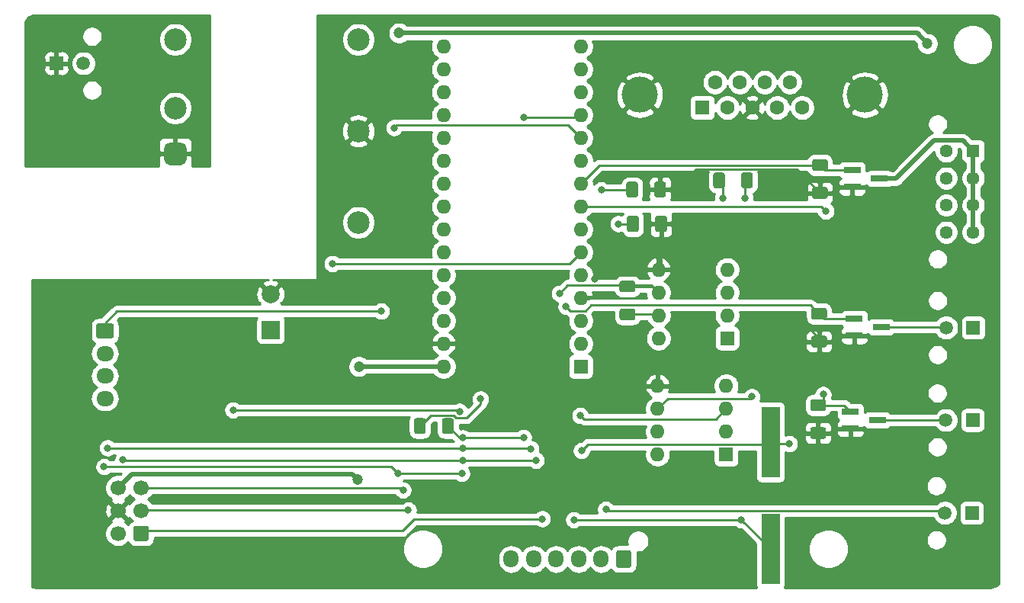
<source format=gbr>
%TF.GenerationSoftware,KiCad,Pcbnew,(5.1.10-1-10_14)*%
%TF.CreationDate,2022-01-10T15:26:04+01:00*%
%TF.ProjectId,E16 BMS Master,45313620-424d-4532-904d-61737465722e,rev?*%
%TF.SameCoordinates,Original*%
%TF.FileFunction,Copper,L1,Top*%
%TF.FilePolarity,Positive*%
%FSLAX46Y46*%
G04 Gerber Fmt 4.6, Leading zero omitted, Abs format (unit mm)*
G04 Created by KiCad (PCBNEW (5.1.10-1-10_14)) date 2022-01-10 15:26:04*
%MOMM*%
%LPD*%
G01*
G04 APERTURE LIST*
%TA.AperFunction,ComponentPad*%
%ADD10C,1.700000*%
%TD*%
%TA.AperFunction,SMDPad,CuDef*%
%ADD11R,1.900000X0.800000*%
%TD*%
%TA.AperFunction,ComponentPad*%
%ADD12O,1.700000X1.950000*%
%TD*%
%TA.AperFunction,ComponentPad*%
%ADD13C,1.440000*%
%TD*%
%TA.AperFunction,ComponentPad*%
%ADD14R,1.440000X1.440000*%
%TD*%
%TA.AperFunction,ComponentPad*%
%ADD15C,1.520000*%
%TD*%
%TA.AperFunction,ComponentPad*%
%ADD16R,1.520000X1.520000*%
%TD*%
%TA.AperFunction,ComponentPad*%
%ADD17C,2.500000*%
%TD*%
%TA.AperFunction,ComponentPad*%
%ADD18O,1.600000X1.600000*%
%TD*%
%TA.AperFunction,ComponentPad*%
%ADD19R,1.600000X1.600000*%
%TD*%
%TA.AperFunction,ComponentPad*%
%ADD20C,2.000000*%
%TD*%
%TA.AperFunction,ComponentPad*%
%ADD21R,2.000000X2.000000*%
%TD*%
%TA.AperFunction,SMDPad,CuDef*%
%ADD22R,2.000000X7.875000*%
%TD*%
%TA.AperFunction,ComponentPad*%
%ADD23O,1.950000X1.700000*%
%TD*%
%TA.AperFunction,ComponentPad*%
%ADD24C,4.000000*%
%TD*%
%TA.AperFunction,ComponentPad*%
%ADD25C,1.600000*%
%TD*%
%TA.AperFunction,ViaPad*%
%ADD26C,0.800000*%
%TD*%
%TA.AperFunction,ViaPad*%
%ADD27C,1.200000*%
%TD*%
%TA.AperFunction,Conductor*%
%ADD28C,0.250000*%
%TD*%
%TA.AperFunction,Conductor*%
%ADD29C,0.500000*%
%TD*%
%TA.AperFunction,Conductor*%
%ADD30C,0.254000*%
%TD*%
%TA.AperFunction,Conductor*%
%ADD31C,0.100000*%
%TD*%
G04 APERTURE END LIST*
D10*
%TO.P,I2C&PWR1,6*%
%TO.N,+12V*%
X111150400Y-153212800D03*
%TO.P,I2C&PWR1,4*%
%TO.N,GND*%
X111150400Y-155752800D03*
%TO.P,I2C&PWR1,2*%
%TO.N,+5V*%
X111150400Y-158292800D03*
%TO.P,I2C&PWR1,5*%
%TO.N,Net-(A1-Pad23)*%
X113690400Y-153212800D03*
%TO.P,I2C&PWR1,3*%
%TO.N,Net-(A1-Pad24)*%
X113690400Y-155752800D03*
%TO.P,I2C&PWR1,1*%
%TO.N,ALERT*%
%TA.AperFunction,ComponentPad*%
G36*
G01*
X114540400Y-157692800D02*
X114540400Y-158892800D01*
G75*
G02*
X114290400Y-159142800I-250000J0D01*
G01*
X113090400Y-159142800D01*
G75*
G02*
X112840400Y-158892800I0J250000D01*
G01*
X112840400Y-157692800D01*
G75*
G02*
X113090400Y-157442800I250000J0D01*
G01*
X114290400Y-157442800D01*
G75*
G02*
X114540400Y-157692800I0J-250000D01*
G01*
G37*
%TD.AperFunction*%
%TD*%
D11*
%TO.P,Q3,3*%
%TO.N,Net-(Q3-Pad3)*%
X195454400Y-145694400D03*
%TO.P,Q3,2*%
%TO.N,GND*%
X192454400Y-146644400D03*
%TO.P,Q3,1*%
%TO.N,R-*%
X192454400Y-144744400D03*
%TD*%
%TO.P,Q2,3*%
%TO.N,Net-(Q2-Pad3)*%
X195889500Y-135372900D03*
%TO.P,Q2,2*%
%TO.N,GND*%
X192889500Y-136322900D03*
%TO.P,Q2,1*%
%TO.N,R+*%
X192889500Y-134422900D03*
%TD*%
%TO.P,Q1,3*%
%TO.N,Net-(D1-Pad2)*%
X195657600Y-118872000D03*
%TO.P,Q1,2*%
%TO.N,GND*%
X192657600Y-119822000D03*
%TO.P,Q1,1*%
%TO.N,FAN_PWM*%
X192657600Y-117922000D03*
%TD*%
D12*
%TO.P,J1,6*%
%TO.N,Net-(A1-Pad26)*%
X154784400Y-161137600D03*
%TO.P,J1,5*%
%TO.N,Net-(A1-Pad25)*%
X157284400Y-161137600D03*
%TO.P,J1,4*%
%TO.N,Net-(A1-Pad22)*%
X159784400Y-161137600D03*
%TO.P,J1,3*%
%TO.N,Net-(A1-Pad21)*%
X162284400Y-161137600D03*
%TO.P,J1,2*%
%TO.N,Net-(A1-Pad20)*%
X164784400Y-161137600D03*
%TO.P,J1,1*%
%TO.N,Net-(A1-Pad19)*%
%TA.AperFunction,ComponentPad*%
G36*
G01*
X168134400Y-160412600D02*
X168134400Y-161862600D01*
G75*
G02*
X167884400Y-162112600I-250000J0D01*
G01*
X166684400Y-162112600D01*
G75*
G02*
X166434400Y-161862600I0J250000D01*
G01*
X166434400Y-160412600D01*
G75*
G02*
X166684400Y-160162600I250000J0D01*
G01*
X167884400Y-160162600D01*
G75*
G02*
X168134400Y-160412600I0J-250000D01*
G01*
G37*
%TD.AperFunction*%
%TD*%
D13*
%TO.P,FAN1-4,8*%
%TO.N,+12V*%
X203095601Y-124823997D03*
%TO.P,FAN1-4,7*%
X203095601Y-121823998D03*
%TO.P,FAN1-4,6*%
X203095601Y-118823999D03*
%TO.P,FAN1-4,5*%
X203095601Y-115824000D03*
%TO.P,FAN1-4,4*%
%TO.N,Net-(D1-Pad2)*%
X206095600Y-124823997D03*
%TO.P,FAN1-4,3*%
X206095600Y-121823998D03*
%TO.P,FAN1-4,2*%
X206095600Y-118823999D03*
D14*
%TO.P,FAN1-4,1*%
X206095600Y-115824000D03*
%TD*%
D15*
%TO.P,R1,2*%
%TO.N,Net-(Q3-Pad3)*%
X203044801Y-145694400D03*
D16*
%TO.P,R1,1*%
%TO.N,Net-(D3-Pad2)*%
X206044800Y-145694400D03*
%TD*%
D15*
%TO.P,R2,2*%
%TO.N,Net-(Q2-Pad3)*%
X203095601Y-135432800D03*
D16*
%TO.P,R2,1*%
%TO.N,Net-(D2-Pad2)*%
X206095600Y-135432800D03*
%TD*%
D15*
%TO.P,INTERLOCK1,2*%
%TO.N,Net-(A1-Pad5)*%
X202943201Y-156006800D03*
D16*
%TO.P,INTERLOCK1,1*%
%TO.N,+5V*%
X205943200Y-156006800D03*
%TD*%
D17*
%TO.P,U1,1*%
%TO.N,N/C*%
X117500400Y-103428800D03*
%TO.P,U1,6*%
X137820400Y-103428800D03*
%TO.P,U1,5*%
%TO.N,GND*%
X137820400Y-113588800D03*
%TO.P,U1,4*%
%TO.N,+12V*%
X137820400Y-123748800D03*
%TO.P,U1,2*%
%TO.N,Net-(C12-Pad2)*%
X117500400Y-111048800D03*
%TO.P,U1,3*%
%TO.N,Net-(C12-Pad1)*%
%TA.AperFunction,ComponentPad*%
G36*
G01*
X118125400Y-117378800D02*
X116875400Y-117378800D01*
G75*
G02*
X116250400Y-116753800I0J625000D01*
G01*
X116250400Y-115503800D01*
G75*
G02*
X116875400Y-114878800I625000J0D01*
G01*
X118125400Y-114878800D01*
G75*
G02*
X118750400Y-115503800I0J-625000D01*
G01*
X118750400Y-116753800D01*
G75*
G02*
X118125400Y-117378800I-625000J0D01*
G01*
G37*
%TD.AperFunction*%
%TD*%
D18*
%TO.P,A1,16*%
%TO.N,/CAN/SCK*%
X147269200Y-104190800D03*
%TO.P,A1,15*%
%TO.N,/CAN/MISO*%
X162509200Y-104190800D03*
%TO.P,A1,30*%
%TO.N,+12V*%
X147269200Y-139750800D03*
%TO.P,A1,14*%
%TO.N,/CAN/MOSI*%
X162509200Y-106730800D03*
%TO.P,A1,29*%
%TO.N,GND*%
X147269200Y-137210800D03*
%TO.P,A1,13*%
%TO.N,N/C*%
X162509200Y-109270800D03*
%TO.P,A1,28*%
X147269200Y-134670800D03*
%TO.P,A1,12*%
%TO.N,/CAN/CS_CAN*%
X162509200Y-111810800D03*
%TO.P,A1,27*%
%TO.N,+5V*%
X147269200Y-132130800D03*
%TO.P,A1,11*%
%TO.N,Net-(A1-Pad11)*%
X162509200Y-114350800D03*
%TO.P,A1,26*%
%TO.N,Net-(A1-Pad26)*%
X147269200Y-129590800D03*
%TO.P,A1,10*%
%TO.N,ALERT*%
X162509200Y-116890800D03*
%TO.P,A1,25*%
%TO.N,Net-(A1-Pad25)*%
X147269200Y-127050800D03*
%TO.P,A1,9*%
%TO.N,FAN_PWM*%
X162509200Y-119430800D03*
%TO.P,A1,24*%
%TO.N,Net-(A1-Pad24)*%
X147269200Y-124510800D03*
%TO.P,A1,8*%
%TO.N,R-*%
X162509200Y-121970800D03*
%TO.P,A1,23*%
%TO.N,Net-(A1-Pad23)*%
X147269200Y-121970800D03*
%TO.P,A1,7*%
%TO.N,R+*%
X162509200Y-124510800D03*
%TO.P,A1,22*%
%TO.N,Net-(A1-Pad22)*%
X147269200Y-119430800D03*
%TO.P,A1,6*%
%TO.N,Net-(A1-Pad6)*%
X162509200Y-127050800D03*
%TO.P,A1,21*%
%TO.N,Net-(A1-Pad21)*%
X147269200Y-116890800D03*
%TO.P,A1,5*%
%TO.N,Net-(A1-Pad5)*%
X162509200Y-129590800D03*
%TO.P,A1,20*%
%TO.N,Net-(A1-Pad20)*%
X147269200Y-114350800D03*
%TO.P,A1,4*%
%TO.N,GND*%
X162509200Y-132130800D03*
%TO.P,A1,19*%
%TO.N,Net-(A1-Pad19)*%
X147269200Y-111810800D03*
%TO.P,A1,3*%
%TO.N,N/C*%
X162509200Y-134670800D03*
%TO.P,A1,18*%
X147269200Y-109270800D03*
%TO.P,A1,2*%
X162509200Y-137210800D03*
%TO.P,A1,17*%
X147269200Y-106730800D03*
D19*
%TO.P,A1,1*%
X162509200Y-139750800D03*
%TD*%
D20*
%TO.P,LS1,2*%
%TO.N,GND*%
X128066800Y-131694800D03*
D21*
%TO.P,LS1,1*%
%TO.N,Net-(A1-Pad6)*%
X128066800Y-135694800D03*
%TD*%
D22*
%TO.P,Y1,2*%
%TO.N,Net-(C6-Pad1)*%
X183591200Y-148138900D03*
%TO.P,Y1,1*%
%TO.N,Net-(C5-Pad1)*%
X183591200Y-160013900D03*
%TD*%
D18*
%TO.P,U3,8*%
%TO.N,+5V*%
X171043600Y-149504400D03*
%TO.P,U3,4*%
%TO.N,N/C*%
X178663600Y-141884400D03*
%TO.P,U3,7*%
%TO.N,+5V*%
X171043600Y-146964400D03*
%TO.P,U3,3*%
%TO.N,TX_CAN*%
X178663600Y-144424400D03*
%TO.P,U3,6*%
%TO.N,TX_1*%
X171043600Y-144424400D03*
%TO.P,U3,2*%
%TO.N,Net-(R8-Pad1)*%
X178663600Y-146964400D03*
%TO.P,U3,5*%
%TO.N,GND*%
X171043600Y-141884400D03*
D19*
%TO.P,U3,1*%
%TO.N,N/C*%
X178663600Y-149504400D03*
%TD*%
D18*
%TO.P,U2,8*%
%TO.N,+5V*%
X171145200Y-136601200D03*
%TO.P,U2,4*%
%TO.N,N/C*%
X178765200Y-128981200D03*
%TO.P,U2,7*%
%TO.N,+5V*%
X171145200Y-134061200D03*
%TO.P,U2,3*%
%TO.N,Net-(U2-Pad3)*%
X178765200Y-131521200D03*
%TO.P,U2,6*%
%TO.N,RX_CAN*%
X171145200Y-131521200D03*
%TO.P,U2,2*%
%TO.N,Net-(R10-Pad2)*%
X178765200Y-134061200D03*
%TO.P,U2,5*%
%TO.N,GND*%
X171145200Y-128981200D03*
D19*
%TO.P,U2,1*%
%TO.N,N/C*%
X178765200Y-136601200D03*
%TD*%
D23*
%TO.P,SPI1,4*%
%TO.N,/CAN/MISO*%
X109677200Y-143288400D03*
%TO.P,SPI1,3*%
%TO.N,/CAN/MOSI*%
X109677200Y-140788400D03*
%TO.P,SPI1,2*%
%TO.N,/CAN/SCK*%
X109677200Y-138288400D03*
%TO.P,SPI1,1*%
%TO.N,Net-(A1-Pad11)*%
%TA.AperFunction,ComponentPad*%
G36*
G01*
X108952200Y-134938400D02*
X110402200Y-134938400D01*
G75*
G02*
X110652200Y-135188400I0J-250000D01*
G01*
X110652200Y-136388400D01*
G75*
G02*
X110402200Y-136638400I-250000J0D01*
G01*
X108952200Y-136638400D01*
G75*
G02*
X108702200Y-136388400I0J250000D01*
G01*
X108702200Y-135188400D01*
G75*
G02*
X108952200Y-134938400I250000J0D01*
G01*
G37*
%TD.AperFunction*%
%TD*%
%TO.P,R13,2*%
%TO.N,/CAN/CAN_H*%
%TA.AperFunction,SMDPad,CuDef*%
G36*
G01*
X180325600Y-119700200D02*
X180325600Y-118450200D01*
G75*
G02*
X180575600Y-118200200I250000J0D01*
G01*
X181375600Y-118200200D01*
G75*
G02*
X181625600Y-118450200I0J-250000D01*
G01*
X181625600Y-119700200D01*
G75*
G02*
X181375600Y-119950200I-250000J0D01*
G01*
X180575600Y-119950200D01*
G75*
G02*
X180325600Y-119700200I0J250000D01*
G01*
G37*
%TD.AperFunction*%
%TO.P,R13,1*%
%TO.N,/CAN/CAN_L*%
%TA.AperFunction,SMDPad,CuDef*%
G36*
G01*
X177225600Y-119700200D02*
X177225600Y-118450200D01*
G75*
G02*
X177475600Y-118200200I250000J0D01*
G01*
X178275600Y-118200200D01*
G75*
G02*
X178525600Y-118450200I0J-250000D01*
G01*
X178525600Y-119700200D01*
G75*
G02*
X178275600Y-119950200I-250000J0D01*
G01*
X177475600Y-119950200D01*
G75*
G02*
X177225600Y-119700200I0J250000D01*
G01*
G37*
%TD.AperFunction*%
%TD*%
%TO.P,R9,2*%
%TO.N,/CAN/CS_CAN*%
%TA.AperFunction,SMDPad,CuDef*%
G36*
G01*
X147102400Y-146979800D02*
X147102400Y-145729800D01*
G75*
G02*
X147352400Y-145479800I250000J0D01*
G01*
X148152400Y-145479800D01*
G75*
G02*
X148402400Y-145729800I0J-250000D01*
G01*
X148402400Y-146979800D01*
G75*
G02*
X148152400Y-147229800I-250000J0D01*
G01*
X147352400Y-147229800D01*
G75*
G02*
X147102400Y-146979800I0J250000D01*
G01*
G37*
%TD.AperFunction*%
%TO.P,R9,1*%
%TO.N,+5V*%
%TA.AperFunction,SMDPad,CuDef*%
G36*
G01*
X144002400Y-146979800D02*
X144002400Y-145729800D01*
G75*
G02*
X144252400Y-145479800I250000J0D01*
G01*
X145052400Y-145479800D01*
G75*
G02*
X145302400Y-145729800I0J-250000D01*
G01*
X145302400Y-146979800D01*
G75*
G02*
X145052400Y-147229800I-250000J0D01*
G01*
X144252400Y-147229800D01*
G75*
G02*
X144002400Y-146979800I0J250000D01*
G01*
G37*
%TD.AperFunction*%
%TD*%
%TO.P,R7,2*%
%TO.N,+5V*%
%TA.AperFunction,SMDPad,CuDef*%
G36*
G01*
X167065800Y-133310800D02*
X168315800Y-133310800D01*
G75*
G02*
X168565800Y-133560800I0J-250000D01*
G01*
X168565800Y-134360800D01*
G75*
G02*
X168315800Y-134610800I-250000J0D01*
G01*
X167065800Y-134610800D01*
G75*
G02*
X166815800Y-134360800I0J250000D01*
G01*
X166815800Y-133560800D01*
G75*
G02*
X167065800Y-133310800I250000J0D01*
G01*
G37*
%TD.AperFunction*%
%TO.P,R7,1*%
%TO.N,RX_CAN*%
%TA.AperFunction,SMDPad,CuDef*%
G36*
G01*
X167065800Y-130210800D02*
X168315800Y-130210800D01*
G75*
G02*
X168565800Y-130460800I0J-250000D01*
G01*
X168565800Y-131260800D01*
G75*
G02*
X168315800Y-131510800I-250000J0D01*
G01*
X167065800Y-131510800D01*
G75*
G02*
X166815800Y-131260800I0J250000D01*
G01*
X166815800Y-130460800D01*
G75*
G02*
X167065800Y-130210800I250000J0D01*
G01*
G37*
%TD.AperFunction*%
%TD*%
%TO.P,R6,2*%
%TO.N,GND*%
%TA.AperFunction,SMDPad,CuDef*%
G36*
G01*
X170673600Y-120716200D02*
X170673600Y-119466200D01*
G75*
G02*
X170923600Y-119216200I250000J0D01*
G01*
X171723600Y-119216200D01*
G75*
G02*
X171973600Y-119466200I0J-250000D01*
G01*
X171973600Y-120716200D01*
G75*
G02*
X171723600Y-120966200I-250000J0D01*
G01*
X170923600Y-120966200D01*
G75*
G02*
X170673600Y-120716200I0J250000D01*
G01*
G37*
%TD.AperFunction*%
%TO.P,R6,1*%
%TO.N,Net-(A1-Pad5)*%
%TA.AperFunction,SMDPad,CuDef*%
G36*
G01*
X167573600Y-120716200D02*
X167573600Y-119466200D01*
G75*
G02*
X167823600Y-119216200I250000J0D01*
G01*
X168623600Y-119216200D01*
G75*
G02*
X168873600Y-119466200I0J-250000D01*
G01*
X168873600Y-120716200D01*
G75*
G02*
X168623600Y-120966200I-250000J0D01*
G01*
X167823600Y-120966200D01*
G75*
G02*
X167573600Y-120716200I0J250000D01*
G01*
G37*
%TD.AperFunction*%
%TD*%
%TO.P,R5,2*%
%TO.N,R-*%
%TA.AperFunction,SMDPad,CuDef*%
G36*
G01*
X189499400Y-144692800D02*
X188249400Y-144692800D01*
G75*
G02*
X187999400Y-144442800I0J250000D01*
G01*
X187999400Y-143642800D01*
G75*
G02*
X188249400Y-143392800I250000J0D01*
G01*
X189499400Y-143392800D01*
G75*
G02*
X189749400Y-143642800I0J-250000D01*
G01*
X189749400Y-144442800D01*
G75*
G02*
X189499400Y-144692800I-250000J0D01*
G01*
G37*
%TD.AperFunction*%
%TO.P,R5,1*%
%TO.N,GND*%
%TA.AperFunction,SMDPad,CuDef*%
G36*
G01*
X189499400Y-147792800D02*
X188249400Y-147792800D01*
G75*
G02*
X187999400Y-147542800I0J250000D01*
G01*
X187999400Y-146742800D01*
G75*
G02*
X188249400Y-146492800I250000J0D01*
G01*
X189499400Y-146492800D01*
G75*
G02*
X189749400Y-146742800I0J-250000D01*
G01*
X189749400Y-147542800D01*
G75*
G02*
X189499400Y-147792800I-250000J0D01*
G01*
G37*
%TD.AperFunction*%
%TD*%
%TO.P,R4,2*%
%TO.N,R+*%
%TA.AperFunction,SMDPad,CuDef*%
G36*
G01*
X189601000Y-134532800D02*
X188351000Y-134532800D01*
G75*
G02*
X188101000Y-134282800I0J250000D01*
G01*
X188101000Y-133482800D01*
G75*
G02*
X188351000Y-133232800I250000J0D01*
G01*
X189601000Y-133232800D01*
G75*
G02*
X189851000Y-133482800I0J-250000D01*
G01*
X189851000Y-134282800D01*
G75*
G02*
X189601000Y-134532800I-250000J0D01*
G01*
G37*
%TD.AperFunction*%
%TO.P,R4,1*%
%TO.N,GND*%
%TA.AperFunction,SMDPad,CuDef*%
G36*
G01*
X189601000Y-137632800D02*
X188351000Y-137632800D01*
G75*
G02*
X188101000Y-137382800I0J250000D01*
G01*
X188101000Y-136582800D01*
G75*
G02*
X188351000Y-136332800I250000J0D01*
G01*
X189601000Y-136332800D01*
G75*
G02*
X189851000Y-136582800I0J-250000D01*
G01*
X189851000Y-137382800D01*
G75*
G02*
X189601000Y-137632800I-250000J0D01*
G01*
G37*
%TD.AperFunction*%
%TD*%
%TO.P,R3,2*%
%TO.N,GND*%
%TA.AperFunction,SMDPad,CuDef*%
G36*
G01*
X188452600Y-119822800D02*
X189702600Y-119822800D01*
G75*
G02*
X189952600Y-120072800I0J-250000D01*
G01*
X189952600Y-120872800D01*
G75*
G02*
X189702600Y-121122800I-250000J0D01*
G01*
X188452600Y-121122800D01*
G75*
G02*
X188202600Y-120872800I0J250000D01*
G01*
X188202600Y-120072800D01*
G75*
G02*
X188452600Y-119822800I250000J0D01*
G01*
G37*
%TD.AperFunction*%
%TO.P,R3,1*%
%TO.N,FAN_PWM*%
%TA.AperFunction,SMDPad,CuDef*%
G36*
G01*
X188452600Y-116722800D02*
X189702600Y-116722800D01*
G75*
G02*
X189952600Y-116972800I0J-250000D01*
G01*
X189952600Y-117772800D01*
G75*
G02*
X189702600Y-118022800I-250000J0D01*
G01*
X188452600Y-118022800D01*
G75*
G02*
X188202600Y-117772800I0J250000D01*
G01*
X188202600Y-116972800D01*
G75*
G02*
X188452600Y-116722800I250000J0D01*
G01*
G37*
%TD.AperFunction*%
%TD*%
D15*
%TO.P,PWR1,2*%
%TO.N,Net-(C12-Pad2)*%
X107292399Y-106070400D03*
D16*
%TO.P,PWR1,1*%
%TO.N,Net-(C12-Pad1)*%
X104292400Y-106070400D03*
%TD*%
D24*
%TO.P,CAN1,0*%
%TO.N,GND*%
X169062000Y-109578000D03*
X194062000Y-109578000D03*
D25*
%TO.P,CAN1,9*%
%TO.N,N/C*%
X185717000Y-108158000D03*
%TO.P,CAN1,8*%
X182947000Y-108158000D03*
%TO.P,CAN1,7*%
%TO.N,/CAN/CAN_H*%
X180177000Y-108158000D03*
%TO.P,CAN1,6*%
%TO.N,N/C*%
X177407000Y-108158000D03*
%TO.P,CAN1,5*%
X187102000Y-110998000D03*
%TO.P,CAN1,4*%
X184332000Y-110998000D03*
%TO.P,CAN1,3*%
%TO.N,GND*%
X181562000Y-110998000D03*
%TO.P,CAN1,2*%
%TO.N,/CAN/CAN_L*%
X178792000Y-110998000D03*
D19*
%TO.P,CAN1,1*%
%TO.N,N/C*%
X176022000Y-110998000D03*
%TD*%
%TO.P,C4,2*%
%TO.N,GND*%
%TA.AperFunction,SMDPad,CuDef*%
G36*
G01*
X170775200Y-124551201D02*
X170775200Y-123251199D01*
G75*
G02*
X171025199Y-123001200I249999J0D01*
G01*
X171850201Y-123001200D01*
G75*
G02*
X172100200Y-123251199I0J-249999D01*
G01*
X172100200Y-124551201D01*
G75*
G02*
X171850201Y-124801200I-249999J0D01*
G01*
X171025199Y-124801200D01*
G75*
G02*
X170775200Y-124551201I0J249999D01*
G01*
G37*
%TD.AperFunction*%
%TO.P,C4,1*%
%TO.N,+5V*%
%TA.AperFunction,SMDPad,CuDef*%
G36*
G01*
X167650200Y-124551201D02*
X167650200Y-123251199D01*
G75*
G02*
X167900199Y-123001200I249999J0D01*
G01*
X168725201Y-123001200D01*
G75*
G02*
X168975200Y-123251199I0J-249999D01*
G01*
X168975200Y-124551201D01*
G75*
G02*
X168725201Y-124801200I-249999J0D01*
G01*
X167900199Y-124801200D01*
G75*
G02*
X167650200Y-124551201I0J249999D01*
G01*
G37*
%TD.AperFunction*%
%TD*%
D26*
%TO.N,GND*%
X179933600Y-126339600D03*
X163322000Y-141935200D03*
X164070200Y-129996201D03*
X186588400Y-134213600D03*
X173075600Y-120142000D03*
%TO.N,+5V*%
X151384000Y-143357600D03*
X166674800Y-123901200D03*
D27*
%TO.N,+12V*%
X137871200Y-139750800D03*
X137769600Y-152287800D03*
X142341600Y-102717600D03*
X201015600Y-103886000D03*
D26*
%TO.N,Net-(C5-Pad1)*%
X161747200Y-156768800D03*
X180346100Y-156768800D03*
%TO.N,Net-(C6-Pad1)*%
X162597000Y-149098000D03*
X185674000Y-148336000D03*
%TO.N,Net-(C10-Pad1)*%
X123901200Y-144576800D03*
X149047200Y-144729200D03*
%TO.N,/CAN/CAN_H*%
X180746400Y-121056400D03*
%TO.N,/CAN/CAN_L*%
X178308000Y-121056400D03*
%TO.N,R+*%
X160883600Y-133096000D03*
%TO.N,R-*%
X189738000Y-122478800D03*
X189433200Y-142849600D03*
%TO.N,RX_CAN*%
X160158600Y-131622800D03*
%TO.N,/CAN/CS_CAN*%
X149402800Y-147675600D03*
X156159200Y-147624800D03*
X156159200Y-112064800D03*
%TO.N,TX_1*%
X181508400Y-143103600D03*
%TO.N,/CAN/MISO*%
X149402800Y-148844000D03*
X109982000Y-148793200D03*
X156972000Y-148894800D03*
%TO.N,/CAN/MOSI*%
X149402800Y-150164800D03*
X111695400Y-150114000D03*
X157530800Y-150164800D03*
%TO.N,/CAN/SCK*%
X149301200Y-151638000D03*
X142189200Y-151638000D03*
X109575600Y-150876000D03*
%TO.N,TX_CAN*%
X162458400Y-145186400D03*
%TO.N,Net-(A1-Pad11)*%
X140360400Y-133604000D03*
X141782800Y-113233200D03*
%TO.N,ALERT*%
X158242000Y-156667200D03*
%TO.N,Net-(A1-Pad24)*%
X143357600Y-155702000D03*
%TO.N,Net-(A1-Pad6)*%
X134924800Y-128320800D03*
%TO.N,Net-(A1-Pad23)*%
X142777810Y-153466800D03*
%TO.N,Net-(A1-Pad5)*%
X164795200Y-120142000D03*
X165303200Y-155600400D03*
%TD*%
D28*
%TO.N,GND*%
X170992800Y-141935200D02*
X171043600Y-141884400D01*
X163322000Y-141935200D02*
X170992800Y-141935200D01*
X165085201Y-128981200D02*
X171145200Y-128981200D01*
X164070200Y-129996201D02*
X165085201Y-128981200D01*
X188976000Y-136601200D02*
X186588400Y-134213600D01*
X188976000Y-136982800D02*
X188976000Y-136601200D01*
X171437700Y-128688700D02*
X171145200Y-128981200D01*
X171437700Y-123901200D02*
X171437700Y-128688700D01*
X173024800Y-120091200D02*
X173075600Y-120142000D01*
X171323600Y-120091200D02*
X173024800Y-120091200D01*
X186479990Y-117875190D02*
X189077600Y-120472800D01*
X175342410Y-117875190D02*
X186479990Y-117875190D01*
X173075600Y-120142000D02*
X175342410Y-117875190D01*
%TO.N,+5V*%
X149853084Y-145454201D02*
X151384000Y-143923285D01*
X148399788Y-145154790D02*
X148699199Y-145454201D01*
X145852410Y-145154790D02*
X148399788Y-145154790D01*
X151384000Y-143923285D02*
X151384000Y-143357600D01*
X148699199Y-145454201D02*
X149853084Y-145454201D01*
X144652400Y-146354800D02*
X145852410Y-145154790D01*
X171044800Y-133960800D02*
X171145200Y-134061200D01*
X167690800Y-133960800D02*
X171044800Y-133960800D01*
X168312700Y-123901200D02*
X166674800Y-123901200D01*
D29*
%TO.N,+12V*%
X137871200Y-139750800D02*
X147269200Y-139750800D01*
X112675399Y-151687801D02*
X111150400Y-153212800D01*
X137169601Y-151687801D02*
X112675399Y-151687801D01*
X137769600Y-152287800D02*
X137169601Y-151687801D01*
X199847200Y-102717600D02*
X201015600Y-103886000D01*
X142341600Y-102717600D02*
X199847200Y-102717600D01*
D28*
%TO.N,Net-(C5-Pad1)*%
X180346100Y-156768800D02*
X183591200Y-160013900D01*
X161747200Y-156768800D02*
X180346100Y-156768800D01*
%TO.N,Net-(C6-Pad1)*%
X183350701Y-148379399D02*
X183591200Y-148138900D01*
X163315601Y-148379399D02*
X183350701Y-148379399D01*
X162597000Y-149098000D02*
X163315601Y-148379399D01*
X183788300Y-148336000D02*
X183591200Y-148138900D01*
X185674000Y-148336000D02*
X183788300Y-148336000D01*
%TO.N,Net-(C10-Pad1)*%
X148894800Y-144576800D02*
X149047200Y-144729200D01*
X123901200Y-144576800D02*
X148894800Y-144576800D01*
%TO.N,/CAN/CAN_H*%
X180746400Y-119304400D02*
X180975600Y-119075200D01*
X180746400Y-121056400D02*
X180746400Y-119304400D01*
%TO.N,/CAN/CAN_L*%
X178308000Y-119507600D02*
X177875600Y-119075200D01*
X178308000Y-121056400D02*
X178308000Y-119507600D01*
D29*
%TO.N,Net-(D1-Pad2)*%
X201746404Y-114653999D02*
X204925599Y-114653999D01*
X197528403Y-118872000D02*
X201746404Y-114653999D01*
X204925599Y-114653999D02*
X206095600Y-115824000D01*
X195657600Y-118872000D02*
X197528403Y-118872000D01*
X206095600Y-115824000D02*
X206095600Y-124823997D01*
D28*
%TO.N,FAN_PWM*%
X189626800Y-117922000D02*
X189077600Y-117372800D01*
X192657600Y-117922000D02*
X189626800Y-117922000D01*
X164567200Y-117372800D02*
X162509200Y-119430800D01*
X189077600Y-117372800D02*
X164567200Y-117372800D01*
%TO.N,Net-(Q2-Pad3)*%
X203035701Y-135372900D02*
X203095601Y-135432800D01*
X195889500Y-135372900D02*
X203035701Y-135372900D01*
%TO.N,R+*%
X189516100Y-134422900D02*
X188976000Y-133882800D01*
X192889500Y-134422900D02*
X189516100Y-134422900D01*
X163049201Y-133545799D02*
X161333399Y-133545799D01*
X163658801Y-132936199D02*
X163049201Y-133545799D01*
X188029399Y-132936199D02*
X163658801Y-132936199D01*
X161333399Y-133545799D02*
X160883600Y-133096000D01*
X188976000Y-133882800D02*
X188029399Y-132936199D01*
%TO.N,Net-(Q3-Pad3)*%
X195454400Y-145694400D02*
X203044801Y-145694400D01*
%TO.N,R-*%
X189230000Y-121970800D02*
X189738000Y-122478800D01*
X162509200Y-121970800D02*
X189230000Y-121970800D01*
X189433200Y-143484000D02*
X188874400Y-144042800D01*
X189433200Y-142849600D02*
X189433200Y-143484000D01*
X191752800Y-144042800D02*
X192454400Y-144744400D01*
X188874400Y-144042800D02*
X191752800Y-144042800D01*
%TO.N,RX_CAN*%
X161060199Y-130721201D02*
X160158600Y-131622800D01*
X170345201Y-130721201D02*
X161060199Y-130721201D01*
X171145200Y-131521200D02*
X170345201Y-130721201D01*
X170484800Y-130860800D02*
X171145200Y-131521200D01*
X167690800Y-130860800D02*
X170484800Y-130860800D01*
%TO.N,/CAN/CS_CAN*%
X149073200Y-147675600D02*
X147752400Y-146354800D01*
X156108400Y-147675600D02*
X156159200Y-147624800D01*
X149402800Y-147675600D02*
X156108400Y-147675600D01*
X162255200Y-112064800D02*
X162509200Y-111810800D01*
X156159200Y-112064800D02*
X162255200Y-112064800D01*
%TO.N,TX_1*%
X181312601Y-143299399D02*
X181508400Y-143103600D01*
X172168601Y-143299399D02*
X181312601Y-143299399D01*
X171043600Y-144424400D02*
X172168601Y-143299399D01*
%TO.N,/CAN/MISO*%
X110032800Y-148844000D02*
X109982000Y-148793200D01*
X149402800Y-148844000D02*
X110032800Y-148844000D01*
X156921200Y-148844000D02*
X156972000Y-148894800D01*
X149402800Y-148844000D02*
X156921200Y-148844000D01*
%TO.N,/CAN/MOSI*%
X111746200Y-150164800D02*
X111695400Y-150114000D01*
X149402800Y-150164800D02*
X111746200Y-150164800D01*
X149402800Y-150164800D02*
X157530800Y-150164800D01*
%TO.N,/CAN/SCK*%
X142341600Y-151638000D02*
X142189200Y-151638000D01*
X149301200Y-151638000D02*
X142341600Y-151638000D01*
X141427200Y-150876000D02*
X142189200Y-151638000D01*
X109575600Y-150876000D02*
X141427200Y-150876000D01*
%TO.N,TX_CAN*%
X177501601Y-145586399D02*
X178663600Y-144424400D01*
X162858399Y-145586399D02*
X177501601Y-145586399D01*
X162458400Y-145186400D02*
X162858399Y-145586399D01*
%TO.N,Net-(A1-Pad11)*%
X111011600Y-133604000D02*
X140360400Y-133604000D01*
X109677200Y-134938400D02*
X111011600Y-133604000D01*
X109677200Y-135788400D02*
X109677200Y-134938400D01*
X161094201Y-112935801D02*
X162509200Y-114350800D01*
X142080199Y-112935801D02*
X161094201Y-112935801D01*
X141782800Y-113233200D02*
X142080199Y-112935801D01*
%TO.N,ALERT*%
X113989801Y-157993399D02*
X142691801Y-157993399D01*
X113690400Y-158292800D02*
X113989801Y-157993399D01*
X144018000Y-156667200D02*
X158242000Y-156667200D01*
X142691801Y-157993399D02*
X144018000Y-156667200D01*
%TO.N,Net-(A1-Pad24)*%
X113741200Y-155702000D02*
X113690400Y-155752800D01*
X143357600Y-155702000D02*
X113741200Y-155702000D01*
%TO.N,Net-(A1-Pad6)*%
X161239200Y-128320800D02*
X134924800Y-128320800D01*
X162509200Y-127050800D02*
X161239200Y-128320800D01*
%TO.N,Net-(A1-Pad23)*%
X113690400Y-153212800D02*
X137312400Y-153212800D01*
X137312400Y-153212800D02*
X140919200Y-153212800D01*
X142523810Y-153212800D02*
X142777810Y-153466800D01*
X140919200Y-153212800D02*
X142523810Y-153212800D01*
%TO.N,Net-(A1-Pad5)*%
X164846000Y-120091200D02*
X164795200Y-120142000D01*
X168223600Y-120091200D02*
X164846000Y-120091200D01*
X165454199Y-155751399D02*
X165303200Y-155600400D01*
X202687800Y-155751399D02*
X165454199Y-155751399D01*
X202943201Y-156006800D02*
X202687800Y-155751399D01*
%TD*%
D30*
%TO.N,Net-(C12-Pad1)*%
X121285000Y-117525800D02*
X119369381Y-117525800D01*
X119376212Y-117503282D01*
X119388472Y-117378800D01*
X119385400Y-116414550D01*
X119226650Y-116255800D01*
X117627400Y-116255800D01*
X117627400Y-116275800D01*
X117373400Y-116275800D01*
X117373400Y-116255800D01*
X115774150Y-116255800D01*
X115615400Y-116414550D01*
X115612328Y-117378800D01*
X115624588Y-117503282D01*
X115631419Y-117525800D01*
X100863400Y-117525800D01*
X100863400Y-114878800D01*
X115612328Y-114878800D01*
X115615400Y-115843050D01*
X115774150Y-116001800D01*
X117373400Y-116001800D01*
X117373400Y-114402550D01*
X117627400Y-114402550D01*
X117627400Y-116001800D01*
X119226650Y-116001800D01*
X119385400Y-115843050D01*
X119388472Y-114878800D01*
X119376212Y-114754318D01*
X119339902Y-114634620D01*
X119280937Y-114524306D01*
X119201585Y-114427615D01*
X119104894Y-114348263D01*
X118994580Y-114289298D01*
X118874882Y-114252988D01*
X118750400Y-114240728D01*
X117786150Y-114243800D01*
X117627400Y-114402550D01*
X117373400Y-114402550D01*
X117214650Y-114243800D01*
X116250400Y-114240728D01*
X116125918Y-114252988D01*
X116006220Y-114289298D01*
X115895906Y-114348263D01*
X115799215Y-114427615D01*
X115719863Y-114524306D01*
X115660898Y-114634620D01*
X115624588Y-114754318D01*
X115612328Y-114878800D01*
X100863400Y-114878800D01*
X100863400Y-110863144D01*
X115615400Y-110863144D01*
X115615400Y-111234456D01*
X115687839Y-111598634D01*
X115829934Y-111941682D01*
X116036225Y-112250418D01*
X116298782Y-112512975D01*
X116607518Y-112719266D01*
X116950566Y-112861361D01*
X117314744Y-112933800D01*
X117686056Y-112933800D01*
X118050234Y-112861361D01*
X118393282Y-112719266D01*
X118702018Y-112512975D01*
X118964575Y-112250418D01*
X119170866Y-111941682D01*
X119312961Y-111598634D01*
X119385400Y-111234456D01*
X119385400Y-110863144D01*
X119312961Y-110498966D01*
X119170866Y-110155918D01*
X118964575Y-109847182D01*
X118702018Y-109584625D01*
X118393282Y-109378334D01*
X118050234Y-109236239D01*
X117686056Y-109163800D01*
X117314744Y-109163800D01*
X116950566Y-109236239D01*
X116607518Y-109378334D01*
X116298782Y-109584625D01*
X116036225Y-109847182D01*
X115829934Y-110155918D01*
X115687839Y-110498966D01*
X115615400Y-110863144D01*
X100863400Y-110863144D01*
X100863400Y-108957626D01*
X107087400Y-108957626D01*
X107087400Y-109183172D01*
X107131402Y-109404383D01*
X107217714Y-109612760D01*
X107343021Y-109800294D01*
X107502505Y-109959778D01*
X107690039Y-110085085D01*
X107898416Y-110171397D01*
X108119627Y-110215399D01*
X108345173Y-110215399D01*
X108566384Y-110171397D01*
X108774761Y-110085085D01*
X108962295Y-109959778D01*
X109121779Y-109800294D01*
X109247086Y-109612760D01*
X109333398Y-109404383D01*
X109377400Y-109183172D01*
X109377400Y-108957626D01*
X109333398Y-108736415D01*
X109247086Y-108528038D01*
X109121779Y-108340504D01*
X108962295Y-108181020D01*
X108774761Y-108055713D01*
X108566384Y-107969401D01*
X108345173Y-107925399D01*
X108119627Y-107925399D01*
X107898416Y-107969401D01*
X107690039Y-108055713D01*
X107502505Y-108181020D01*
X107343021Y-108340504D01*
X107217714Y-108528038D01*
X107131402Y-108736415D01*
X107087400Y-108957626D01*
X100863400Y-108957626D01*
X100863400Y-106830400D01*
X102894328Y-106830400D01*
X102906588Y-106954882D01*
X102942898Y-107074580D01*
X103001863Y-107184894D01*
X103081215Y-107281585D01*
X103177906Y-107360937D01*
X103288220Y-107419902D01*
X103407918Y-107456212D01*
X103532400Y-107468472D01*
X104006650Y-107465400D01*
X104165400Y-107306650D01*
X104165400Y-106197400D01*
X104419400Y-106197400D01*
X104419400Y-107306650D01*
X104578150Y-107465400D01*
X105052400Y-107468472D01*
X105176882Y-107456212D01*
X105296580Y-107419902D01*
X105406894Y-107360937D01*
X105503585Y-107281585D01*
X105582937Y-107184894D01*
X105641902Y-107074580D01*
X105678212Y-106954882D01*
X105690472Y-106830400D01*
X105687400Y-106356150D01*
X105528650Y-106197400D01*
X104419400Y-106197400D01*
X104165400Y-106197400D01*
X103056150Y-106197400D01*
X102897400Y-106356150D01*
X102894328Y-106830400D01*
X100863400Y-106830400D01*
X100863400Y-105310400D01*
X102894328Y-105310400D01*
X102897400Y-105784650D01*
X103056150Y-105943400D01*
X104165400Y-105943400D01*
X104165400Y-104834150D01*
X104419400Y-104834150D01*
X104419400Y-105943400D01*
X105528650Y-105943400D01*
X105539046Y-105933004D01*
X105897399Y-105933004D01*
X105897399Y-106207796D01*
X105951008Y-106477307D01*
X106056166Y-106731180D01*
X106208832Y-106959661D01*
X106403138Y-107153967D01*
X106631619Y-107306633D01*
X106885492Y-107411791D01*
X107155003Y-107465400D01*
X107429795Y-107465400D01*
X107699306Y-107411791D01*
X107953179Y-107306633D01*
X108181660Y-107153967D01*
X108375966Y-106959661D01*
X108528632Y-106731180D01*
X108633790Y-106477307D01*
X108687399Y-106207796D01*
X108687399Y-105933004D01*
X108633790Y-105663493D01*
X108528632Y-105409620D01*
X108375966Y-105181139D01*
X108181660Y-104986833D01*
X107953179Y-104834167D01*
X107699306Y-104729009D01*
X107429795Y-104675400D01*
X107155003Y-104675400D01*
X106885492Y-104729009D01*
X106631619Y-104834167D01*
X106403138Y-104986833D01*
X106208832Y-105181139D01*
X106056166Y-105409620D01*
X105951008Y-105663493D01*
X105897399Y-105933004D01*
X105539046Y-105933004D01*
X105687400Y-105784650D01*
X105690472Y-105310400D01*
X105678212Y-105185918D01*
X105641902Y-105066220D01*
X105582937Y-104955906D01*
X105503585Y-104859215D01*
X105406894Y-104779863D01*
X105296580Y-104720898D01*
X105176882Y-104684588D01*
X105052400Y-104672328D01*
X104578150Y-104675400D01*
X104419400Y-104834150D01*
X104165400Y-104834150D01*
X104006650Y-104675400D01*
X103532400Y-104672328D01*
X103407918Y-104684588D01*
X103288220Y-104720898D01*
X103177906Y-104779863D01*
X103081215Y-104859215D01*
X103001863Y-104955906D01*
X102942898Y-105066220D01*
X102906588Y-105185918D01*
X102894328Y-105310400D01*
X100863400Y-105310400D01*
X100863400Y-102957638D01*
X107087400Y-102957638D01*
X107087400Y-103183184D01*
X107131402Y-103404395D01*
X107217714Y-103612772D01*
X107343021Y-103800306D01*
X107502505Y-103959790D01*
X107690039Y-104085097D01*
X107898416Y-104171409D01*
X108119627Y-104215411D01*
X108345173Y-104215411D01*
X108566384Y-104171409D01*
X108774761Y-104085097D01*
X108962295Y-103959790D01*
X109121779Y-103800306D01*
X109247086Y-103612772D01*
X109333398Y-103404395D01*
X109365473Y-103243144D01*
X115615400Y-103243144D01*
X115615400Y-103614456D01*
X115687839Y-103978634D01*
X115829934Y-104321682D01*
X116036225Y-104630418D01*
X116298782Y-104892975D01*
X116607518Y-105099266D01*
X116950566Y-105241361D01*
X117314744Y-105313800D01*
X117686056Y-105313800D01*
X118050234Y-105241361D01*
X118393282Y-105099266D01*
X118702018Y-104892975D01*
X118964575Y-104630418D01*
X119170866Y-104321682D01*
X119312961Y-103978634D01*
X119385400Y-103614456D01*
X119385400Y-103243144D01*
X119312961Y-102878966D01*
X119170866Y-102535918D01*
X118964575Y-102227182D01*
X118702018Y-101964625D01*
X118393282Y-101758334D01*
X118050234Y-101616239D01*
X117686056Y-101543800D01*
X117314744Y-101543800D01*
X116950566Y-101616239D01*
X116607518Y-101758334D01*
X116298782Y-101964625D01*
X116036225Y-102227182D01*
X115829934Y-102535918D01*
X115687839Y-102878966D01*
X115615400Y-103243144D01*
X109365473Y-103243144D01*
X109377400Y-103183184D01*
X109377400Y-102957638D01*
X109333398Y-102736427D01*
X109247086Y-102528050D01*
X109121779Y-102340516D01*
X108962295Y-102181032D01*
X108774761Y-102055725D01*
X108566384Y-101969413D01*
X108345173Y-101925411D01*
X108119627Y-101925411D01*
X107898416Y-101969413D01*
X107690039Y-102055725D01*
X107502505Y-102181032D01*
X107343021Y-102340516D01*
X107217714Y-102528050D01*
X107131402Y-102736427D01*
X107087400Y-102957638D01*
X100863400Y-102957638D01*
X100863400Y-101410195D01*
X100928368Y-101288009D01*
X101087068Y-101093423D01*
X101280545Y-100933365D01*
X101501424Y-100813936D01*
X101669848Y-100761800D01*
X121285000Y-100761800D01*
X121285000Y-117525800D01*
%TA.AperFunction,Conductor*%
D31*
G36*
X121285000Y-117525800D02*
G01*
X119369381Y-117525800D01*
X119376212Y-117503282D01*
X119388472Y-117378800D01*
X119385400Y-116414550D01*
X119226650Y-116255800D01*
X117627400Y-116255800D01*
X117627400Y-116275800D01*
X117373400Y-116275800D01*
X117373400Y-116255800D01*
X115774150Y-116255800D01*
X115615400Y-116414550D01*
X115612328Y-117378800D01*
X115624588Y-117503282D01*
X115631419Y-117525800D01*
X100863400Y-117525800D01*
X100863400Y-114878800D01*
X115612328Y-114878800D01*
X115615400Y-115843050D01*
X115774150Y-116001800D01*
X117373400Y-116001800D01*
X117373400Y-114402550D01*
X117627400Y-114402550D01*
X117627400Y-116001800D01*
X119226650Y-116001800D01*
X119385400Y-115843050D01*
X119388472Y-114878800D01*
X119376212Y-114754318D01*
X119339902Y-114634620D01*
X119280937Y-114524306D01*
X119201585Y-114427615D01*
X119104894Y-114348263D01*
X118994580Y-114289298D01*
X118874882Y-114252988D01*
X118750400Y-114240728D01*
X117786150Y-114243800D01*
X117627400Y-114402550D01*
X117373400Y-114402550D01*
X117214650Y-114243800D01*
X116250400Y-114240728D01*
X116125918Y-114252988D01*
X116006220Y-114289298D01*
X115895906Y-114348263D01*
X115799215Y-114427615D01*
X115719863Y-114524306D01*
X115660898Y-114634620D01*
X115624588Y-114754318D01*
X115612328Y-114878800D01*
X100863400Y-114878800D01*
X100863400Y-110863144D01*
X115615400Y-110863144D01*
X115615400Y-111234456D01*
X115687839Y-111598634D01*
X115829934Y-111941682D01*
X116036225Y-112250418D01*
X116298782Y-112512975D01*
X116607518Y-112719266D01*
X116950566Y-112861361D01*
X117314744Y-112933800D01*
X117686056Y-112933800D01*
X118050234Y-112861361D01*
X118393282Y-112719266D01*
X118702018Y-112512975D01*
X118964575Y-112250418D01*
X119170866Y-111941682D01*
X119312961Y-111598634D01*
X119385400Y-111234456D01*
X119385400Y-110863144D01*
X119312961Y-110498966D01*
X119170866Y-110155918D01*
X118964575Y-109847182D01*
X118702018Y-109584625D01*
X118393282Y-109378334D01*
X118050234Y-109236239D01*
X117686056Y-109163800D01*
X117314744Y-109163800D01*
X116950566Y-109236239D01*
X116607518Y-109378334D01*
X116298782Y-109584625D01*
X116036225Y-109847182D01*
X115829934Y-110155918D01*
X115687839Y-110498966D01*
X115615400Y-110863144D01*
X100863400Y-110863144D01*
X100863400Y-108957626D01*
X107087400Y-108957626D01*
X107087400Y-109183172D01*
X107131402Y-109404383D01*
X107217714Y-109612760D01*
X107343021Y-109800294D01*
X107502505Y-109959778D01*
X107690039Y-110085085D01*
X107898416Y-110171397D01*
X108119627Y-110215399D01*
X108345173Y-110215399D01*
X108566384Y-110171397D01*
X108774761Y-110085085D01*
X108962295Y-109959778D01*
X109121779Y-109800294D01*
X109247086Y-109612760D01*
X109333398Y-109404383D01*
X109377400Y-109183172D01*
X109377400Y-108957626D01*
X109333398Y-108736415D01*
X109247086Y-108528038D01*
X109121779Y-108340504D01*
X108962295Y-108181020D01*
X108774761Y-108055713D01*
X108566384Y-107969401D01*
X108345173Y-107925399D01*
X108119627Y-107925399D01*
X107898416Y-107969401D01*
X107690039Y-108055713D01*
X107502505Y-108181020D01*
X107343021Y-108340504D01*
X107217714Y-108528038D01*
X107131402Y-108736415D01*
X107087400Y-108957626D01*
X100863400Y-108957626D01*
X100863400Y-106830400D01*
X102894328Y-106830400D01*
X102906588Y-106954882D01*
X102942898Y-107074580D01*
X103001863Y-107184894D01*
X103081215Y-107281585D01*
X103177906Y-107360937D01*
X103288220Y-107419902D01*
X103407918Y-107456212D01*
X103532400Y-107468472D01*
X104006650Y-107465400D01*
X104165400Y-107306650D01*
X104165400Y-106197400D01*
X104419400Y-106197400D01*
X104419400Y-107306650D01*
X104578150Y-107465400D01*
X105052400Y-107468472D01*
X105176882Y-107456212D01*
X105296580Y-107419902D01*
X105406894Y-107360937D01*
X105503585Y-107281585D01*
X105582937Y-107184894D01*
X105641902Y-107074580D01*
X105678212Y-106954882D01*
X105690472Y-106830400D01*
X105687400Y-106356150D01*
X105528650Y-106197400D01*
X104419400Y-106197400D01*
X104165400Y-106197400D01*
X103056150Y-106197400D01*
X102897400Y-106356150D01*
X102894328Y-106830400D01*
X100863400Y-106830400D01*
X100863400Y-105310400D01*
X102894328Y-105310400D01*
X102897400Y-105784650D01*
X103056150Y-105943400D01*
X104165400Y-105943400D01*
X104165400Y-104834150D01*
X104419400Y-104834150D01*
X104419400Y-105943400D01*
X105528650Y-105943400D01*
X105539046Y-105933004D01*
X105897399Y-105933004D01*
X105897399Y-106207796D01*
X105951008Y-106477307D01*
X106056166Y-106731180D01*
X106208832Y-106959661D01*
X106403138Y-107153967D01*
X106631619Y-107306633D01*
X106885492Y-107411791D01*
X107155003Y-107465400D01*
X107429795Y-107465400D01*
X107699306Y-107411791D01*
X107953179Y-107306633D01*
X108181660Y-107153967D01*
X108375966Y-106959661D01*
X108528632Y-106731180D01*
X108633790Y-106477307D01*
X108687399Y-106207796D01*
X108687399Y-105933004D01*
X108633790Y-105663493D01*
X108528632Y-105409620D01*
X108375966Y-105181139D01*
X108181660Y-104986833D01*
X107953179Y-104834167D01*
X107699306Y-104729009D01*
X107429795Y-104675400D01*
X107155003Y-104675400D01*
X106885492Y-104729009D01*
X106631619Y-104834167D01*
X106403138Y-104986833D01*
X106208832Y-105181139D01*
X106056166Y-105409620D01*
X105951008Y-105663493D01*
X105897399Y-105933004D01*
X105539046Y-105933004D01*
X105687400Y-105784650D01*
X105690472Y-105310400D01*
X105678212Y-105185918D01*
X105641902Y-105066220D01*
X105582937Y-104955906D01*
X105503585Y-104859215D01*
X105406894Y-104779863D01*
X105296580Y-104720898D01*
X105176882Y-104684588D01*
X105052400Y-104672328D01*
X104578150Y-104675400D01*
X104419400Y-104834150D01*
X104165400Y-104834150D01*
X104006650Y-104675400D01*
X103532400Y-104672328D01*
X103407918Y-104684588D01*
X103288220Y-104720898D01*
X103177906Y-104779863D01*
X103081215Y-104859215D01*
X103001863Y-104955906D01*
X102942898Y-105066220D01*
X102906588Y-105185918D01*
X102894328Y-105310400D01*
X100863400Y-105310400D01*
X100863400Y-102957638D01*
X107087400Y-102957638D01*
X107087400Y-103183184D01*
X107131402Y-103404395D01*
X107217714Y-103612772D01*
X107343021Y-103800306D01*
X107502505Y-103959790D01*
X107690039Y-104085097D01*
X107898416Y-104171409D01*
X108119627Y-104215411D01*
X108345173Y-104215411D01*
X108566384Y-104171409D01*
X108774761Y-104085097D01*
X108962295Y-103959790D01*
X109121779Y-103800306D01*
X109247086Y-103612772D01*
X109333398Y-103404395D01*
X109365473Y-103243144D01*
X115615400Y-103243144D01*
X115615400Y-103614456D01*
X115687839Y-103978634D01*
X115829934Y-104321682D01*
X116036225Y-104630418D01*
X116298782Y-104892975D01*
X116607518Y-105099266D01*
X116950566Y-105241361D01*
X117314744Y-105313800D01*
X117686056Y-105313800D01*
X118050234Y-105241361D01*
X118393282Y-105099266D01*
X118702018Y-104892975D01*
X118964575Y-104630418D01*
X119170866Y-104321682D01*
X119312961Y-103978634D01*
X119385400Y-103614456D01*
X119385400Y-103243144D01*
X119312961Y-102878966D01*
X119170866Y-102535918D01*
X118964575Y-102227182D01*
X118702018Y-101964625D01*
X118393282Y-101758334D01*
X118050234Y-101616239D01*
X117686056Y-101543800D01*
X117314744Y-101543800D01*
X116950566Y-101616239D01*
X116607518Y-101758334D01*
X116298782Y-101964625D01*
X116036225Y-102227182D01*
X115829934Y-102535918D01*
X115687839Y-102878966D01*
X115615400Y-103243144D01*
X109365473Y-103243144D01*
X109377400Y-103183184D01*
X109377400Y-102957638D01*
X109333398Y-102736427D01*
X109247086Y-102528050D01*
X109121779Y-102340516D01*
X108962295Y-102181032D01*
X108774761Y-102055725D01*
X108566384Y-101969413D01*
X108345173Y-101925411D01*
X108119627Y-101925411D01*
X107898416Y-101969413D01*
X107690039Y-102055725D01*
X107502505Y-102181032D01*
X107343021Y-102340516D01*
X107217714Y-102528050D01*
X107131402Y-102736427D01*
X107087400Y-102957638D01*
X100863400Y-102957638D01*
X100863400Y-101410195D01*
X100928368Y-101288009D01*
X101087068Y-101093423D01*
X101280545Y-100933365D01*
X101501424Y-100813936D01*
X101669848Y-100761800D01*
X121285000Y-100761800D01*
X121285000Y-117525800D01*
G37*
%TD.AperFunction*%
%TD*%
D30*
%TO.N,GND*%
X208249899Y-100737907D02*
X208490285Y-100810484D01*
X208711991Y-100928368D01*
X208906577Y-101087068D01*
X208915000Y-101097250D01*
X208915000Y-163904041D01*
X208912929Y-163906580D01*
X208719455Y-164066635D01*
X208498576Y-164186064D01*
X208258701Y-164260317D01*
X207976291Y-164290000D01*
X185130233Y-164290000D01*
X185180702Y-164195580D01*
X185217012Y-164075882D01*
X185229272Y-163951400D01*
X185229272Y-159779872D01*
X187765000Y-159779872D01*
X187765000Y-160220128D01*
X187850890Y-160651925D01*
X188019369Y-161058669D01*
X188263962Y-161424729D01*
X188575271Y-161736038D01*
X188941331Y-161980631D01*
X189348075Y-162149110D01*
X189779872Y-162235000D01*
X190220128Y-162235000D01*
X190651925Y-162149110D01*
X191058669Y-161980631D01*
X191424729Y-161736038D01*
X191736038Y-161424729D01*
X191980631Y-161058669D01*
X192149110Y-160651925D01*
X192235000Y-160220128D01*
X192235000Y-159779872D01*
X192149110Y-159348075D01*
X191980631Y-158941331D01*
X191949017Y-158894016D01*
X200858200Y-158894016D01*
X200858200Y-159119562D01*
X200902202Y-159340773D01*
X200988514Y-159549150D01*
X201113821Y-159736684D01*
X201273305Y-159896168D01*
X201460839Y-160021475D01*
X201669216Y-160107787D01*
X201890427Y-160151789D01*
X202115973Y-160151789D01*
X202337184Y-160107787D01*
X202545561Y-160021475D01*
X202733095Y-159896168D01*
X202892579Y-159736684D01*
X203017886Y-159549150D01*
X203104198Y-159340773D01*
X203148200Y-159119562D01*
X203148200Y-158894016D01*
X203104198Y-158672805D01*
X203017886Y-158464428D01*
X202892579Y-158276894D01*
X202733095Y-158117410D01*
X202545561Y-157992103D01*
X202337184Y-157905791D01*
X202115973Y-157861789D01*
X201890427Y-157861789D01*
X201669216Y-157905791D01*
X201460839Y-157992103D01*
X201273305Y-158117410D01*
X201113821Y-158276894D01*
X200988514Y-158464428D01*
X200902202Y-158672805D01*
X200858200Y-158894016D01*
X191949017Y-158894016D01*
X191736038Y-158575271D01*
X191424729Y-158263962D01*
X191058669Y-158019369D01*
X190651925Y-157850890D01*
X190220128Y-157765000D01*
X189779872Y-157765000D01*
X189348075Y-157850890D01*
X188941331Y-158019369D01*
X188575271Y-158263962D01*
X188263962Y-158575271D01*
X188019369Y-158941331D01*
X187850890Y-159348075D01*
X187765000Y-159779872D01*
X185229272Y-159779872D01*
X185229272Y-156511399D01*
X201642275Y-156511399D01*
X201706968Y-156667580D01*
X201859634Y-156896061D01*
X202053940Y-157090367D01*
X202282421Y-157243033D01*
X202536294Y-157348191D01*
X202805805Y-157401800D01*
X203080597Y-157401800D01*
X203350108Y-157348191D01*
X203603981Y-157243033D01*
X203832462Y-157090367D01*
X204026768Y-156896061D01*
X204179434Y-156667580D01*
X204284592Y-156413707D01*
X204338201Y-156144196D01*
X204338201Y-155869404D01*
X204284592Y-155599893D01*
X204179434Y-155346020D01*
X204113138Y-155246800D01*
X204545128Y-155246800D01*
X204545128Y-156766800D01*
X204557388Y-156891282D01*
X204593698Y-157010980D01*
X204652663Y-157121294D01*
X204732015Y-157217985D01*
X204828706Y-157297337D01*
X204939020Y-157356302D01*
X205058718Y-157392612D01*
X205183200Y-157404872D01*
X206703200Y-157404872D01*
X206827682Y-157392612D01*
X206947380Y-157356302D01*
X207057694Y-157297337D01*
X207154385Y-157217985D01*
X207233737Y-157121294D01*
X207292702Y-157010980D01*
X207329012Y-156891282D01*
X207341272Y-156766800D01*
X207341272Y-155246800D01*
X207329012Y-155122318D01*
X207292702Y-155002620D01*
X207233737Y-154892306D01*
X207154385Y-154795615D01*
X207057694Y-154716263D01*
X206947380Y-154657298D01*
X206827682Y-154620988D01*
X206703200Y-154608728D01*
X205183200Y-154608728D01*
X205058718Y-154620988D01*
X204939020Y-154657298D01*
X204828706Y-154716263D01*
X204732015Y-154795615D01*
X204652663Y-154892306D01*
X204593698Y-155002620D01*
X204557388Y-155122318D01*
X204545128Y-155246800D01*
X204113138Y-155246800D01*
X204026768Y-155117539D01*
X203832462Y-154923233D01*
X203603981Y-154770567D01*
X203350108Y-154665409D01*
X203080597Y-154611800D01*
X202805805Y-154611800D01*
X202536294Y-154665409D01*
X202282421Y-154770567D01*
X202053940Y-154923233D01*
X201985774Y-154991399D01*
X166141062Y-154991399D01*
X166107137Y-154940626D01*
X165962974Y-154796463D01*
X165793456Y-154683195D01*
X165605098Y-154605174D01*
X165405139Y-154565400D01*
X165201261Y-154565400D01*
X165001302Y-154605174D01*
X164812944Y-154683195D01*
X164643426Y-154796463D01*
X164499263Y-154940626D01*
X164385995Y-155110144D01*
X164307974Y-155298502D01*
X164268200Y-155498461D01*
X164268200Y-155702339D01*
X164307974Y-155902298D01*
X164352089Y-156008800D01*
X162450911Y-156008800D01*
X162406974Y-155964863D01*
X162237456Y-155851595D01*
X162049098Y-155773574D01*
X161849139Y-155733800D01*
X161645261Y-155733800D01*
X161445302Y-155773574D01*
X161256944Y-155851595D01*
X161087426Y-155964863D01*
X160943263Y-156109026D01*
X160829995Y-156278544D01*
X160751974Y-156466902D01*
X160712200Y-156666861D01*
X160712200Y-156870739D01*
X160751974Y-157070698D01*
X160829995Y-157259056D01*
X160943263Y-157428574D01*
X161087426Y-157572737D01*
X161256944Y-157686005D01*
X161445302Y-157764026D01*
X161645261Y-157803800D01*
X161849139Y-157803800D01*
X162049098Y-157764026D01*
X162237456Y-157686005D01*
X162406974Y-157572737D01*
X162450911Y-157528800D01*
X179642389Y-157528800D01*
X179686326Y-157572737D01*
X179855844Y-157686005D01*
X180044202Y-157764026D01*
X180244161Y-157803800D01*
X180306299Y-157803800D01*
X181953128Y-159450630D01*
X181953128Y-163951400D01*
X181965388Y-164075882D01*
X182001698Y-164195580D01*
X182052167Y-164290000D01*
X102034721Y-164290000D01*
X101750101Y-164262093D01*
X101574600Y-164209106D01*
X101574600Y-155821331D01*
X109659789Y-155821331D01*
X109701801Y-156110819D01*
X109799481Y-156386547D01*
X109872928Y-156523957D01*
X110122003Y-156601592D01*
X110970795Y-155752800D01*
X110122003Y-154904008D01*
X109872928Y-154981643D01*
X109747029Y-155245683D01*
X109675061Y-155529211D01*
X109659789Y-155821331D01*
X101574600Y-155821331D01*
X101574600Y-150774061D01*
X108540600Y-150774061D01*
X108540600Y-150977939D01*
X108580374Y-151177898D01*
X108658395Y-151366256D01*
X108771663Y-151535774D01*
X108915826Y-151679937D01*
X109085344Y-151793205D01*
X109273702Y-151871226D01*
X109473661Y-151911000D01*
X109677539Y-151911000D01*
X109877498Y-151871226D01*
X110065856Y-151793205D01*
X110235374Y-151679937D01*
X110279311Y-151636000D01*
X111475621Y-151636000D01*
X111369360Y-151742261D01*
X111296660Y-151727800D01*
X111004140Y-151727800D01*
X110717242Y-151784868D01*
X110446989Y-151896810D01*
X110203768Y-152059325D01*
X109996925Y-152266168D01*
X109834410Y-152509389D01*
X109722468Y-152779642D01*
X109665400Y-153066540D01*
X109665400Y-153359060D01*
X109722468Y-153645958D01*
X109834410Y-153916211D01*
X109996925Y-154159432D01*
X110203768Y-154366275D01*
X110377129Y-154482111D01*
X110301608Y-154724403D01*
X111150400Y-155573195D01*
X111999192Y-154724403D01*
X111923671Y-154482111D01*
X112097032Y-154366275D01*
X112303875Y-154159432D01*
X112420400Y-153985040D01*
X112536925Y-154159432D01*
X112743768Y-154366275D01*
X112918160Y-154482800D01*
X112743768Y-154599325D01*
X112536925Y-154806168D01*
X112421089Y-154979529D01*
X112178797Y-154904008D01*
X111330005Y-155752800D01*
X112178797Y-156601592D01*
X112421089Y-156526071D01*
X112536925Y-156699432D01*
X112724008Y-156886515D01*
X112597014Y-156954395D01*
X112462438Y-157064838D01*
X112351995Y-157199414D01*
X112284115Y-157326408D01*
X112097032Y-157139325D01*
X111923671Y-157023489D01*
X111999192Y-156781197D01*
X111150400Y-155932405D01*
X110301608Y-156781197D01*
X110377129Y-157023489D01*
X110203768Y-157139325D01*
X109996925Y-157346168D01*
X109834410Y-157589389D01*
X109722468Y-157859642D01*
X109665400Y-158146540D01*
X109665400Y-158439060D01*
X109722468Y-158725958D01*
X109834410Y-158996211D01*
X109996925Y-159239432D01*
X110203768Y-159446275D01*
X110446989Y-159608790D01*
X110717242Y-159720732D01*
X111004140Y-159777800D01*
X111296660Y-159777800D01*
X111583558Y-159720732D01*
X111853811Y-159608790D01*
X112097032Y-159446275D01*
X112284115Y-159259192D01*
X112351995Y-159386186D01*
X112462438Y-159520762D01*
X112597014Y-159631205D01*
X112750550Y-159713272D01*
X112917146Y-159763808D01*
X113090400Y-159780872D01*
X114290400Y-159780872D01*
X114300553Y-159779872D01*
X142765000Y-159779872D01*
X142765000Y-160220128D01*
X142850890Y-160651925D01*
X143019369Y-161058669D01*
X143263962Y-161424729D01*
X143575271Y-161736038D01*
X143941331Y-161980631D01*
X144348075Y-162149110D01*
X144779872Y-162235000D01*
X145220128Y-162235000D01*
X145651925Y-162149110D01*
X146058669Y-161980631D01*
X146424729Y-161736038D01*
X146736038Y-161424729D01*
X146980631Y-161058669D01*
X147029930Y-160939650D01*
X153299400Y-160939650D01*
X153299400Y-161335549D01*
X153320887Y-161553710D01*
X153405801Y-161833633D01*
X153543694Y-162091613D01*
X153729266Y-162317734D01*
X153955386Y-162503306D01*
X154213366Y-162641199D01*
X154493289Y-162726113D01*
X154784400Y-162754785D01*
X155075510Y-162726113D01*
X155355433Y-162641199D01*
X155613413Y-162503306D01*
X155839534Y-162317734D01*
X156025106Y-162091614D01*
X156034400Y-162074226D01*
X156043694Y-162091613D01*
X156229266Y-162317734D01*
X156455386Y-162503306D01*
X156713366Y-162641199D01*
X156993289Y-162726113D01*
X157284400Y-162754785D01*
X157575510Y-162726113D01*
X157855433Y-162641199D01*
X158113413Y-162503306D01*
X158339534Y-162317734D01*
X158525106Y-162091614D01*
X158534400Y-162074226D01*
X158543694Y-162091613D01*
X158729266Y-162317734D01*
X158955386Y-162503306D01*
X159213366Y-162641199D01*
X159493289Y-162726113D01*
X159784400Y-162754785D01*
X160075510Y-162726113D01*
X160355433Y-162641199D01*
X160613413Y-162503306D01*
X160839534Y-162317734D01*
X161025106Y-162091614D01*
X161034400Y-162074226D01*
X161043694Y-162091613D01*
X161229266Y-162317734D01*
X161455386Y-162503306D01*
X161713366Y-162641199D01*
X161993289Y-162726113D01*
X162284400Y-162754785D01*
X162575510Y-162726113D01*
X162855433Y-162641199D01*
X163113413Y-162503306D01*
X163339534Y-162317734D01*
X163525106Y-162091614D01*
X163534400Y-162074226D01*
X163543694Y-162091613D01*
X163729266Y-162317734D01*
X163955386Y-162503306D01*
X164213366Y-162641199D01*
X164493289Y-162726113D01*
X164784400Y-162754785D01*
X165075510Y-162726113D01*
X165355433Y-162641199D01*
X165613413Y-162503306D01*
X165839534Y-162317734D01*
X165891623Y-162254263D01*
X165945995Y-162355986D01*
X166056438Y-162490562D01*
X166191014Y-162601005D01*
X166344550Y-162683072D01*
X166511146Y-162733608D01*
X166684400Y-162750672D01*
X167884400Y-162750672D01*
X168057654Y-162733608D01*
X168224250Y-162683072D01*
X168377786Y-162601005D01*
X168512362Y-162490562D01*
X168622805Y-162355986D01*
X168704872Y-162202450D01*
X168755408Y-162035854D01*
X168772472Y-161862600D01*
X168772472Y-160412600D01*
X168768532Y-160372600D01*
X169006037Y-160372600D01*
X169244636Y-160325140D01*
X169469392Y-160232043D01*
X169671667Y-160096887D01*
X169843687Y-159924867D01*
X169978843Y-159722592D01*
X170071940Y-159497836D01*
X170119400Y-159259237D01*
X170119400Y-159015963D01*
X170071940Y-158777364D01*
X169978843Y-158552608D01*
X169843687Y-158350333D01*
X169671667Y-158178313D01*
X169469392Y-158043157D01*
X169244636Y-157950060D01*
X169006037Y-157902600D01*
X168762763Y-157902600D01*
X168524164Y-157950060D01*
X168299408Y-158043157D01*
X168097133Y-158178313D01*
X167925113Y-158350333D01*
X167789957Y-158552608D01*
X167696860Y-158777364D01*
X167649400Y-159015963D01*
X167649400Y-159259237D01*
X167696860Y-159497836D01*
X167707916Y-159524528D01*
X166684400Y-159524528D01*
X166511146Y-159541592D01*
X166344550Y-159592128D01*
X166191014Y-159674195D01*
X166056438Y-159784638D01*
X165945995Y-159919214D01*
X165891623Y-160020937D01*
X165839534Y-159957466D01*
X165613414Y-159771894D01*
X165355434Y-159634001D01*
X165075511Y-159549087D01*
X164784400Y-159520415D01*
X164493290Y-159549087D01*
X164213367Y-159634001D01*
X163955387Y-159771894D01*
X163729266Y-159957466D01*
X163543694Y-160183586D01*
X163534400Y-160200974D01*
X163525106Y-160183586D01*
X163339534Y-159957466D01*
X163113414Y-159771894D01*
X162855434Y-159634001D01*
X162575511Y-159549087D01*
X162284400Y-159520415D01*
X161993290Y-159549087D01*
X161713367Y-159634001D01*
X161455387Y-159771894D01*
X161229266Y-159957466D01*
X161043694Y-160183586D01*
X161034400Y-160200974D01*
X161025106Y-160183586D01*
X160839534Y-159957466D01*
X160613414Y-159771894D01*
X160355434Y-159634001D01*
X160075511Y-159549087D01*
X159784400Y-159520415D01*
X159493290Y-159549087D01*
X159213367Y-159634001D01*
X158955387Y-159771894D01*
X158729266Y-159957466D01*
X158543694Y-160183586D01*
X158534400Y-160200974D01*
X158525106Y-160183586D01*
X158339534Y-159957466D01*
X158113414Y-159771894D01*
X157855434Y-159634001D01*
X157575511Y-159549087D01*
X157284400Y-159520415D01*
X156993290Y-159549087D01*
X156713367Y-159634001D01*
X156455387Y-159771894D01*
X156229266Y-159957466D01*
X156043694Y-160183586D01*
X156034400Y-160200974D01*
X156025106Y-160183586D01*
X155839534Y-159957466D01*
X155613414Y-159771894D01*
X155355434Y-159634001D01*
X155075511Y-159549087D01*
X154784400Y-159520415D01*
X154493290Y-159549087D01*
X154213367Y-159634001D01*
X153955387Y-159771894D01*
X153729266Y-159957466D01*
X153543694Y-160183586D01*
X153405801Y-160441566D01*
X153320887Y-160721489D01*
X153299400Y-160939650D01*
X147029930Y-160939650D01*
X147149110Y-160651925D01*
X147235000Y-160220128D01*
X147235000Y-159779872D01*
X147149110Y-159348075D01*
X146980631Y-158941331D01*
X146736038Y-158575271D01*
X146424729Y-158263962D01*
X146058669Y-158019369D01*
X145651925Y-157850890D01*
X145220128Y-157765000D01*
X144779872Y-157765000D01*
X144348075Y-157850890D01*
X143941331Y-158019369D01*
X143575271Y-158263962D01*
X143263962Y-158575271D01*
X143019369Y-158941331D01*
X142850890Y-159348075D01*
X142765000Y-159779872D01*
X114300553Y-159779872D01*
X114463654Y-159763808D01*
X114630250Y-159713272D01*
X114783786Y-159631205D01*
X114918362Y-159520762D01*
X115028805Y-159386186D01*
X115110872Y-159232650D01*
X115161408Y-159066054D01*
X115178472Y-158892800D01*
X115178472Y-158753399D01*
X142654479Y-158753399D01*
X142691801Y-158757075D01*
X142729123Y-158753399D01*
X142729134Y-158753399D01*
X142840787Y-158742402D01*
X142984048Y-158698945D01*
X143116077Y-158628373D01*
X143231802Y-158533400D01*
X143255605Y-158504396D01*
X144332802Y-157427200D01*
X157538289Y-157427200D01*
X157582226Y-157471137D01*
X157751744Y-157584405D01*
X157940102Y-157662426D01*
X158140061Y-157702200D01*
X158343939Y-157702200D01*
X158543898Y-157662426D01*
X158732256Y-157584405D01*
X158901774Y-157471137D01*
X159045937Y-157326974D01*
X159159205Y-157157456D01*
X159237226Y-156969098D01*
X159277000Y-156769139D01*
X159277000Y-156565261D01*
X159237226Y-156365302D01*
X159159205Y-156176944D01*
X159045937Y-156007426D01*
X158901774Y-155863263D01*
X158732256Y-155749995D01*
X158543898Y-155671974D01*
X158343939Y-155632200D01*
X158140061Y-155632200D01*
X157940102Y-155671974D01*
X157751744Y-155749995D01*
X157582226Y-155863263D01*
X157538289Y-155907200D01*
X144372060Y-155907200D01*
X144392600Y-155803939D01*
X144392600Y-155600061D01*
X144352826Y-155400102D01*
X144274805Y-155211744D01*
X144161537Y-155042226D01*
X144017374Y-154898063D01*
X143847856Y-154784795D01*
X143659498Y-154706774D01*
X143459539Y-154667000D01*
X143255661Y-154667000D01*
X143055702Y-154706774D01*
X142867344Y-154784795D01*
X142697826Y-154898063D01*
X142653889Y-154942000D01*
X114934635Y-154942000D01*
X114843875Y-154806168D01*
X114637032Y-154599325D01*
X114462640Y-154482800D01*
X114637032Y-154366275D01*
X114843875Y-154159432D01*
X114968578Y-153972800D01*
X141871125Y-153972800D01*
X141973873Y-154126574D01*
X142118036Y-154270737D01*
X142287554Y-154384005D01*
X142475912Y-154462026D01*
X142675871Y-154501800D01*
X142879749Y-154501800D01*
X143079708Y-154462026D01*
X143268066Y-154384005D01*
X143437584Y-154270737D01*
X143581747Y-154126574D01*
X143695015Y-153957056D01*
X143773036Y-153768698D01*
X143812810Y-153568739D01*
X143812810Y-153364861D01*
X143773036Y-153164902D01*
X143695015Y-152976544D01*
X143639880Y-152894028D01*
X200858200Y-152894028D01*
X200858200Y-153119574D01*
X200902202Y-153340785D01*
X200988514Y-153549162D01*
X201113821Y-153736696D01*
X201273305Y-153896180D01*
X201460839Y-154021487D01*
X201669216Y-154107799D01*
X201890427Y-154151801D01*
X202115973Y-154151801D01*
X202337184Y-154107799D01*
X202545561Y-154021487D01*
X202733095Y-153896180D01*
X202892579Y-153736696D01*
X203017886Y-153549162D01*
X203104198Y-153340785D01*
X203148200Y-153119574D01*
X203148200Y-152894028D01*
X203104198Y-152672817D01*
X203017886Y-152464440D01*
X202892579Y-152276906D01*
X202733095Y-152117422D01*
X202545561Y-151992115D01*
X202337184Y-151905803D01*
X202115973Y-151861801D01*
X201890427Y-151861801D01*
X201669216Y-151905803D01*
X201460839Y-151992115D01*
X201273305Y-152117422D01*
X201113821Y-152276906D01*
X200988514Y-152464440D01*
X200902202Y-152672817D01*
X200858200Y-152894028D01*
X143639880Y-152894028D01*
X143581747Y-152807026D01*
X143437584Y-152662863D01*
X143268066Y-152549595D01*
X143079708Y-152471574D01*
X142879749Y-152431800D01*
X142859111Y-152431800D01*
X142892911Y-152398000D01*
X148597489Y-152398000D01*
X148641426Y-152441937D01*
X148810944Y-152555205D01*
X148999302Y-152633226D01*
X149199261Y-152673000D01*
X149403139Y-152673000D01*
X149603098Y-152633226D01*
X149791456Y-152555205D01*
X149960974Y-152441937D01*
X150105137Y-152297774D01*
X150218405Y-152128256D01*
X150296426Y-151939898D01*
X150336200Y-151739939D01*
X150336200Y-151536061D01*
X150296426Y-151336102D01*
X150218405Y-151147744D01*
X150105137Y-150978226D01*
X150079111Y-150952200D01*
X150106511Y-150924800D01*
X156827089Y-150924800D01*
X156871026Y-150968737D01*
X157040544Y-151082005D01*
X157228902Y-151160026D01*
X157428861Y-151199800D01*
X157632739Y-151199800D01*
X157832698Y-151160026D01*
X158021056Y-151082005D01*
X158190574Y-150968737D01*
X158334737Y-150824574D01*
X158448005Y-150655056D01*
X158526026Y-150466698D01*
X158565800Y-150266739D01*
X158565800Y-150062861D01*
X158526026Y-149862902D01*
X158448005Y-149674544D01*
X158334737Y-149505026D01*
X158190574Y-149360863D01*
X158021056Y-149247595D01*
X157957114Y-149221109D01*
X157967226Y-149196698D01*
X158007000Y-148996739D01*
X158007000Y-148792861D01*
X157967226Y-148592902D01*
X157889205Y-148404544D01*
X157775937Y-148235026D01*
X157631774Y-148090863D01*
X157462256Y-147977595D01*
X157273898Y-147899574D01*
X157164163Y-147877747D01*
X157194200Y-147726739D01*
X157194200Y-147522861D01*
X157154426Y-147322902D01*
X157076405Y-147134544D01*
X156963137Y-146965026D01*
X156818974Y-146820863D01*
X156649456Y-146707595D01*
X156461098Y-146629574D01*
X156261139Y-146589800D01*
X156057261Y-146589800D01*
X155857302Y-146629574D01*
X155668944Y-146707595D01*
X155499426Y-146820863D01*
X155404689Y-146915600D01*
X150106511Y-146915600D01*
X150062574Y-146871663D01*
X149893056Y-146758395D01*
X149704698Y-146680374D01*
X149504739Y-146640600D01*
X149300861Y-146640600D01*
X149144169Y-146671768D01*
X149040472Y-146568070D01*
X149040472Y-146214201D01*
X149815762Y-146214201D01*
X149853084Y-146217877D01*
X149890406Y-146214201D01*
X149890417Y-146214201D01*
X150002070Y-146203204D01*
X150145331Y-146159747D01*
X150277360Y-146089175D01*
X150393085Y-145994202D01*
X150416888Y-145965198D01*
X151297625Y-145084461D01*
X161423400Y-145084461D01*
X161423400Y-145288339D01*
X161463174Y-145488298D01*
X161541195Y-145676656D01*
X161654463Y-145846174D01*
X161798626Y-145990337D01*
X161968144Y-146103605D01*
X162156502Y-146181626D01*
X162356461Y-146221400D01*
X162434174Y-146221400D01*
X162566152Y-146291945D01*
X162709413Y-146335402D01*
X162821066Y-146346399D01*
X162821076Y-146346399D01*
X162858398Y-146350075D01*
X162895721Y-146346399D01*
X169746352Y-146346399D01*
X169663747Y-146545826D01*
X169608600Y-146823065D01*
X169608600Y-147105735D01*
X169663747Y-147382974D01*
X169761677Y-147619399D01*
X163352923Y-147619399D01*
X163315600Y-147615723D01*
X163278277Y-147619399D01*
X163278268Y-147619399D01*
X163166615Y-147630396D01*
X163023354Y-147673853D01*
X162891325Y-147744425D01*
X162775600Y-147839398D01*
X162751802Y-147868397D01*
X162557198Y-148063000D01*
X162495061Y-148063000D01*
X162295102Y-148102774D01*
X162106744Y-148180795D01*
X161937226Y-148294063D01*
X161793063Y-148438226D01*
X161679795Y-148607744D01*
X161601774Y-148796102D01*
X161562000Y-148996061D01*
X161562000Y-149199939D01*
X161601774Y-149399898D01*
X161679795Y-149588256D01*
X161793063Y-149757774D01*
X161937226Y-149901937D01*
X162106744Y-150015205D01*
X162295102Y-150093226D01*
X162495061Y-150133000D01*
X162698939Y-150133000D01*
X162898898Y-150093226D01*
X163087256Y-150015205D01*
X163256774Y-149901937D01*
X163400937Y-149757774D01*
X163514205Y-149588256D01*
X163592226Y-149399898D01*
X163632000Y-149199939D01*
X163632000Y-149139399D01*
X169653091Y-149139399D01*
X169608600Y-149363065D01*
X169608600Y-149645735D01*
X169663747Y-149922974D01*
X169771920Y-150184127D01*
X169928963Y-150419159D01*
X170128841Y-150619037D01*
X170363873Y-150776080D01*
X170625026Y-150884253D01*
X170902265Y-150939400D01*
X171184935Y-150939400D01*
X171462174Y-150884253D01*
X171723327Y-150776080D01*
X171958359Y-150619037D01*
X172158237Y-150419159D01*
X172315280Y-150184127D01*
X172423453Y-149922974D01*
X172478600Y-149645735D01*
X172478600Y-149363065D01*
X172434109Y-149139399D01*
X177225528Y-149139399D01*
X177225528Y-150304400D01*
X177237788Y-150428882D01*
X177274098Y-150548580D01*
X177333063Y-150658894D01*
X177412415Y-150755585D01*
X177509106Y-150834937D01*
X177619420Y-150893902D01*
X177739118Y-150930212D01*
X177863600Y-150942472D01*
X179463600Y-150942472D01*
X179588082Y-150930212D01*
X179707780Y-150893902D01*
X179818094Y-150834937D01*
X179914785Y-150755585D01*
X179994137Y-150658894D01*
X180053102Y-150548580D01*
X180089412Y-150428882D01*
X180101672Y-150304400D01*
X180101672Y-149139399D01*
X181953128Y-149139399D01*
X181953128Y-152076400D01*
X181965388Y-152200882D01*
X182001698Y-152320580D01*
X182060663Y-152430894D01*
X182140015Y-152527585D01*
X182236706Y-152606937D01*
X182347020Y-152665902D01*
X182466718Y-152702212D01*
X182591200Y-152714472D01*
X184591200Y-152714472D01*
X184715682Y-152702212D01*
X184835380Y-152665902D01*
X184945694Y-152606937D01*
X185042385Y-152527585D01*
X185121737Y-152430894D01*
X185180702Y-152320580D01*
X185217012Y-152200882D01*
X185229272Y-152076400D01*
X185229272Y-149272063D01*
X185372102Y-149331226D01*
X185572061Y-149371000D01*
X185775939Y-149371000D01*
X185975898Y-149331226D01*
X186164256Y-149253205D01*
X186333774Y-149139937D01*
X186477937Y-148995774D01*
X186591205Y-148826256D01*
X186669226Y-148637898D01*
X186680421Y-148581616D01*
X200959800Y-148581616D01*
X200959800Y-148807162D01*
X201003802Y-149028373D01*
X201090114Y-149236750D01*
X201215421Y-149424284D01*
X201374905Y-149583768D01*
X201562439Y-149709075D01*
X201770816Y-149795387D01*
X201992027Y-149839389D01*
X202217573Y-149839389D01*
X202438784Y-149795387D01*
X202647161Y-149709075D01*
X202834695Y-149583768D01*
X202994179Y-149424284D01*
X203119486Y-149236750D01*
X203205798Y-149028373D01*
X203249800Y-148807162D01*
X203249800Y-148581616D01*
X203205798Y-148360405D01*
X203119486Y-148152028D01*
X202994179Y-147964494D01*
X202834695Y-147805010D01*
X202647161Y-147679703D01*
X202438784Y-147593391D01*
X202217573Y-147549389D01*
X201992027Y-147549389D01*
X201770816Y-147593391D01*
X201562439Y-147679703D01*
X201374905Y-147805010D01*
X201215421Y-147964494D01*
X201090114Y-148152028D01*
X201003802Y-148360405D01*
X200959800Y-148581616D01*
X186680421Y-148581616D01*
X186709000Y-148437939D01*
X186709000Y-148234061D01*
X186669226Y-148034102D01*
X186591205Y-147845744D01*
X186555830Y-147792800D01*
X187361328Y-147792800D01*
X187373588Y-147917282D01*
X187409898Y-148036980D01*
X187468863Y-148147294D01*
X187548215Y-148243985D01*
X187644906Y-148323337D01*
X187755220Y-148382302D01*
X187874918Y-148418612D01*
X187999400Y-148430872D01*
X188588650Y-148427800D01*
X188747400Y-148269050D01*
X188747400Y-147269800D01*
X189001400Y-147269800D01*
X189001400Y-148269050D01*
X189160150Y-148427800D01*
X189749400Y-148430872D01*
X189873882Y-148418612D01*
X189993580Y-148382302D01*
X190103894Y-148323337D01*
X190200585Y-148243985D01*
X190279937Y-148147294D01*
X190338902Y-148036980D01*
X190375212Y-147917282D01*
X190387472Y-147792800D01*
X190384400Y-147428550D01*
X190225650Y-147269800D01*
X189001400Y-147269800D01*
X188747400Y-147269800D01*
X187523150Y-147269800D01*
X187364400Y-147428550D01*
X187361328Y-147792800D01*
X186555830Y-147792800D01*
X186477937Y-147676226D01*
X186333774Y-147532063D01*
X186164256Y-147418795D01*
X185975898Y-147340774D01*
X185775939Y-147301000D01*
X185572061Y-147301000D01*
X185372102Y-147340774D01*
X185229272Y-147399937D01*
X185229272Y-147044400D01*
X190866328Y-147044400D01*
X190878588Y-147168882D01*
X190914898Y-147288580D01*
X190973863Y-147398894D01*
X191053215Y-147495585D01*
X191149906Y-147574937D01*
X191260220Y-147633902D01*
X191379918Y-147670212D01*
X191504400Y-147682472D01*
X192168650Y-147679400D01*
X192327400Y-147520650D01*
X192327400Y-146771400D01*
X192581400Y-146771400D01*
X192581400Y-147520650D01*
X192740150Y-147679400D01*
X193404400Y-147682472D01*
X193528882Y-147670212D01*
X193648580Y-147633902D01*
X193758894Y-147574937D01*
X193855585Y-147495585D01*
X193934937Y-147398894D01*
X193993902Y-147288580D01*
X194030212Y-147168882D01*
X194042472Y-147044400D01*
X194039400Y-146930150D01*
X193880650Y-146771400D01*
X192581400Y-146771400D01*
X192327400Y-146771400D01*
X191028150Y-146771400D01*
X190869400Y-146930150D01*
X190866328Y-147044400D01*
X185229272Y-147044400D01*
X185229272Y-146492800D01*
X187361328Y-146492800D01*
X187364400Y-146857050D01*
X187523150Y-147015800D01*
X188747400Y-147015800D01*
X188747400Y-146016550D01*
X189001400Y-146016550D01*
X189001400Y-147015800D01*
X190225650Y-147015800D01*
X190384400Y-146857050D01*
X190387472Y-146492800D01*
X190375212Y-146368318D01*
X190338902Y-146248620D01*
X190279937Y-146138306D01*
X190200585Y-146041615D01*
X190103894Y-145962263D01*
X189993580Y-145903298D01*
X189873882Y-145866988D01*
X189749400Y-145854728D01*
X189160150Y-145857800D01*
X189001400Y-146016550D01*
X188747400Y-146016550D01*
X188588650Y-145857800D01*
X187999400Y-145854728D01*
X187874918Y-145866988D01*
X187755220Y-145903298D01*
X187644906Y-145962263D01*
X187548215Y-146041615D01*
X187468863Y-146138306D01*
X187409898Y-146248620D01*
X187373588Y-146368318D01*
X187361328Y-146492800D01*
X185229272Y-146492800D01*
X185229272Y-144201400D01*
X185217012Y-144076918D01*
X185180702Y-143957220D01*
X185121737Y-143846906D01*
X185042385Y-143750215D01*
X184945694Y-143670863D01*
X184893193Y-143642800D01*
X187361328Y-143642800D01*
X187361328Y-144442800D01*
X187378392Y-144616054D01*
X187428928Y-144782650D01*
X187510995Y-144936186D01*
X187621438Y-145070762D01*
X187756014Y-145181205D01*
X187909550Y-145263272D01*
X188076146Y-145313808D01*
X188249400Y-145330872D01*
X189499400Y-145330872D01*
X189672654Y-145313808D01*
X189839250Y-145263272D01*
X189992786Y-145181205D01*
X190127362Y-145070762D01*
X190237805Y-144936186D01*
X190309102Y-144802800D01*
X190866328Y-144802800D01*
X190866328Y-145144400D01*
X190878588Y-145268882D01*
X190914898Y-145388580D01*
X190973863Y-145498894D01*
X191053215Y-145595585D01*
X191149906Y-145674937D01*
X191186318Y-145694400D01*
X191149906Y-145713863D01*
X191053215Y-145793215D01*
X190973863Y-145889906D01*
X190914898Y-146000220D01*
X190878588Y-146119918D01*
X190866328Y-146244400D01*
X190869400Y-146358650D01*
X191028150Y-146517400D01*
X192327400Y-146517400D01*
X192327400Y-146497400D01*
X192581400Y-146497400D01*
X192581400Y-146517400D01*
X193880650Y-146517400D01*
X193965257Y-146432793D01*
X193973863Y-146448894D01*
X194053215Y-146545585D01*
X194149906Y-146624937D01*
X194260220Y-146683902D01*
X194379918Y-146720212D01*
X194504400Y-146732472D01*
X196404400Y-146732472D01*
X196528882Y-146720212D01*
X196648580Y-146683902D01*
X196758894Y-146624937D01*
X196855585Y-146545585D01*
X196930418Y-146454400D01*
X201874865Y-146454400D01*
X201961234Y-146583661D01*
X202155540Y-146777967D01*
X202384021Y-146930633D01*
X202637894Y-147035791D01*
X202907405Y-147089400D01*
X203182197Y-147089400D01*
X203451708Y-147035791D01*
X203705581Y-146930633D01*
X203934062Y-146777967D01*
X204128368Y-146583661D01*
X204281034Y-146355180D01*
X204386192Y-146101307D01*
X204439801Y-145831796D01*
X204439801Y-145557004D01*
X204386192Y-145287493D01*
X204281034Y-145033620D01*
X204214738Y-144934400D01*
X204646728Y-144934400D01*
X204646728Y-146454400D01*
X204658988Y-146578882D01*
X204695298Y-146698580D01*
X204754263Y-146808894D01*
X204833615Y-146905585D01*
X204930306Y-146984937D01*
X205040620Y-147043902D01*
X205160318Y-147080212D01*
X205284800Y-147092472D01*
X206804800Y-147092472D01*
X206929282Y-147080212D01*
X207048980Y-147043902D01*
X207159294Y-146984937D01*
X207255985Y-146905585D01*
X207335337Y-146808894D01*
X207394302Y-146698580D01*
X207430612Y-146578882D01*
X207442872Y-146454400D01*
X207442872Y-144934400D01*
X207430612Y-144809918D01*
X207394302Y-144690220D01*
X207335337Y-144579906D01*
X207255985Y-144483215D01*
X207159294Y-144403863D01*
X207048980Y-144344898D01*
X206929282Y-144308588D01*
X206804800Y-144296328D01*
X205284800Y-144296328D01*
X205160318Y-144308588D01*
X205040620Y-144344898D01*
X204930306Y-144403863D01*
X204833615Y-144483215D01*
X204754263Y-144579906D01*
X204695298Y-144690220D01*
X204658988Y-144809918D01*
X204646728Y-144934400D01*
X204214738Y-144934400D01*
X204128368Y-144805139D01*
X203934062Y-144610833D01*
X203705581Y-144458167D01*
X203451708Y-144353009D01*
X203182197Y-144299400D01*
X202907405Y-144299400D01*
X202637894Y-144353009D01*
X202384021Y-144458167D01*
X202155540Y-144610833D01*
X201961234Y-144805139D01*
X201874865Y-144934400D01*
X196930418Y-144934400D01*
X196855585Y-144843215D01*
X196758894Y-144763863D01*
X196648580Y-144704898D01*
X196528882Y-144668588D01*
X196404400Y-144656328D01*
X194504400Y-144656328D01*
X194379918Y-144668588D01*
X194260220Y-144704898D01*
X194149906Y-144763863D01*
X194053215Y-144843215D01*
X194042472Y-144856305D01*
X194042472Y-144344400D01*
X194030212Y-144219918D01*
X193993902Y-144100220D01*
X193934937Y-143989906D01*
X193855585Y-143893215D01*
X193758894Y-143813863D01*
X193648580Y-143754898D01*
X193528882Y-143718588D01*
X193404400Y-143706328D01*
X192491129Y-143706328D01*
X192316603Y-143531802D01*
X192292801Y-143502799D01*
X192177076Y-143407826D01*
X192045047Y-143337254D01*
X191901786Y-143293797D01*
X191790133Y-143282800D01*
X191790122Y-143282800D01*
X191752800Y-143279124D01*
X191715478Y-143282800D01*
X190374039Y-143282800D01*
X190428426Y-143151498D01*
X190468200Y-142951539D01*
X190468200Y-142747661D01*
X190435175Y-142581628D01*
X200959800Y-142581628D01*
X200959800Y-142807174D01*
X201003802Y-143028385D01*
X201090114Y-143236762D01*
X201215421Y-143424296D01*
X201374905Y-143583780D01*
X201562439Y-143709087D01*
X201770816Y-143795399D01*
X201992027Y-143839401D01*
X202217573Y-143839401D01*
X202438784Y-143795399D01*
X202647161Y-143709087D01*
X202834695Y-143583780D01*
X202994179Y-143424296D01*
X203119486Y-143236762D01*
X203205798Y-143028385D01*
X203249800Y-142807174D01*
X203249800Y-142581628D01*
X203205798Y-142360417D01*
X203119486Y-142152040D01*
X202994179Y-141964506D01*
X202834695Y-141805022D01*
X202647161Y-141679715D01*
X202438784Y-141593403D01*
X202217573Y-141549401D01*
X201992027Y-141549401D01*
X201770816Y-141593403D01*
X201562439Y-141679715D01*
X201374905Y-141805022D01*
X201215421Y-141964506D01*
X201090114Y-142152040D01*
X201003802Y-142360417D01*
X200959800Y-142581628D01*
X190435175Y-142581628D01*
X190428426Y-142547702D01*
X190350405Y-142359344D01*
X190237137Y-142189826D01*
X190092974Y-142045663D01*
X189923456Y-141932395D01*
X189735098Y-141854374D01*
X189535139Y-141814600D01*
X189331261Y-141814600D01*
X189131302Y-141854374D01*
X188942944Y-141932395D01*
X188773426Y-142045663D01*
X188629263Y-142189826D01*
X188515995Y-142359344D01*
X188437974Y-142547702D01*
X188398200Y-142747661D01*
X188398200Y-142754728D01*
X188249400Y-142754728D01*
X188076146Y-142771792D01*
X187909550Y-142822328D01*
X187756014Y-142904395D01*
X187621438Y-143014838D01*
X187510995Y-143149414D01*
X187428928Y-143302950D01*
X187378392Y-143469546D01*
X187361328Y-143642800D01*
X184893193Y-143642800D01*
X184835380Y-143611898D01*
X184715682Y-143575588D01*
X184591200Y-143563328D01*
X182591200Y-143563328D01*
X182466718Y-143575588D01*
X182428351Y-143587226D01*
X182503626Y-143405498D01*
X182543400Y-143205539D01*
X182543400Y-143001661D01*
X182503626Y-142801702D01*
X182425605Y-142613344D01*
X182312337Y-142443826D01*
X182168174Y-142299663D01*
X181998656Y-142186395D01*
X181810298Y-142108374D01*
X181610339Y-142068600D01*
X181406461Y-142068600D01*
X181206502Y-142108374D01*
X181018144Y-142186395D01*
X180848626Y-142299663D01*
X180704463Y-142443826D01*
X180640603Y-142539399D01*
X179945523Y-142539399D01*
X180043453Y-142302974D01*
X180098600Y-142025735D01*
X180098600Y-141743065D01*
X180043453Y-141465826D01*
X179935280Y-141204673D01*
X179778237Y-140969641D01*
X179578359Y-140769763D01*
X179343327Y-140612720D01*
X179082174Y-140504547D01*
X178804935Y-140449400D01*
X178522265Y-140449400D01*
X178245026Y-140504547D01*
X177983873Y-140612720D01*
X177748841Y-140769763D01*
X177548963Y-140969641D01*
X177391920Y-141204673D01*
X177283747Y-141465826D01*
X177228600Y-141743065D01*
X177228600Y-142025735D01*
X177283747Y-142302974D01*
X177381677Y-142539399D01*
X172313593Y-142539399D01*
X172394846Y-142367487D01*
X172435504Y-142233439D01*
X172313515Y-142011400D01*
X171170600Y-142011400D01*
X171170600Y-142031400D01*
X170916600Y-142031400D01*
X170916600Y-142011400D01*
X169773685Y-142011400D01*
X169651696Y-142233439D01*
X169692354Y-142367487D01*
X169812563Y-142621820D01*
X169980081Y-142847814D01*
X170188469Y-143036785D01*
X170374465Y-143148333D01*
X170363873Y-143152720D01*
X170128841Y-143309763D01*
X169928963Y-143509641D01*
X169771920Y-143744673D01*
X169663747Y-144005826D01*
X169608600Y-144283065D01*
X169608600Y-144565735D01*
X169660450Y-144826399D01*
X163429559Y-144826399D01*
X163375605Y-144696144D01*
X163262337Y-144526626D01*
X163118174Y-144382463D01*
X162948656Y-144269195D01*
X162760298Y-144191174D01*
X162560339Y-144151400D01*
X162356461Y-144151400D01*
X162156502Y-144191174D01*
X161968144Y-144269195D01*
X161798626Y-144382463D01*
X161654463Y-144526626D01*
X161541195Y-144696144D01*
X161463174Y-144884502D01*
X161423400Y-145084461D01*
X151297625Y-145084461D01*
X151895004Y-144487083D01*
X151924001Y-144463286D01*
X152018974Y-144347561D01*
X152089546Y-144215532D01*
X152132987Y-144072324D01*
X152187937Y-144017374D01*
X152301205Y-143847856D01*
X152379226Y-143659498D01*
X152419000Y-143459539D01*
X152419000Y-143255661D01*
X152379226Y-143055702D01*
X152301205Y-142867344D01*
X152187937Y-142697826D01*
X152043774Y-142553663D01*
X151874256Y-142440395D01*
X151685898Y-142362374D01*
X151485939Y-142322600D01*
X151282061Y-142322600D01*
X151082102Y-142362374D01*
X150893744Y-142440395D01*
X150724226Y-142553663D01*
X150580063Y-142697826D01*
X150466795Y-142867344D01*
X150388774Y-143055702D01*
X150349000Y-143255661D01*
X150349000Y-143459539D01*
X150388774Y-143659498D01*
X150442729Y-143789755D01*
X149972938Y-144259545D01*
X149964405Y-144238944D01*
X149851137Y-144069426D01*
X149706974Y-143925263D01*
X149537456Y-143811995D01*
X149349098Y-143733974D01*
X149149139Y-143694200D01*
X148945261Y-143694200D01*
X148745302Y-143733974D01*
X148556944Y-143811995D01*
X148549753Y-143816800D01*
X124604911Y-143816800D01*
X124560974Y-143772863D01*
X124391456Y-143659595D01*
X124203098Y-143581574D01*
X124003139Y-143541800D01*
X123799261Y-143541800D01*
X123599302Y-143581574D01*
X123410944Y-143659595D01*
X123241426Y-143772863D01*
X123097263Y-143917026D01*
X122983995Y-144086544D01*
X122905974Y-144274902D01*
X122866200Y-144474861D01*
X122866200Y-144678739D01*
X122905974Y-144878698D01*
X122983995Y-145067056D01*
X123097263Y-145236574D01*
X123241426Y-145380737D01*
X123410944Y-145494005D01*
X123599302Y-145572026D01*
X123799261Y-145611800D01*
X124003139Y-145611800D01*
X124203098Y-145572026D01*
X124391456Y-145494005D01*
X124560974Y-145380737D01*
X124604911Y-145336800D01*
X143460337Y-145336800D01*
X143431928Y-145389950D01*
X143381392Y-145556546D01*
X143364328Y-145729800D01*
X143364328Y-146979800D01*
X143381392Y-147153054D01*
X143431928Y-147319650D01*
X143513995Y-147473186D01*
X143624438Y-147607762D01*
X143759014Y-147718205D01*
X143912550Y-147800272D01*
X144079146Y-147850808D01*
X144252400Y-147867872D01*
X145052400Y-147867872D01*
X145225654Y-147850808D01*
X145392250Y-147800272D01*
X145545786Y-147718205D01*
X145680362Y-147607762D01*
X145790805Y-147473186D01*
X145872872Y-147319650D01*
X145923408Y-147153054D01*
X145940472Y-146979800D01*
X145940472Y-146141530D01*
X146167213Y-145914790D01*
X146464328Y-145914790D01*
X146464328Y-146979800D01*
X146481392Y-147153054D01*
X146531928Y-147319650D01*
X146613995Y-147473186D01*
X146724438Y-147607762D01*
X146859014Y-147718205D01*
X147012550Y-147800272D01*
X147179146Y-147850808D01*
X147352400Y-147867872D01*
X148152400Y-147867872D01*
X148187239Y-147864441D01*
X148406798Y-148084000D01*
X110736511Y-148084000D01*
X110641774Y-147989263D01*
X110472256Y-147875995D01*
X110283898Y-147797974D01*
X110083939Y-147758200D01*
X109880061Y-147758200D01*
X109680102Y-147797974D01*
X109491744Y-147875995D01*
X109322226Y-147989263D01*
X109178063Y-148133426D01*
X109064795Y-148302944D01*
X108986774Y-148491302D01*
X108947000Y-148691261D01*
X108947000Y-148895139D01*
X108986774Y-149095098D01*
X109064795Y-149283456D01*
X109178063Y-149452974D01*
X109322226Y-149597137D01*
X109491744Y-149710405D01*
X109680102Y-149788426D01*
X109880061Y-149828200D01*
X110083939Y-149828200D01*
X110283898Y-149788426D01*
X110472256Y-149710405D01*
X110631503Y-149604000D01*
X110791387Y-149604000D01*
X110778195Y-149623744D01*
X110700174Y-149812102D01*
X110660400Y-150012061D01*
X110660400Y-150116000D01*
X110279311Y-150116000D01*
X110235374Y-150072063D01*
X110065856Y-149958795D01*
X109877498Y-149880774D01*
X109677539Y-149841000D01*
X109473661Y-149841000D01*
X109273702Y-149880774D01*
X109085344Y-149958795D01*
X108915826Y-150072063D01*
X108771663Y-150216226D01*
X108658395Y-150385744D01*
X108580374Y-150574102D01*
X108540600Y-150774061D01*
X101574600Y-150774061D01*
X101574600Y-138288400D01*
X108060015Y-138288400D01*
X108088687Y-138579511D01*
X108173601Y-138859434D01*
X108311494Y-139117414D01*
X108497066Y-139343534D01*
X108723186Y-139529106D01*
X108740574Y-139538400D01*
X108723186Y-139547694D01*
X108497066Y-139733266D01*
X108311494Y-139959386D01*
X108173601Y-140217366D01*
X108088687Y-140497289D01*
X108060015Y-140788400D01*
X108088687Y-141079511D01*
X108173601Y-141359434D01*
X108311494Y-141617414D01*
X108497066Y-141843534D01*
X108723186Y-142029106D01*
X108740574Y-142038400D01*
X108723186Y-142047694D01*
X108497066Y-142233266D01*
X108311494Y-142459386D01*
X108173601Y-142717366D01*
X108088687Y-142997289D01*
X108060015Y-143288400D01*
X108088687Y-143579511D01*
X108173601Y-143859434D01*
X108311494Y-144117414D01*
X108497066Y-144343534D01*
X108723186Y-144529106D01*
X108981166Y-144666999D01*
X109261089Y-144751913D01*
X109479250Y-144773400D01*
X109875150Y-144773400D01*
X110093311Y-144751913D01*
X110373234Y-144666999D01*
X110631214Y-144529106D01*
X110857334Y-144343534D01*
X111042906Y-144117414D01*
X111180799Y-143859434D01*
X111265713Y-143579511D01*
X111294385Y-143288400D01*
X111265713Y-142997289D01*
X111180799Y-142717366D01*
X111042906Y-142459386D01*
X110857334Y-142233266D01*
X110631214Y-142047694D01*
X110613826Y-142038400D01*
X110631214Y-142029106D01*
X110857334Y-141843534D01*
X111042906Y-141617414D01*
X111086764Y-141535361D01*
X169651696Y-141535361D01*
X169773685Y-141757400D01*
X170916600Y-141757400D01*
X170916600Y-140613776D01*
X171170600Y-140613776D01*
X171170600Y-141757400D01*
X172313515Y-141757400D01*
X172435504Y-141535361D01*
X172394846Y-141401313D01*
X172274637Y-141146980D01*
X172107119Y-140920986D01*
X171898731Y-140732015D01*
X171657481Y-140587330D01*
X171392640Y-140492491D01*
X171170600Y-140613776D01*
X170916600Y-140613776D01*
X170694560Y-140492491D01*
X170429719Y-140587330D01*
X170188469Y-140732015D01*
X169980081Y-140920986D01*
X169812563Y-141146980D01*
X169692354Y-141401313D01*
X169651696Y-141535361D01*
X111086764Y-141535361D01*
X111180799Y-141359434D01*
X111265713Y-141079511D01*
X111294385Y-140788400D01*
X111265713Y-140497289D01*
X111180799Y-140217366D01*
X111042906Y-139959386D01*
X110857334Y-139733266D01*
X110730485Y-139629163D01*
X136636200Y-139629163D01*
X136636200Y-139872437D01*
X136683660Y-140111036D01*
X136776757Y-140335792D01*
X136911913Y-140538067D01*
X137083933Y-140710087D01*
X137286208Y-140845243D01*
X137510964Y-140938340D01*
X137749563Y-140985800D01*
X137992837Y-140985800D01*
X138231436Y-140938340D01*
X138456192Y-140845243D01*
X138658467Y-140710087D01*
X138732754Y-140635800D01*
X146134679Y-140635800D01*
X146154563Y-140665559D01*
X146354441Y-140865437D01*
X146589473Y-141022480D01*
X146850626Y-141130653D01*
X147127865Y-141185800D01*
X147410535Y-141185800D01*
X147687774Y-141130653D01*
X147948927Y-141022480D01*
X148183959Y-140865437D01*
X148383837Y-140665559D01*
X148540880Y-140430527D01*
X148649053Y-140169374D01*
X148704200Y-139892135D01*
X148704200Y-139609465D01*
X148649053Y-139332226D01*
X148540880Y-139071073D01*
X148383837Y-138836041D01*
X148183959Y-138636163D01*
X147948927Y-138479120D01*
X147938335Y-138474733D01*
X148124331Y-138363185D01*
X148332719Y-138174214D01*
X148500237Y-137948220D01*
X148620446Y-137693887D01*
X148661104Y-137559839D01*
X148539115Y-137337800D01*
X147396200Y-137337800D01*
X147396200Y-137357800D01*
X147142200Y-137357800D01*
X147142200Y-137337800D01*
X145999285Y-137337800D01*
X145877296Y-137559839D01*
X145917954Y-137693887D01*
X146038163Y-137948220D01*
X146205681Y-138174214D01*
X146414069Y-138363185D01*
X146600065Y-138474733D01*
X146589473Y-138479120D01*
X146354441Y-138636163D01*
X146154563Y-138836041D01*
X146134679Y-138865800D01*
X138732754Y-138865800D01*
X138658467Y-138791513D01*
X138456192Y-138656357D01*
X138231436Y-138563260D01*
X137992837Y-138515800D01*
X137749563Y-138515800D01*
X137510964Y-138563260D01*
X137286208Y-138656357D01*
X137083933Y-138791513D01*
X136911913Y-138963533D01*
X136776757Y-139165808D01*
X136683660Y-139390564D01*
X136636200Y-139629163D01*
X110730485Y-139629163D01*
X110631214Y-139547694D01*
X110613826Y-139538400D01*
X110631214Y-139529106D01*
X110857334Y-139343534D01*
X111042906Y-139117414D01*
X111180799Y-138859434D01*
X111265713Y-138579511D01*
X111294385Y-138288400D01*
X111265713Y-137997289D01*
X111180799Y-137717366D01*
X111042906Y-137459386D01*
X110857334Y-137233266D01*
X110793863Y-137181177D01*
X110895586Y-137126805D01*
X111030162Y-137016362D01*
X111140605Y-136881786D01*
X111222672Y-136728250D01*
X111273208Y-136561654D01*
X111290272Y-136388400D01*
X111290272Y-135188400D01*
X111273208Y-135015146D01*
X111222672Y-134848550D01*
X111140605Y-134695014D01*
X111075148Y-134615254D01*
X111326402Y-134364000D01*
X126523598Y-134364000D01*
X126477298Y-134450620D01*
X126440988Y-134570318D01*
X126428728Y-134694800D01*
X126428728Y-136694800D01*
X126440988Y-136819282D01*
X126477298Y-136938980D01*
X126536263Y-137049294D01*
X126615615Y-137145985D01*
X126712306Y-137225337D01*
X126822620Y-137284302D01*
X126942318Y-137320612D01*
X127066800Y-137332872D01*
X129066800Y-137332872D01*
X129191282Y-137320612D01*
X129310980Y-137284302D01*
X129421294Y-137225337D01*
X129517985Y-137145985D01*
X129597337Y-137049294D01*
X129656302Y-136938980D01*
X129692612Y-136819282D01*
X129704872Y-136694800D01*
X129704872Y-134694800D01*
X129692612Y-134570318D01*
X129656302Y-134450620D01*
X129610002Y-134364000D01*
X139656689Y-134364000D01*
X139700626Y-134407937D01*
X139870144Y-134521205D01*
X140058502Y-134599226D01*
X140258461Y-134639000D01*
X140462339Y-134639000D01*
X140662298Y-134599226D01*
X140850656Y-134521205D01*
X141020174Y-134407937D01*
X141164337Y-134263774D01*
X141277605Y-134094256D01*
X141355626Y-133905898D01*
X141395400Y-133705939D01*
X141395400Y-133502061D01*
X141355626Y-133302102D01*
X141277605Y-133113744D01*
X141164337Y-132944226D01*
X141020174Y-132800063D01*
X140850656Y-132686795D01*
X140662298Y-132608774D01*
X140462339Y-132569000D01*
X140258461Y-132569000D01*
X140058502Y-132608774D01*
X139870144Y-132686795D01*
X139700626Y-132800063D01*
X139656689Y-132844000D01*
X129240158Y-132844000D01*
X129317883Y-132766275D01*
X129202215Y-132650607D01*
X129466614Y-132554844D01*
X129607504Y-132265229D01*
X129689184Y-131953692D01*
X129708518Y-131632205D01*
X129664761Y-131313125D01*
X129559595Y-131008712D01*
X129466614Y-130834756D01*
X129202213Y-130738992D01*
X128246405Y-131694800D01*
X128260548Y-131708943D01*
X128080943Y-131888548D01*
X128066800Y-131874405D01*
X128052658Y-131888548D01*
X127873053Y-131708943D01*
X127887195Y-131694800D01*
X126931387Y-130738992D01*
X126666986Y-130834756D01*
X126526096Y-131124371D01*
X126444416Y-131435908D01*
X126425082Y-131757395D01*
X126468839Y-132076475D01*
X126574005Y-132380888D01*
X126666986Y-132554844D01*
X126931385Y-132650607D01*
X126815717Y-132766275D01*
X126893442Y-132844000D01*
X111048933Y-132844000D01*
X111011600Y-132840323D01*
X110974267Y-132844000D01*
X110862614Y-132854997D01*
X110719353Y-132898454D01*
X110587324Y-132969026D01*
X110471599Y-133063999D01*
X110447801Y-133092997D01*
X109240471Y-134300328D01*
X108952200Y-134300328D01*
X108778946Y-134317392D01*
X108612350Y-134367928D01*
X108458814Y-134449995D01*
X108324238Y-134560438D01*
X108213795Y-134695014D01*
X108131728Y-134848550D01*
X108081192Y-135015146D01*
X108064128Y-135188400D01*
X108064128Y-136388400D01*
X108081192Y-136561654D01*
X108131728Y-136728250D01*
X108213795Y-136881786D01*
X108324238Y-137016362D01*
X108458814Y-137126805D01*
X108560537Y-137181177D01*
X108497066Y-137233266D01*
X108311494Y-137459386D01*
X108173601Y-137717366D01*
X108088687Y-137997289D01*
X108060015Y-138288400D01*
X101574600Y-138288400D01*
X101574600Y-130073400D01*
X127856044Y-130073400D01*
X127685125Y-130096839D01*
X127380712Y-130202005D01*
X127206756Y-130294986D01*
X127110992Y-130559387D01*
X128066800Y-131515195D01*
X129022608Y-130559387D01*
X128926844Y-130294986D01*
X128637229Y-130154096D01*
X128329445Y-130073400D01*
X133146800Y-130073400D01*
X133171576Y-130070960D01*
X133195401Y-130063733D01*
X133217357Y-130051997D01*
X133236603Y-130036203D01*
X133252397Y-130016957D01*
X133264133Y-129995001D01*
X133271360Y-129971176D01*
X133273800Y-129946400D01*
X133273800Y-128218861D01*
X133889800Y-128218861D01*
X133889800Y-128422739D01*
X133929574Y-128622698D01*
X134007595Y-128811056D01*
X134120863Y-128980574D01*
X134265026Y-129124737D01*
X134434544Y-129238005D01*
X134622902Y-129316026D01*
X134822861Y-129355800D01*
X135026739Y-129355800D01*
X135226698Y-129316026D01*
X135415056Y-129238005D01*
X135584574Y-129124737D01*
X135628511Y-129080800D01*
X145927217Y-129080800D01*
X145889347Y-129172226D01*
X145834200Y-129449465D01*
X145834200Y-129732135D01*
X145889347Y-130009374D01*
X145997520Y-130270527D01*
X146154563Y-130505559D01*
X146354441Y-130705437D01*
X146586959Y-130860800D01*
X146354441Y-131016163D01*
X146154563Y-131216041D01*
X145997520Y-131451073D01*
X145889347Y-131712226D01*
X145834200Y-131989465D01*
X145834200Y-132272135D01*
X145889347Y-132549374D01*
X145997520Y-132810527D01*
X146154563Y-133045559D01*
X146354441Y-133245437D01*
X146586959Y-133400800D01*
X146354441Y-133556163D01*
X146154563Y-133756041D01*
X145997520Y-133991073D01*
X145889347Y-134252226D01*
X145834200Y-134529465D01*
X145834200Y-134812135D01*
X145889347Y-135089374D01*
X145997520Y-135350527D01*
X146154563Y-135585559D01*
X146354441Y-135785437D01*
X146589473Y-135942480D01*
X146600065Y-135946867D01*
X146414069Y-136058415D01*
X146205681Y-136247386D01*
X146038163Y-136473380D01*
X145917954Y-136727713D01*
X145877296Y-136861761D01*
X145999285Y-137083800D01*
X147142200Y-137083800D01*
X147142200Y-137063800D01*
X147396200Y-137063800D01*
X147396200Y-137083800D01*
X148539115Y-137083800D01*
X148661104Y-136861761D01*
X148620446Y-136727713D01*
X148500237Y-136473380D01*
X148332719Y-136247386D01*
X148124331Y-136058415D01*
X147938335Y-135946867D01*
X147948927Y-135942480D01*
X148183959Y-135785437D01*
X148383837Y-135585559D01*
X148540880Y-135350527D01*
X148649053Y-135089374D01*
X148704200Y-134812135D01*
X148704200Y-134529465D01*
X148649053Y-134252226D01*
X148540880Y-133991073D01*
X148383837Y-133756041D01*
X148183959Y-133556163D01*
X147951441Y-133400800D01*
X148183959Y-133245437D01*
X148383837Y-133045559D01*
X148540880Y-132810527D01*
X148649053Y-132549374D01*
X148704200Y-132272135D01*
X148704200Y-131989465D01*
X148649053Y-131712226D01*
X148540880Y-131451073D01*
X148383837Y-131216041D01*
X148183959Y-131016163D01*
X147951441Y-130860800D01*
X148183959Y-130705437D01*
X148383837Y-130505559D01*
X148540880Y-130270527D01*
X148649053Y-130009374D01*
X148704200Y-129732135D01*
X148704200Y-129449465D01*
X148649053Y-129172226D01*
X148611183Y-129080800D01*
X161167217Y-129080800D01*
X161129347Y-129172226D01*
X161074200Y-129449465D01*
X161074200Y-129732135D01*
X161119765Y-129961201D01*
X161097532Y-129961201D01*
X161060199Y-129957524D01*
X161022866Y-129961201D01*
X160911213Y-129972198D01*
X160767952Y-130015655D01*
X160635923Y-130086227D01*
X160520198Y-130181200D01*
X160496400Y-130210198D01*
X160118798Y-130587800D01*
X160056661Y-130587800D01*
X159856702Y-130627574D01*
X159668344Y-130705595D01*
X159498826Y-130818863D01*
X159354663Y-130963026D01*
X159241395Y-131132544D01*
X159163374Y-131320902D01*
X159123600Y-131520861D01*
X159123600Y-131724739D01*
X159163374Y-131924698D01*
X159241395Y-132113056D01*
X159354663Y-132282574D01*
X159498826Y-132426737D01*
X159668344Y-132540005D01*
X159856702Y-132618026D01*
X159953345Y-132637249D01*
X159888374Y-132794102D01*
X159848600Y-132994061D01*
X159848600Y-133197939D01*
X159888374Y-133397898D01*
X159966395Y-133586256D01*
X160079663Y-133755774D01*
X160223826Y-133899937D01*
X160393344Y-134013205D01*
X160581702Y-134091226D01*
X160781661Y-134131000D01*
X160848474Y-134131000D01*
X160909123Y-134180773D01*
X161041152Y-134251345D01*
X161124493Y-134276626D01*
X161074200Y-134529465D01*
X161074200Y-134812135D01*
X161129347Y-135089374D01*
X161237520Y-135350527D01*
X161394563Y-135585559D01*
X161594441Y-135785437D01*
X161826959Y-135940800D01*
X161594441Y-136096163D01*
X161394563Y-136296041D01*
X161237520Y-136531073D01*
X161129347Y-136792226D01*
X161074200Y-137069465D01*
X161074200Y-137352135D01*
X161129347Y-137629374D01*
X161237520Y-137890527D01*
X161394563Y-138125559D01*
X161593161Y-138324157D01*
X161584718Y-138324988D01*
X161465020Y-138361298D01*
X161354706Y-138420263D01*
X161258015Y-138499615D01*
X161178663Y-138596306D01*
X161119698Y-138706620D01*
X161083388Y-138826318D01*
X161071128Y-138950800D01*
X161071128Y-140550800D01*
X161083388Y-140675282D01*
X161119698Y-140794980D01*
X161178663Y-140905294D01*
X161258015Y-141001985D01*
X161354706Y-141081337D01*
X161465020Y-141140302D01*
X161584718Y-141176612D01*
X161709200Y-141188872D01*
X163309200Y-141188872D01*
X163433682Y-141176612D01*
X163553380Y-141140302D01*
X163663694Y-141081337D01*
X163760385Y-141001985D01*
X163839737Y-140905294D01*
X163898702Y-140794980D01*
X163935012Y-140675282D01*
X163947272Y-140550800D01*
X163947272Y-138950800D01*
X163935012Y-138826318D01*
X163898702Y-138706620D01*
X163839737Y-138596306D01*
X163760385Y-138499615D01*
X163663694Y-138420263D01*
X163553380Y-138361298D01*
X163433682Y-138324988D01*
X163425239Y-138324157D01*
X163429380Y-138320016D01*
X201010600Y-138320016D01*
X201010600Y-138545562D01*
X201054602Y-138766773D01*
X201140914Y-138975150D01*
X201266221Y-139162684D01*
X201425705Y-139322168D01*
X201613239Y-139447475D01*
X201821616Y-139533787D01*
X202042827Y-139577789D01*
X202268373Y-139577789D01*
X202489584Y-139533787D01*
X202697961Y-139447475D01*
X202885495Y-139322168D01*
X203044979Y-139162684D01*
X203170286Y-138975150D01*
X203256598Y-138766773D01*
X203300600Y-138545562D01*
X203300600Y-138320016D01*
X203256598Y-138098805D01*
X203170286Y-137890428D01*
X203044979Y-137702894D01*
X202885495Y-137543410D01*
X202697961Y-137418103D01*
X202489584Y-137331791D01*
X202268373Y-137287789D01*
X202042827Y-137287789D01*
X201821616Y-137331791D01*
X201613239Y-137418103D01*
X201425705Y-137543410D01*
X201266221Y-137702894D01*
X201140914Y-137890428D01*
X201054602Y-138098805D01*
X201010600Y-138320016D01*
X163429380Y-138320016D01*
X163623837Y-138125559D01*
X163780880Y-137890527D01*
X163889053Y-137629374D01*
X163944200Y-137352135D01*
X163944200Y-137069465D01*
X163889053Y-136792226D01*
X163780880Y-136531073D01*
X163623837Y-136296041D01*
X163423959Y-136096163D01*
X163191441Y-135940800D01*
X163423959Y-135785437D01*
X163623837Y-135585559D01*
X163780880Y-135350527D01*
X163889053Y-135089374D01*
X163944200Y-134812135D01*
X163944200Y-134529465D01*
X163889053Y-134252226D01*
X163780880Y-133991073D01*
X163739964Y-133929837D01*
X163973603Y-133696199D01*
X166177728Y-133696199D01*
X166177728Y-134360800D01*
X166194792Y-134534054D01*
X166245328Y-134700650D01*
X166327395Y-134854186D01*
X166437838Y-134988762D01*
X166572414Y-135099205D01*
X166725950Y-135181272D01*
X166892546Y-135231808D01*
X167065800Y-135248872D01*
X168315800Y-135248872D01*
X168489054Y-135231808D01*
X168655650Y-135181272D01*
X168809186Y-135099205D01*
X168943762Y-134988762D01*
X169054205Y-134854186D01*
X169125502Y-134720800D01*
X169865183Y-134720800D01*
X169873520Y-134740927D01*
X170030563Y-134975959D01*
X170230441Y-135175837D01*
X170462959Y-135331200D01*
X170230441Y-135486563D01*
X170030563Y-135686441D01*
X169873520Y-135921473D01*
X169765347Y-136182626D01*
X169710200Y-136459865D01*
X169710200Y-136742535D01*
X169765347Y-137019774D01*
X169873520Y-137280927D01*
X170030563Y-137515959D01*
X170230441Y-137715837D01*
X170465473Y-137872880D01*
X170726626Y-137981053D01*
X171003865Y-138036200D01*
X171286535Y-138036200D01*
X171563774Y-137981053D01*
X171824927Y-137872880D01*
X172059959Y-137715837D01*
X172259837Y-137515959D01*
X172416880Y-137280927D01*
X172525053Y-137019774D01*
X172580200Y-136742535D01*
X172580200Y-136459865D01*
X172525053Y-136182626D01*
X172416880Y-135921473D01*
X172259837Y-135686441D01*
X172059959Y-135486563D01*
X171827441Y-135331200D01*
X172059959Y-135175837D01*
X172259837Y-134975959D01*
X172416880Y-134740927D01*
X172525053Y-134479774D01*
X172580200Y-134202535D01*
X172580200Y-133919865D01*
X172535709Y-133696199D01*
X177374691Y-133696199D01*
X177330200Y-133919865D01*
X177330200Y-134202535D01*
X177385347Y-134479774D01*
X177493520Y-134740927D01*
X177650563Y-134975959D01*
X177849161Y-135174557D01*
X177840718Y-135175388D01*
X177721020Y-135211698D01*
X177610706Y-135270663D01*
X177514015Y-135350015D01*
X177434663Y-135446706D01*
X177375698Y-135557020D01*
X177339388Y-135676718D01*
X177327128Y-135801200D01*
X177327128Y-137401200D01*
X177339388Y-137525682D01*
X177375698Y-137645380D01*
X177434663Y-137755694D01*
X177514015Y-137852385D01*
X177610706Y-137931737D01*
X177721020Y-137990702D01*
X177840718Y-138027012D01*
X177965200Y-138039272D01*
X179565200Y-138039272D01*
X179689682Y-138027012D01*
X179809380Y-137990702D01*
X179919694Y-137931737D01*
X180016385Y-137852385D01*
X180095737Y-137755694D01*
X180154702Y-137645380D01*
X180158518Y-137632800D01*
X187462928Y-137632800D01*
X187475188Y-137757282D01*
X187511498Y-137876980D01*
X187570463Y-137987294D01*
X187649815Y-138083985D01*
X187746506Y-138163337D01*
X187856820Y-138222302D01*
X187976518Y-138258612D01*
X188101000Y-138270872D01*
X188690250Y-138267800D01*
X188849000Y-138109050D01*
X188849000Y-137109800D01*
X189103000Y-137109800D01*
X189103000Y-138109050D01*
X189261750Y-138267800D01*
X189851000Y-138270872D01*
X189975482Y-138258612D01*
X190095180Y-138222302D01*
X190205494Y-138163337D01*
X190302185Y-138083985D01*
X190381537Y-137987294D01*
X190440502Y-137876980D01*
X190476812Y-137757282D01*
X190489072Y-137632800D01*
X190486000Y-137268550D01*
X190327250Y-137109800D01*
X189103000Y-137109800D01*
X188849000Y-137109800D01*
X187624750Y-137109800D01*
X187466000Y-137268550D01*
X187462928Y-137632800D01*
X180158518Y-137632800D01*
X180191012Y-137525682D01*
X180203272Y-137401200D01*
X180203272Y-136332800D01*
X187462928Y-136332800D01*
X187466000Y-136697050D01*
X187624750Y-136855800D01*
X188849000Y-136855800D01*
X188849000Y-135856550D01*
X189103000Y-135856550D01*
X189103000Y-136855800D01*
X190327250Y-136855800D01*
X190460150Y-136722900D01*
X191301428Y-136722900D01*
X191313688Y-136847382D01*
X191349998Y-136967080D01*
X191408963Y-137077394D01*
X191488315Y-137174085D01*
X191585006Y-137253437D01*
X191695320Y-137312402D01*
X191815018Y-137348712D01*
X191939500Y-137360972D01*
X192603750Y-137357900D01*
X192762500Y-137199150D01*
X192762500Y-136449900D01*
X193016500Y-136449900D01*
X193016500Y-137199150D01*
X193175250Y-137357900D01*
X193839500Y-137360972D01*
X193963982Y-137348712D01*
X194083680Y-137312402D01*
X194193994Y-137253437D01*
X194290685Y-137174085D01*
X194370037Y-137077394D01*
X194429002Y-136967080D01*
X194465312Y-136847382D01*
X194477572Y-136722900D01*
X194474500Y-136608650D01*
X194315750Y-136449900D01*
X193016500Y-136449900D01*
X192762500Y-136449900D01*
X191463250Y-136449900D01*
X191304500Y-136608650D01*
X191301428Y-136722900D01*
X190460150Y-136722900D01*
X190486000Y-136697050D01*
X190489072Y-136332800D01*
X190476812Y-136208318D01*
X190440502Y-136088620D01*
X190381537Y-135978306D01*
X190302185Y-135881615D01*
X190205494Y-135802263D01*
X190095180Y-135743298D01*
X189975482Y-135706988D01*
X189851000Y-135694728D01*
X189261750Y-135697800D01*
X189103000Y-135856550D01*
X188849000Y-135856550D01*
X188690250Y-135697800D01*
X188101000Y-135694728D01*
X187976518Y-135706988D01*
X187856820Y-135743298D01*
X187746506Y-135802263D01*
X187649815Y-135881615D01*
X187570463Y-135978306D01*
X187511498Y-136088620D01*
X187475188Y-136208318D01*
X187462928Y-136332800D01*
X180203272Y-136332800D01*
X180203272Y-135801200D01*
X180191012Y-135676718D01*
X180154702Y-135557020D01*
X180095737Y-135446706D01*
X180016385Y-135350015D01*
X179919694Y-135270663D01*
X179809380Y-135211698D01*
X179689682Y-135175388D01*
X179681239Y-135174557D01*
X179879837Y-134975959D01*
X180036880Y-134740927D01*
X180145053Y-134479774D01*
X180200200Y-134202535D01*
X180200200Y-133919865D01*
X180155709Y-133696199D01*
X187462928Y-133696199D01*
X187462928Y-134282800D01*
X187479992Y-134456054D01*
X187530528Y-134622650D01*
X187612595Y-134776186D01*
X187723038Y-134910762D01*
X187857614Y-135021205D01*
X188011150Y-135103272D01*
X188177746Y-135153808D01*
X188351000Y-135170872D01*
X189363715Y-135170872D01*
X189367114Y-135171903D01*
X189478767Y-135182900D01*
X189478775Y-135182900D01*
X189516100Y-135186576D01*
X189553425Y-135182900D01*
X191413482Y-135182900D01*
X191488315Y-135274085D01*
X191585006Y-135353437D01*
X191621418Y-135372900D01*
X191585006Y-135392363D01*
X191488315Y-135471715D01*
X191408963Y-135568406D01*
X191349998Y-135678720D01*
X191313688Y-135798418D01*
X191301428Y-135922900D01*
X191304500Y-136037150D01*
X191463250Y-136195900D01*
X192762500Y-136195900D01*
X192762500Y-136175900D01*
X193016500Y-136175900D01*
X193016500Y-136195900D01*
X194315750Y-136195900D01*
X194400357Y-136111293D01*
X194408963Y-136127394D01*
X194488315Y-136224085D01*
X194585006Y-136303437D01*
X194695320Y-136362402D01*
X194815018Y-136398712D01*
X194939500Y-136410972D01*
X196839500Y-136410972D01*
X196963982Y-136398712D01*
X197083680Y-136362402D01*
X197193994Y-136303437D01*
X197290685Y-136224085D01*
X197365518Y-136132900D01*
X201885641Y-136132900D01*
X202012034Y-136322061D01*
X202206340Y-136516367D01*
X202434821Y-136669033D01*
X202688694Y-136774191D01*
X202958205Y-136827800D01*
X203232997Y-136827800D01*
X203502508Y-136774191D01*
X203756381Y-136669033D01*
X203984862Y-136516367D01*
X204179168Y-136322061D01*
X204331834Y-136093580D01*
X204436992Y-135839707D01*
X204490601Y-135570196D01*
X204490601Y-135295404D01*
X204436992Y-135025893D01*
X204331834Y-134772020D01*
X204265538Y-134672800D01*
X204697528Y-134672800D01*
X204697528Y-136192800D01*
X204709788Y-136317282D01*
X204746098Y-136436980D01*
X204805063Y-136547294D01*
X204884415Y-136643985D01*
X204981106Y-136723337D01*
X205091420Y-136782302D01*
X205211118Y-136818612D01*
X205335600Y-136830872D01*
X206855600Y-136830872D01*
X206980082Y-136818612D01*
X207099780Y-136782302D01*
X207210094Y-136723337D01*
X207306785Y-136643985D01*
X207386137Y-136547294D01*
X207445102Y-136436980D01*
X207481412Y-136317282D01*
X207493672Y-136192800D01*
X207493672Y-134672800D01*
X207481412Y-134548318D01*
X207445102Y-134428620D01*
X207386137Y-134318306D01*
X207306785Y-134221615D01*
X207210094Y-134142263D01*
X207099780Y-134083298D01*
X206980082Y-134046988D01*
X206855600Y-134034728D01*
X205335600Y-134034728D01*
X205211118Y-134046988D01*
X205091420Y-134083298D01*
X204981106Y-134142263D01*
X204884415Y-134221615D01*
X204805063Y-134318306D01*
X204746098Y-134428620D01*
X204709788Y-134548318D01*
X204697528Y-134672800D01*
X204265538Y-134672800D01*
X204179168Y-134543539D01*
X203984862Y-134349233D01*
X203756381Y-134196567D01*
X203502508Y-134091409D01*
X203232997Y-134037800D01*
X202958205Y-134037800D01*
X202688694Y-134091409D01*
X202434821Y-134196567D01*
X202206340Y-134349233D01*
X202012034Y-134543539D01*
X201965688Y-134612900D01*
X197365518Y-134612900D01*
X197290685Y-134521715D01*
X197193994Y-134442363D01*
X197083680Y-134383398D01*
X196963982Y-134347088D01*
X196839500Y-134334828D01*
X194939500Y-134334828D01*
X194815018Y-134347088D01*
X194695320Y-134383398D01*
X194585006Y-134442363D01*
X194488315Y-134521715D01*
X194477572Y-134534805D01*
X194477572Y-134022900D01*
X194465312Y-133898418D01*
X194429002Y-133778720D01*
X194370037Y-133668406D01*
X194290685Y-133571715D01*
X194193994Y-133492363D01*
X194083680Y-133433398D01*
X193963982Y-133397088D01*
X193839500Y-133384828D01*
X191939500Y-133384828D01*
X191815018Y-133397088D01*
X191695320Y-133433398D01*
X191585006Y-133492363D01*
X191488315Y-133571715D01*
X191413482Y-133662900D01*
X190489072Y-133662900D01*
X190489072Y-133482800D01*
X190472008Y-133309546D01*
X190421472Y-133142950D01*
X190339405Y-132989414D01*
X190228962Y-132854838D01*
X190094386Y-132744395D01*
X189940850Y-132662328D01*
X189774254Y-132611792D01*
X189601000Y-132594728D01*
X188762729Y-132594728D01*
X188593203Y-132425201D01*
X188569400Y-132396198D01*
X188476587Y-132320028D01*
X201010600Y-132320028D01*
X201010600Y-132545574D01*
X201054602Y-132766785D01*
X201140914Y-132975162D01*
X201266221Y-133162696D01*
X201425705Y-133322180D01*
X201613239Y-133447487D01*
X201821616Y-133533799D01*
X202042827Y-133577801D01*
X202268373Y-133577801D01*
X202489584Y-133533799D01*
X202697961Y-133447487D01*
X202885495Y-133322180D01*
X203044979Y-133162696D01*
X203170286Y-132975162D01*
X203256598Y-132766785D01*
X203300600Y-132545574D01*
X203300600Y-132320028D01*
X203256598Y-132098817D01*
X203170286Y-131890440D01*
X203044979Y-131702906D01*
X202885495Y-131543422D01*
X202697961Y-131418115D01*
X202489584Y-131331803D01*
X202268373Y-131287801D01*
X202042827Y-131287801D01*
X201821616Y-131331803D01*
X201613239Y-131418115D01*
X201425705Y-131543422D01*
X201266221Y-131702906D01*
X201140914Y-131890440D01*
X201054602Y-132098817D01*
X201010600Y-132320028D01*
X188476587Y-132320028D01*
X188453675Y-132301225D01*
X188321646Y-132230653D01*
X188178385Y-132187196D01*
X188066732Y-132176199D01*
X188066721Y-132176199D01*
X188029399Y-132172523D01*
X187992077Y-132176199D01*
X180047123Y-132176199D01*
X180145053Y-131939774D01*
X180200200Y-131662535D01*
X180200200Y-131379865D01*
X180145053Y-131102626D01*
X180036880Y-130841473D01*
X179879837Y-130606441D01*
X179679959Y-130406563D01*
X179447441Y-130251200D01*
X179679959Y-130095837D01*
X179879837Y-129895959D01*
X180036880Y-129660927D01*
X180145053Y-129399774D01*
X180200200Y-129122535D01*
X180200200Y-128839865D01*
X180145053Y-128562626D01*
X180036880Y-128301473D01*
X179879837Y-128066441D01*
X179679959Y-127866563D01*
X179447439Y-127711198D01*
X201010600Y-127711198D01*
X201010600Y-127936744D01*
X201054602Y-128157955D01*
X201140914Y-128366332D01*
X201266221Y-128553866D01*
X201425705Y-128713350D01*
X201613239Y-128838657D01*
X201821616Y-128924969D01*
X202042827Y-128968971D01*
X202268373Y-128968971D01*
X202489584Y-128924969D01*
X202697961Y-128838657D01*
X202885495Y-128713350D01*
X203044979Y-128553866D01*
X203170286Y-128366332D01*
X203256598Y-128157955D01*
X203300600Y-127936744D01*
X203300600Y-127711198D01*
X203256598Y-127489987D01*
X203170286Y-127281610D01*
X203044979Y-127094076D01*
X202885495Y-126934592D01*
X202697961Y-126809285D01*
X202489584Y-126722973D01*
X202268373Y-126678971D01*
X202042827Y-126678971D01*
X201821616Y-126722973D01*
X201613239Y-126809285D01*
X201425705Y-126934592D01*
X201266221Y-127094076D01*
X201140914Y-127281610D01*
X201054602Y-127489987D01*
X201010600Y-127711198D01*
X179447439Y-127711198D01*
X179444927Y-127709520D01*
X179183774Y-127601347D01*
X178906535Y-127546200D01*
X178623865Y-127546200D01*
X178346626Y-127601347D01*
X178085473Y-127709520D01*
X177850441Y-127866563D01*
X177650563Y-128066441D01*
X177493520Y-128301473D01*
X177385347Y-128562626D01*
X177330200Y-128839865D01*
X177330200Y-129122535D01*
X177385347Y-129399774D01*
X177493520Y-129660927D01*
X177650563Y-129895959D01*
X177850441Y-130095837D01*
X178082959Y-130251200D01*
X177850441Y-130406563D01*
X177650563Y-130606441D01*
X177493520Y-130841473D01*
X177385347Y-131102626D01*
X177330200Y-131379865D01*
X177330200Y-131662535D01*
X177385347Y-131939774D01*
X177483277Y-132176199D01*
X172427123Y-132176199D01*
X172525053Y-131939774D01*
X172580200Y-131662535D01*
X172580200Y-131379865D01*
X172525053Y-131102626D01*
X172416880Y-130841473D01*
X172259837Y-130606441D01*
X172059959Y-130406563D01*
X171824927Y-130249520D01*
X171814335Y-130245133D01*
X172000331Y-130133585D01*
X172208719Y-129944614D01*
X172376237Y-129718620D01*
X172496446Y-129464287D01*
X172537104Y-129330239D01*
X172415115Y-129108200D01*
X171272200Y-129108200D01*
X171272200Y-129128200D01*
X171018200Y-129128200D01*
X171018200Y-129108200D01*
X169875285Y-129108200D01*
X169753296Y-129330239D01*
X169793954Y-129464287D01*
X169914163Y-129718620D01*
X170081681Y-129944614D01*
X170099972Y-129961201D01*
X169049106Y-129961201D01*
X168943762Y-129832838D01*
X168809186Y-129722395D01*
X168655650Y-129640328D01*
X168489054Y-129589792D01*
X168315800Y-129572728D01*
X167065800Y-129572728D01*
X166892546Y-129589792D01*
X166725950Y-129640328D01*
X166572414Y-129722395D01*
X166437838Y-129832838D01*
X166332494Y-129961201D01*
X163898635Y-129961201D01*
X163944200Y-129732135D01*
X163944200Y-129449465D01*
X163889053Y-129172226D01*
X163780880Y-128911073D01*
X163623837Y-128676041D01*
X163579957Y-128632161D01*
X169753296Y-128632161D01*
X169875285Y-128854200D01*
X171018200Y-128854200D01*
X171018200Y-127710576D01*
X171272200Y-127710576D01*
X171272200Y-128854200D01*
X172415115Y-128854200D01*
X172537104Y-128632161D01*
X172496446Y-128498113D01*
X172376237Y-128243780D01*
X172208719Y-128017786D01*
X172000331Y-127828815D01*
X171759081Y-127684130D01*
X171494240Y-127589291D01*
X171272200Y-127710576D01*
X171018200Y-127710576D01*
X170796160Y-127589291D01*
X170531319Y-127684130D01*
X170290069Y-127828815D01*
X170081681Y-128017786D01*
X169914163Y-128243780D01*
X169793954Y-128498113D01*
X169753296Y-128632161D01*
X163579957Y-128632161D01*
X163423959Y-128476163D01*
X163191441Y-128320800D01*
X163423959Y-128165437D01*
X163623837Y-127965559D01*
X163780880Y-127730527D01*
X163889053Y-127469374D01*
X163944200Y-127192135D01*
X163944200Y-126909465D01*
X163889053Y-126632226D01*
X163780880Y-126371073D01*
X163623837Y-126136041D01*
X163423959Y-125936163D01*
X163191441Y-125780800D01*
X163423959Y-125625437D01*
X163623837Y-125425559D01*
X163780880Y-125190527D01*
X163889053Y-124929374D01*
X163944200Y-124652135D01*
X163944200Y-124369465D01*
X163889053Y-124092226D01*
X163780880Y-123831073D01*
X163623837Y-123596041D01*
X163423959Y-123396163D01*
X163191441Y-123240800D01*
X163423959Y-123085437D01*
X163623837Y-122885559D01*
X163727243Y-122730800D01*
X167183964Y-122730800D01*
X167161795Y-122757813D01*
X167079728Y-122911349D01*
X167069676Y-122944487D01*
X166976698Y-122905974D01*
X166776739Y-122866200D01*
X166572861Y-122866200D01*
X166372902Y-122905974D01*
X166184544Y-122983995D01*
X166015026Y-123097263D01*
X165870863Y-123241426D01*
X165757595Y-123410944D01*
X165679574Y-123599302D01*
X165639800Y-123799261D01*
X165639800Y-124003139D01*
X165679574Y-124203098D01*
X165757595Y-124391456D01*
X165870863Y-124560974D01*
X166015026Y-124705137D01*
X166184544Y-124818405D01*
X166372902Y-124896426D01*
X166572861Y-124936200D01*
X166776739Y-124936200D01*
X166976698Y-124896426D01*
X167069676Y-124857913D01*
X167079728Y-124891051D01*
X167161795Y-125044587D01*
X167272238Y-125179162D01*
X167406813Y-125289605D01*
X167560349Y-125371672D01*
X167726945Y-125422208D01*
X167900199Y-125439272D01*
X168725201Y-125439272D01*
X168898455Y-125422208D01*
X169065051Y-125371672D01*
X169218587Y-125289605D01*
X169353162Y-125179162D01*
X169463605Y-125044587D01*
X169545672Y-124891051D01*
X169572927Y-124801200D01*
X170137128Y-124801200D01*
X170149388Y-124925682D01*
X170185698Y-125045380D01*
X170244663Y-125155694D01*
X170324015Y-125252385D01*
X170420706Y-125331737D01*
X170531020Y-125390702D01*
X170650718Y-125427012D01*
X170775200Y-125439272D01*
X171151950Y-125436200D01*
X171310700Y-125277450D01*
X171310700Y-124028200D01*
X171564700Y-124028200D01*
X171564700Y-125277450D01*
X171723450Y-125436200D01*
X172100200Y-125439272D01*
X172224682Y-125427012D01*
X172344380Y-125390702D01*
X172454694Y-125331737D01*
X172551385Y-125252385D01*
X172630737Y-125155694D01*
X172689702Y-125045380D01*
X172726012Y-124925682D01*
X172738272Y-124801200D01*
X172737719Y-124690541D01*
X201740601Y-124690541D01*
X201740601Y-124957453D01*
X201792673Y-125219236D01*
X201894816Y-125465830D01*
X202043104Y-125687759D01*
X202231839Y-125876494D01*
X202453768Y-126024782D01*
X202700362Y-126126925D01*
X202962145Y-126178997D01*
X203229057Y-126178997D01*
X203490840Y-126126925D01*
X203737434Y-126024782D01*
X203959363Y-125876494D01*
X204148098Y-125687759D01*
X204296386Y-125465830D01*
X204398529Y-125219236D01*
X204450601Y-124957453D01*
X204450601Y-124690541D01*
X204398529Y-124428758D01*
X204296386Y-124182164D01*
X204148098Y-123960235D01*
X203959363Y-123771500D01*
X203737434Y-123623212D01*
X203490840Y-123521069D01*
X203229057Y-123468997D01*
X202962145Y-123468997D01*
X202700362Y-123521069D01*
X202453768Y-123623212D01*
X202231839Y-123771500D01*
X202043104Y-123960235D01*
X201894816Y-124182164D01*
X201792673Y-124428758D01*
X201740601Y-124690541D01*
X172737719Y-124690541D01*
X172735200Y-124186950D01*
X172576450Y-124028200D01*
X171564700Y-124028200D01*
X171310700Y-124028200D01*
X170298950Y-124028200D01*
X170140200Y-124186950D01*
X170137128Y-124801200D01*
X169572927Y-124801200D01*
X169596208Y-124724455D01*
X169613272Y-124551201D01*
X169613272Y-123251199D01*
X169596208Y-123077945D01*
X169545672Y-122911349D01*
X169463605Y-122757813D01*
X169441436Y-122730800D01*
X170199713Y-122730800D01*
X170185698Y-122757020D01*
X170149388Y-122876718D01*
X170137128Y-123001200D01*
X170140200Y-123615450D01*
X170298950Y-123774200D01*
X171310700Y-123774200D01*
X171310700Y-123754200D01*
X171564700Y-123754200D01*
X171564700Y-123774200D01*
X172576450Y-123774200D01*
X172735200Y-123615450D01*
X172738272Y-123001200D01*
X172726012Y-122876718D01*
X172689702Y-122757020D01*
X172675687Y-122730800D01*
X188732849Y-122730800D01*
X188742774Y-122780698D01*
X188820795Y-122969056D01*
X188934063Y-123138574D01*
X189078226Y-123282737D01*
X189247744Y-123396005D01*
X189436102Y-123474026D01*
X189636061Y-123513800D01*
X189839939Y-123513800D01*
X190039898Y-123474026D01*
X190228256Y-123396005D01*
X190397774Y-123282737D01*
X190541937Y-123138574D01*
X190655205Y-122969056D01*
X190733226Y-122780698D01*
X190773000Y-122580739D01*
X190773000Y-122376861D01*
X190733226Y-122176902D01*
X190655205Y-121988544D01*
X190541937Y-121819026D01*
X190413453Y-121690542D01*
X201740601Y-121690542D01*
X201740601Y-121957454D01*
X201792673Y-122219237D01*
X201894816Y-122465831D01*
X202043104Y-122687760D01*
X202231839Y-122876495D01*
X202453768Y-123024783D01*
X202700362Y-123126926D01*
X202962145Y-123178998D01*
X203229057Y-123178998D01*
X203490840Y-123126926D01*
X203737434Y-123024783D01*
X203959363Y-122876495D01*
X204148098Y-122687760D01*
X204296386Y-122465831D01*
X204398529Y-122219237D01*
X204450601Y-121957454D01*
X204450601Y-121690542D01*
X204398529Y-121428759D01*
X204296386Y-121182165D01*
X204148098Y-120960236D01*
X203959363Y-120771501D01*
X203737434Y-120623213D01*
X203490840Y-120521070D01*
X203229057Y-120468998D01*
X202962145Y-120468998D01*
X202700362Y-120521070D01*
X202453768Y-120623213D01*
X202231839Y-120771501D01*
X202043104Y-120960236D01*
X201894816Y-121182165D01*
X201792673Y-121428759D01*
X201740601Y-121690542D01*
X190413453Y-121690542D01*
X190397774Y-121674863D01*
X190333332Y-121631804D01*
X190403785Y-121573985D01*
X190483137Y-121477294D01*
X190542102Y-121366980D01*
X190578412Y-121247282D01*
X190590672Y-121122800D01*
X190587600Y-120758550D01*
X190428850Y-120599800D01*
X189204600Y-120599800D01*
X189204600Y-120619800D01*
X188950600Y-120619800D01*
X188950600Y-120599800D01*
X187726350Y-120599800D01*
X187567600Y-120758550D01*
X187564528Y-121122800D01*
X187573195Y-121210800D01*
X181770965Y-121210800D01*
X181781400Y-121158339D01*
X181781400Y-120954461D01*
X181741626Y-120754502D01*
X181663605Y-120566144D01*
X181647080Y-120541412D01*
X181715450Y-120520672D01*
X181868986Y-120438605D01*
X182003562Y-120328162D01*
X182114005Y-120193586D01*
X182196072Y-120040050D01*
X182246608Y-119873454D01*
X182251596Y-119822800D01*
X187564528Y-119822800D01*
X187567600Y-120187050D01*
X187726350Y-120345800D01*
X188950600Y-120345800D01*
X188950600Y-119346550D01*
X189204600Y-119346550D01*
X189204600Y-120345800D01*
X190428850Y-120345800D01*
X190552650Y-120222000D01*
X191069528Y-120222000D01*
X191081788Y-120346482D01*
X191118098Y-120466180D01*
X191177063Y-120576494D01*
X191256415Y-120673185D01*
X191353106Y-120752537D01*
X191463420Y-120811502D01*
X191583118Y-120847812D01*
X191707600Y-120860072D01*
X192371850Y-120857000D01*
X192530600Y-120698250D01*
X192530600Y-119949000D01*
X192784600Y-119949000D01*
X192784600Y-120698250D01*
X192943350Y-120857000D01*
X193607600Y-120860072D01*
X193732082Y-120847812D01*
X193851780Y-120811502D01*
X193962094Y-120752537D01*
X194058785Y-120673185D01*
X194138137Y-120576494D01*
X194197102Y-120466180D01*
X194233412Y-120346482D01*
X194245672Y-120222000D01*
X194242600Y-120107750D01*
X194083850Y-119949000D01*
X192784600Y-119949000D01*
X192530600Y-119949000D01*
X191231350Y-119949000D01*
X191072600Y-120107750D01*
X191069528Y-120222000D01*
X190552650Y-120222000D01*
X190587600Y-120187050D01*
X190590672Y-119822800D01*
X190578412Y-119698318D01*
X190542102Y-119578620D01*
X190483137Y-119468306D01*
X190403785Y-119371615D01*
X190307094Y-119292263D01*
X190196780Y-119233298D01*
X190077082Y-119196988D01*
X189952600Y-119184728D01*
X189363350Y-119187800D01*
X189204600Y-119346550D01*
X188950600Y-119346550D01*
X188791850Y-119187800D01*
X188202600Y-119184728D01*
X188078118Y-119196988D01*
X187958420Y-119233298D01*
X187848106Y-119292263D01*
X187751415Y-119371615D01*
X187672063Y-119468306D01*
X187613098Y-119578620D01*
X187576788Y-119698318D01*
X187564528Y-119822800D01*
X182251596Y-119822800D01*
X182263672Y-119700200D01*
X182263672Y-118450200D01*
X182246608Y-118276946D01*
X182202882Y-118132800D01*
X187642898Y-118132800D01*
X187714195Y-118266186D01*
X187824638Y-118400762D01*
X187959214Y-118511205D01*
X188112750Y-118593272D01*
X188279346Y-118643808D01*
X188452600Y-118660872D01*
X189444416Y-118660872D01*
X189477814Y-118671003D01*
X189589467Y-118682000D01*
X189589476Y-118682000D01*
X189626799Y-118685676D01*
X189664122Y-118682000D01*
X191181582Y-118682000D01*
X191256415Y-118773185D01*
X191353106Y-118852537D01*
X191389518Y-118872000D01*
X191353106Y-118891463D01*
X191256415Y-118970815D01*
X191177063Y-119067506D01*
X191118098Y-119177820D01*
X191081788Y-119297518D01*
X191069528Y-119422000D01*
X191072600Y-119536250D01*
X191231350Y-119695000D01*
X192530600Y-119695000D01*
X192530600Y-119675000D01*
X192784600Y-119675000D01*
X192784600Y-119695000D01*
X194083850Y-119695000D01*
X194168457Y-119610393D01*
X194177063Y-119626494D01*
X194256415Y-119723185D01*
X194353106Y-119802537D01*
X194463420Y-119861502D01*
X194583118Y-119897812D01*
X194707600Y-119910072D01*
X196607600Y-119910072D01*
X196732082Y-119897812D01*
X196851780Y-119861502D01*
X196962094Y-119802537D01*
X197017581Y-119757000D01*
X197484934Y-119757000D01*
X197528403Y-119761281D01*
X197571872Y-119757000D01*
X197571880Y-119757000D01*
X197701893Y-119744195D01*
X197868716Y-119693589D01*
X198022462Y-119611411D01*
X198157220Y-119500817D01*
X198184937Y-119467044D01*
X198961438Y-118690543D01*
X201740601Y-118690543D01*
X201740601Y-118957455D01*
X201792673Y-119219238D01*
X201894816Y-119465832D01*
X202043104Y-119687761D01*
X202231839Y-119876496D01*
X202453768Y-120024784D01*
X202700362Y-120126927D01*
X202962145Y-120178999D01*
X203229057Y-120178999D01*
X203490840Y-120126927D01*
X203737434Y-120024784D01*
X203959363Y-119876496D01*
X204148098Y-119687761D01*
X204296386Y-119465832D01*
X204398529Y-119219238D01*
X204450601Y-118957455D01*
X204450601Y-118690543D01*
X204398529Y-118428760D01*
X204296386Y-118182166D01*
X204148098Y-117960237D01*
X203959363Y-117771502D01*
X203737434Y-117623214D01*
X203490840Y-117521071D01*
X203229057Y-117468999D01*
X202962145Y-117468999D01*
X202700362Y-117521071D01*
X202453768Y-117623214D01*
X202231839Y-117771502D01*
X202043104Y-117960237D01*
X201894816Y-118182166D01*
X201792673Y-118428760D01*
X201740601Y-118690543D01*
X198961438Y-118690543D01*
X201740601Y-115911381D01*
X201740601Y-115957456D01*
X201792673Y-116219239D01*
X201894816Y-116465833D01*
X202043104Y-116687762D01*
X202231839Y-116876497D01*
X202453768Y-117024785D01*
X202700362Y-117126928D01*
X202962145Y-117179000D01*
X203229057Y-117179000D01*
X203490840Y-117126928D01*
X203737434Y-117024785D01*
X203959363Y-116876497D01*
X204148098Y-116687762D01*
X204296386Y-116465833D01*
X204398529Y-116219239D01*
X204450601Y-115957456D01*
X204450601Y-115690544D01*
X204420457Y-115538999D01*
X204559021Y-115538999D01*
X204737528Y-115717506D01*
X204737528Y-116544000D01*
X204749788Y-116668482D01*
X204786098Y-116788180D01*
X204845063Y-116898494D01*
X204924415Y-116995185D01*
X205021106Y-117074537D01*
X205131420Y-117133502D01*
X205210600Y-117157521D01*
X205210600Y-117792740D01*
X205043103Y-117960237D01*
X204894815Y-118182166D01*
X204792672Y-118428760D01*
X204740600Y-118690543D01*
X204740600Y-118957455D01*
X204792672Y-119219238D01*
X204894815Y-119465832D01*
X205043103Y-119687761D01*
X205210600Y-119855258D01*
X205210601Y-120792738D01*
X205043103Y-120960236D01*
X204894815Y-121182165D01*
X204792672Y-121428759D01*
X204740600Y-121690542D01*
X204740600Y-121957454D01*
X204792672Y-122219237D01*
X204894815Y-122465831D01*
X205043103Y-122687760D01*
X205210601Y-122855258D01*
X205210601Y-123792737D01*
X205043103Y-123960235D01*
X204894815Y-124182164D01*
X204792672Y-124428758D01*
X204740600Y-124690541D01*
X204740600Y-124957453D01*
X204792672Y-125219236D01*
X204894815Y-125465830D01*
X205043103Y-125687759D01*
X205231838Y-125876494D01*
X205453767Y-126024782D01*
X205700361Y-126126925D01*
X205962144Y-126178997D01*
X206229056Y-126178997D01*
X206490839Y-126126925D01*
X206737433Y-126024782D01*
X206959362Y-125876494D01*
X207148097Y-125687759D01*
X207296385Y-125465830D01*
X207398528Y-125219236D01*
X207450600Y-124957453D01*
X207450600Y-124690541D01*
X207398528Y-124428758D01*
X207296385Y-124182164D01*
X207148097Y-123960235D01*
X206980600Y-123792738D01*
X206980600Y-122855257D01*
X207148097Y-122687760D01*
X207296385Y-122465831D01*
X207398528Y-122219237D01*
X207450600Y-121957454D01*
X207450600Y-121690542D01*
X207398528Y-121428759D01*
X207296385Y-121182165D01*
X207148097Y-120960236D01*
X206980600Y-120792739D01*
X206980600Y-119855258D01*
X207148097Y-119687761D01*
X207296385Y-119465832D01*
X207398528Y-119219238D01*
X207450600Y-118957455D01*
X207450600Y-118690543D01*
X207398528Y-118428760D01*
X207296385Y-118182166D01*
X207148097Y-117960237D01*
X206980600Y-117792740D01*
X206980600Y-117157521D01*
X207059780Y-117133502D01*
X207170094Y-117074537D01*
X207266785Y-116995185D01*
X207346137Y-116898494D01*
X207405102Y-116788180D01*
X207441412Y-116668482D01*
X207453672Y-116544000D01*
X207453672Y-115104000D01*
X207441412Y-114979518D01*
X207405102Y-114859820D01*
X207346137Y-114749506D01*
X207266785Y-114652815D01*
X207170094Y-114573463D01*
X207059780Y-114514498D01*
X206940082Y-114478188D01*
X206815600Y-114465928D01*
X205989106Y-114465928D01*
X205582133Y-114058955D01*
X205554416Y-114025182D01*
X205419658Y-113914588D01*
X205265912Y-113832410D01*
X205099089Y-113781804D01*
X204969076Y-113768999D01*
X204969068Y-113768999D01*
X204925599Y-113764718D01*
X204882130Y-113768999D01*
X202802256Y-113768999D01*
X202885495Y-113713380D01*
X203044979Y-113553896D01*
X203170286Y-113366362D01*
X203256598Y-113157985D01*
X203300600Y-112936774D01*
X203300600Y-112711228D01*
X203256598Y-112490017D01*
X203170286Y-112281640D01*
X203044979Y-112094106D01*
X202885495Y-111934622D01*
X202697961Y-111809315D01*
X202489584Y-111723003D01*
X202268373Y-111679001D01*
X202042827Y-111679001D01*
X201821616Y-111723003D01*
X201613239Y-111809315D01*
X201425705Y-111934622D01*
X201266221Y-112094106D01*
X201140914Y-112281640D01*
X201054602Y-112490017D01*
X201010600Y-112711228D01*
X201010600Y-112936774D01*
X201054602Y-113157985D01*
X201140914Y-113366362D01*
X201266221Y-113553896D01*
X201425705Y-113713380D01*
X201542098Y-113791152D01*
X201406091Y-113832410D01*
X201252345Y-113914588D01*
X201252343Y-113914589D01*
X201252344Y-113914589D01*
X201151357Y-113997467D01*
X201151355Y-113997469D01*
X201117587Y-114025182D01*
X201089874Y-114058950D01*
X197161825Y-117987000D01*
X197017581Y-117987000D01*
X196962094Y-117941463D01*
X196851780Y-117882498D01*
X196732082Y-117846188D01*
X196607600Y-117833928D01*
X194707600Y-117833928D01*
X194583118Y-117846188D01*
X194463420Y-117882498D01*
X194353106Y-117941463D01*
X194256415Y-118020815D01*
X194245672Y-118033905D01*
X194245672Y-117522000D01*
X194233412Y-117397518D01*
X194197102Y-117277820D01*
X194138137Y-117167506D01*
X194058785Y-117070815D01*
X193962094Y-116991463D01*
X193851780Y-116932498D01*
X193732082Y-116896188D01*
X193607600Y-116883928D01*
X191707600Y-116883928D01*
X191583118Y-116896188D01*
X191463420Y-116932498D01*
X191353106Y-116991463D01*
X191256415Y-117070815D01*
X191181582Y-117162000D01*
X190590672Y-117162000D01*
X190590672Y-116972800D01*
X190573608Y-116799546D01*
X190523072Y-116632950D01*
X190441005Y-116479414D01*
X190330562Y-116344838D01*
X190195986Y-116234395D01*
X190042450Y-116152328D01*
X189875854Y-116101792D01*
X189702600Y-116084728D01*
X188452600Y-116084728D01*
X188279346Y-116101792D01*
X188112750Y-116152328D01*
X187959214Y-116234395D01*
X187824638Y-116344838D01*
X187714195Y-116479414D01*
X187642898Y-116612800D01*
X164604533Y-116612800D01*
X164567200Y-116609123D01*
X164529867Y-116612800D01*
X164418214Y-116623797D01*
X164274953Y-116667254D01*
X164142924Y-116737826D01*
X164027199Y-116832799D01*
X164003401Y-116861797D01*
X163944200Y-116920998D01*
X163944200Y-116749465D01*
X163889053Y-116472226D01*
X163780880Y-116211073D01*
X163623837Y-115976041D01*
X163423959Y-115776163D01*
X163191441Y-115620800D01*
X163423959Y-115465437D01*
X163623837Y-115265559D01*
X163780880Y-115030527D01*
X163889053Y-114769374D01*
X163944200Y-114492135D01*
X163944200Y-114209465D01*
X163889053Y-113932226D01*
X163780880Y-113671073D01*
X163623837Y-113436041D01*
X163423959Y-113236163D01*
X163191441Y-113080800D01*
X163423959Y-112925437D01*
X163623837Y-112725559D01*
X163780880Y-112490527D01*
X163889053Y-112229374D01*
X163944200Y-111952135D01*
X163944200Y-111669465D01*
X163895672Y-111425499D01*
X167394106Y-111425499D01*
X167610228Y-111792258D01*
X168070105Y-112032938D01*
X168568098Y-112179275D01*
X169085071Y-112225648D01*
X169601159Y-112170273D01*
X170096526Y-112015279D01*
X170513772Y-111792258D01*
X170729894Y-111425499D01*
X169062000Y-109757605D01*
X167394106Y-111425499D01*
X163895672Y-111425499D01*
X163889053Y-111392226D01*
X163780880Y-111131073D01*
X163623837Y-110896041D01*
X163423959Y-110696163D01*
X163191441Y-110540800D01*
X163423959Y-110385437D01*
X163623837Y-110185559D01*
X163780880Y-109950527D01*
X163889053Y-109689374D01*
X163906617Y-109601071D01*
X166414352Y-109601071D01*
X166469727Y-110117159D01*
X166624721Y-110612526D01*
X166847742Y-111029772D01*
X167214501Y-111245894D01*
X168882395Y-109578000D01*
X169241605Y-109578000D01*
X170909499Y-111245894D01*
X171276258Y-111029772D01*
X171516938Y-110569895D01*
X171626220Y-110198000D01*
X174583928Y-110198000D01*
X174583928Y-111798000D01*
X174596188Y-111922482D01*
X174632498Y-112042180D01*
X174691463Y-112152494D01*
X174770815Y-112249185D01*
X174867506Y-112328537D01*
X174977820Y-112387502D01*
X175097518Y-112423812D01*
X175222000Y-112436072D01*
X176822000Y-112436072D01*
X176946482Y-112423812D01*
X177066180Y-112387502D01*
X177176494Y-112328537D01*
X177273185Y-112249185D01*
X177352537Y-112152494D01*
X177411502Y-112042180D01*
X177447812Y-111922482D01*
X177460072Y-111798000D01*
X177460072Y-111532275D01*
X177520320Y-111677727D01*
X177677363Y-111912759D01*
X177877241Y-112112637D01*
X178112273Y-112269680D01*
X178373426Y-112377853D01*
X178650665Y-112433000D01*
X178933335Y-112433000D01*
X179210574Y-112377853D01*
X179471727Y-112269680D01*
X179706759Y-112112637D01*
X179828694Y-111990702D01*
X180748903Y-111990702D01*
X180820486Y-112234671D01*
X181075996Y-112355571D01*
X181350184Y-112424300D01*
X181632512Y-112438217D01*
X181912130Y-112396787D01*
X182178292Y-112301603D01*
X182303514Y-112234671D01*
X182375097Y-111990702D01*
X181562000Y-111177605D01*
X180748903Y-111990702D01*
X179828694Y-111990702D01*
X179906637Y-111912759D01*
X180063680Y-111677727D01*
X180171853Y-111416574D01*
X180177513Y-111388118D01*
X180258397Y-111614292D01*
X180325329Y-111739514D01*
X180569298Y-111811097D01*
X181382395Y-110998000D01*
X181741605Y-110998000D01*
X182554702Y-111811097D01*
X182798671Y-111739514D01*
X182919571Y-111484004D01*
X182945212Y-111381711D01*
X182952147Y-111416574D01*
X183060320Y-111677727D01*
X183217363Y-111912759D01*
X183417241Y-112112637D01*
X183652273Y-112269680D01*
X183913426Y-112377853D01*
X184190665Y-112433000D01*
X184473335Y-112433000D01*
X184750574Y-112377853D01*
X185011727Y-112269680D01*
X185246759Y-112112637D01*
X185446637Y-111912759D01*
X185603680Y-111677727D01*
X185711853Y-111416574D01*
X185717000Y-111390699D01*
X185722147Y-111416574D01*
X185830320Y-111677727D01*
X185987363Y-111912759D01*
X186187241Y-112112637D01*
X186422273Y-112269680D01*
X186683426Y-112377853D01*
X186960665Y-112433000D01*
X187243335Y-112433000D01*
X187520574Y-112377853D01*
X187781727Y-112269680D01*
X188016759Y-112112637D01*
X188216637Y-111912759D01*
X188373680Y-111677727D01*
X188478156Y-111425499D01*
X192394106Y-111425499D01*
X192610228Y-111792258D01*
X193070105Y-112032938D01*
X193568098Y-112179275D01*
X194085071Y-112225648D01*
X194601159Y-112170273D01*
X195096526Y-112015279D01*
X195513772Y-111792258D01*
X195729894Y-111425499D01*
X194062000Y-109757605D01*
X192394106Y-111425499D01*
X188478156Y-111425499D01*
X188481853Y-111416574D01*
X188537000Y-111139335D01*
X188537000Y-110856665D01*
X188481853Y-110579426D01*
X188373680Y-110318273D01*
X188216637Y-110083241D01*
X188016759Y-109883363D01*
X187781727Y-109726320D01*
X187520574Y-109618147D01*
X187434729Y-109601071D01*
X191414352Y-109601071D01*
X191469727Y-110117159D01*
X191624721Y-110612526D01*
X191847742Y-111029772D01*
X192214501Y-111245894D01*
X193882395Y-109578000D01*
X194241605Y-109578000D01*
X195909499Y-111245894D01*
X196276258Y-111029772D01*
X196516938Y-110569895D01*
X196663275Y-110071902D01*
X196709648Y-109554929D01*
X196654273Y-109038841D01*
X196499279Y-108543474D01*
X196276258Y-108126228D01*
X195909499Y-107910106D01*
X194241605Y-109578000D01*
X193882395Y-109578000D01*
X192214501Y-107910106D01*
X191847742Y-108126228D01*
X191607062Y-108586105D01*
X191460725Y-109084098D01*
X191414352Y-109601071D01*
X187434729Y-109601071D01*
X187243335Y-109563000D01*
X186960665Y-109563000D01*
X186683426Y-109618147D01*
X186422273Y-109726320D01*
X186187241Y-109883363D01*
X185987363Y-110083241D01*
X185830320Y-110318273D01*
X185722147Y-110579426D01*
X185717000Y-110605301D01*
X185711853Y-110579426D01*
X185603680Y-110318273D01*
X185446637Y-110083241D01*
X185246759Y-109883363D01*
X185011727Y-109726320D01*
X184750574Y-109618147D01*
X184473335Y-109563000D01*
X184190665Y-109563000D01*
X183913426Y-109618147D01*
X183652273Y-109726320D01*
X183417241Y-109883363D01*
X183217363Y-110083241D01*
X183060320Y-110318273D01*
X182952147Y-110579426D01*
X182946487Y-110607882D01*
X182865603Y-110381708D01*
X182798671Y-110256486D01*
X182554702Y-110184903D01*
X181741605Y-110998000D01*
X181382395Y-110998000D01*
X180569298Y-110184903D01*
X180325329Y-110256486D01*
X180204429Y-110511996D01*
X180178788Y-110614289D01*
X180171853Y-110579426D01*
X180063680Y-110318273D01*
X179906637Y-110083241D01*
X179828694Y-110005298D01*
X180748903Y-110005298D01*
X181562000Y-110818395D01*
X182375097Y-110005298D01*
X182303514Y-109761329D01*
X182048004Y-109640429D01*
X181773816Y-109571700D01*
X181491488Y-109557783D01*
X181211870Y-109599213D01*
X180945708Y-109694397D01*
X180820486Y-109761329D01*
X180748903Y-110005298D01*
X179828694Y-110005298D01*
X179706759Y-109883363D01*
X179471727Y-109726320D01*
X179210574Y-109618147D01*
X178933335Y-109563000D01*
X178650665Y-109563000D01*
X178373426Y-109618147D01*
X178112273Y-109726320D01*
X177877241Y-109883363D01*
X177677363Y-110083241D01*
X177520320Y-110318273D01*
X177460072Y-110463725D01*
X177460072Y-110198000D01*
X177447812Y-110073518D01*
X177411502Y-109953820D01*
X177352537Y-109843506D01*
X177273185Y-109746815D01*
X177176494Y-109667463D01*
X177066180Y-109608498D01*
X176946482Y-109572188D01*
X176822000Y-109559928D01*
X175222000Y-109559928D01*
X175097518Y-109572188D01*
X174977820Y-109608498D01*
X174867506Y-109667463D01*
X174770815Y-109746815D01*
X174691463Y-109843506D01*
X174632498Y-109953820D01*
X174596188Y-110073518D01*
X174583928Y-110198000D01*
X171626220Y-110198000D01*
X171663275Y-110071902D01*
X171709648Y-109554929D01*
X171654273Y-109038841D01*
X171499279Y-108543474D01*
X171276258Y-108126228D01*
X171090330Y-108016665D01*
X175972000Y-108016665D01*
X175972000Y-108299335D01*
X176027147Y-108576574D01*
X176135320Y-108837727D01*
X176292363Y-109072759D01*
X176492241Y-109272637D01*
X176727273Y-109429680D01*
X176988426Y-109537853D01*
X177265665Y-109593000D01*
X177548335Y-109593000D01*
X177825574Y-109537853D01*
X178086727Y-109429680D01*
X178321759Y-109272637D01*
X178521637Y-109072759D01*
X178678680Y-108837727D01*
X178786853Y-108576574D01*
X178792000Y-108550699D01*
X178797147Y-108576574D01*
X178905320Y-108837727D01*
X179062363Y-109072759D01*
X179262241Y-109272637D01*
X179497273Y-109429680D01*
X179758426Y-109537853D01*
X180035665Y-109593000D01*
X180318335Y-109593000D01*
X180595574Y-109537853D01*
X180856727Y-109429680D01*
X181091759Y-109272637D01*
X181291637Y-109072759D01*
X181448680Y-108837727D01*
X181556853Y-108576574D01*
X181562000Y-108550699D01*
X181567147Y-108576574D01*
X181675320Y-108837727D01*
X181832363Y-109072759D01*
X182032241Y-109272637D01*
X182267273Y-109429680D01*
X182528426Y-109537853D01*
X182805665Y-109593000D01*
X183088335Y-109593000D01*
X183365574Y-109537853D01*
X183626727Y-109429680D01*
X183861759Y-109272637D01*
X184061637Y-109072759D01*
X184218680Y-108837727D01*
X184326853Y-108576574D01*
X184332000Y-108550699D01*
X184337147Y-108576574D01*
X184445320Y-108837727D01*
X184602363Y-109072759D01*
X184802241Y-109272637D01*
X185037273Y-109429680D01*
X185298426Y-109537853D01*
X185575665Y-109593000D01*
X185858335Y-109593000D01*
X186135574Y-109537853D01*
X186396727Y-109429680D01*
X186631759Y-109272637D01*
X186831637Y-109072759D01*
X186988680Y-108837727D01*
X187096853Y-108576574D01*
X187152000Y-108299335D01*
X187152000Y-108016665D01*
X187096853Y-107739426D01*
X187093157Y-107730501D01*
X192394106Y-107730501D01*
X194062000Y-109398395D01*
X195729894Y-107730501D01*
X195513772Y-107363742D01*
X195053895Y-107123062D01*
X194555902Y-106976725D01*
X194038929Y-106930352D01*
X193522841Y-106985727D01*
X193027474Y-107140721D01*
X192610228Y-107363742D01*
X192394106Y-107730501D01*
X187093157Y-107730501D01*
X186988680Y-107478273D01*
X186831637Y-107243241D01*
X186631759Y-107043363D01*
X186396727Y-106886320D01*
X186135574Y-106778147D01*
X185858335Y-106723000D01*
X185575665Y-106723000D01*
X185298426Y-106778147D01*
X185037273Y-106886320D01*
X184802241Y-107043363D01*
X184602363Y-107243241D01*
X184445320Y-107478273D01*
X184337147Y-107739426D01*
X184332000Y-107765301D01*
X184326853Y-107739426D01*
X184218680Y-107478273D01*
X184061637Y-107243241D01*
X183861759Y-107043363D01*
X183626727Y-106886320D01*
X183365574Y-106778147D01*
X183088335Y-106723000D01*
X182805665Y-106723000D01*
X182528426Y-106778147D01*
X182267273Y-106886320D01*
X182032241Y-107043363D01*
X181832363Y-107243241D01*
X181675320Y-107478273D01*
X181567147Y-107739426D01*
X181562000Y-107765301D01*
X181556853Y-107739426D01*
X181448680Y-107478273D01*
X181291637Y-107243241D01*
X181091759Y-107043363D01*
X180856727Y-106886320D01*
X180595574Y-106778147D01*
X180318335Y-106723000D01*
X180035665Y-106723000D01*
X179758426Y-106778147D01*
X179497273Y-106886320D01*
X179262241Y-107043363D01*
X179062363Y-107243241D01*
X178905320Y-107478273D01*
X178797147Y-107739426D01*
X178792000Y-107765301D01*
X178786853Y-107739426D01*
X178678680Y-107478273D01*
X178521637Y-107243241D01*
X178321759Y-107043363D01*
X178086727Y-106886320D01*
X177825574Y-106778147D01*
X177548335Y-106723000D01*
X177265665Y-106723000D01*
X176988426Y-106778147D01*
X176727273Y-106886320D01*
X176492241Y-107043363D01*
X176292363Y-107243241D01*
X176135320Y-107478273D01*
X176027147Y-107739426D01*
X175972000Y-108016665D01*
X171090330Y-108016665D01*
X170909499Y-107910106D01*
X169241605Y-109578000D01*
X168882395Y-109578000D01*
X167214501Y-107910106D01*
X166847742Y-108126228D01*
X166607062Y-108586105D01*
X166460725Y-109084098D01*
X166414352Y-109601071D01*
X163906617Y-109601071D01*
X163944200Y-109412135D01*
X163944200Y-109129465D01*
X163889053Y-108852226D01*
X163780880Y-108591073D01*
X163623837Y-108356041D01*
X163423959Y-108156163D01*
X163191441Y-108000800D01*
X163423959Y-107845437D01*
X163538895Y-107730501D01*
X167394106Y-107730501D01*
X169062000Y-109398395D01*
X170729894Y-107730501D01*
X170513772Y-107363742D01*
X170053895Y-107123062D01*
X169555902Y-106976725D01*
X169038929Y-106930352D01*
X168522841Y-106985727D01*
X168027474Y-107140721D01*
X167610228Y-107363742D01*
X167394106Y-107730501D01*
X163538895Y-107730501D01*
X163623837Y-107645559D01*
X163780880Y-107410527D01*
X163889053Y-107149374D01*
X163944200Y-106872135D01*
X163944200Y-106589465D01*
X163889053Y-106312226D01*
X163780880Y-106051073D01*
X163623837Y-105816041D01*
X163423959Y-105616163D01*
X163191441Y-105460800D01*
X163423959Y-105305437D01*
X163623837Y-105105559D01*
X163780880Y-104870527D01*
X163889053Y-104609374D01*
X163944200Y-104332135D01*
X163944200Y-104049465D01*
X163889053Y-103772226D01*
X163818792Y-103602600D01*
X199480622Y-103602600D01*
X199780600Y-103902578D01*
X199780600Y-104007637D01*
X199828060Y-104246236D01*
X199921157Y-104470992D01*
X200056313Y-104673267D01*
X200228333Y-104845287D01*
X200430608Y-104980443D01*
X200655364Y-105073540D01*
X200893963Y-105121000D01*
X201137237Y-105121000D01*
X201375836Y-105073540D01*
X201600592Y-104980443D01*
X201802867Y-104845287D01*
X201974887Y-104673267D01*
X202110043Y-104470992D01*
X202203140Y-104246236D01*
X202250600Y-104007637D01*
X202250600Y-103779872D01*
X203765000Y-103779872D01*
X203765000Y-104220128D01*
X203850890Y-104651925D01*
X204019369Y-105058669D01*
X204263962Y-105424729D01*
X204575271Y-105736038D01*
X204941331Y-105980631D01*
X205348075Y-106149110D01*
X205779872Y-106235000D01*
X206220128Y-106235000D01*
X206651925Y-106149110D01*
X207058669Y-105980631D01*
X207424729Y-105736038D01*
X207736038Y-105424729D01*
X207980631Y-105058669D01*
X208149110Y-104651925D01*
X208235000Y-104220128D01*
X208235000Y-103779872D01*
X208149110Y-103348075D01*
X207980631Y-102941331D01*
X207736038Y-102575271D01*
X207424729Y-102263962D01*
X207058669Y-102019369D01*
X206651925Y-101850890D01*
X206220128Y-101765000D01*
X205779872Y-101765000D01*
X205348075Y-101850890D01*
X204941331Y-102019369D01*
X204575271Y-102263962D01*
X204263962Y-102575271D01*
X204019369Y-102941331D01*
X203850890Y-103348075D01*
X203765000Y-103779872D01*
X202250600Y-103779872D01*
X202250600Y-103764363D01*
X202203140Y-103525764D01*
X202110043Y-103301008D01*
X201974887Y-103098733D01*
X201802867Y-102926713D01*
X201600592Y-102791557D01*
X201375836Y-102698460D01*
X201137237Y-102651000D01*
X201032178Y-102651000D01*
X200503734Y-102122556D01*
X200476017Y-102088783D01*
X200341259Y-101978189D01*
X200187513Y-101896011D01*
X200020690Y-101845405D01*
X199890677Y-101832600D01*
X199890669Y-101832600D01*
X199847200Y-101828319D01*
X199803731Y-101832600D01*
X143203154Y-101832600D01*
X143128867Y-101758313D01*
X142926592Y-101623157D01*
X142701836Y-101530060D01*
X142463237Y-101482600D01*
X142219963Y-101482600D01*
X141981364Y-101530060D01*
X141756608Y-101623157D01*
X141554333Y-101758313D01*
X141382313Y-101930333D01*
X141247157Y-102132608D01*
X141154060Y-102357364D01*
X141106600Y-102595963D01*
X141106600Y-102839237D01*
X141154060Y-103077836D01*
X141247157Y-103302592D01*
X141382313Y-103504867D01*
X141554333Y-103676887D01*
X141756608Y-103812043D01*
X141981364Y-103905140D01*
X142219963Y-103952600D01*
X142463237Y-103952600D01*
X142701836Y-103905140D01*
X142926592Y-103812043D01*
X143128867Y-103676887D01*
X143203154Y-103602600D01*
X145959608Y-103602600D01*
X145889347Y-103772226D01*
X145834200Y-104049465D01*
X145834200Y-104332135D01*
X145889347Y-104609374D01*
X145997520Y-104870527D01*
X146154563Y-105105559D01*
X146354441Y-105305437D01*
X146586959Y-105460800D01*
X146354441Y-105616163D01*
X146154563Y-105816041D01*
X145997520Y-106051073D01*
X145889347Y-106312226D01*
X145834200Y-106589465D01*
X145834200Y-106872135D01*
X145889347Y-107149374D01*
X145997520Y-107410527D01*
X146154563Y-107645559D01*
X146354441Y-107845437D01*
X146586959Y-108000800D01*
X146354441Y-108156163D01*
X146154563Y-108356041D01*
X145997520Y-108591073D01*
X145889347Y-108852226D01*
X145834200Y-109129465D01*
X145834200Y-109412135D01*
X145889347Y-109689374D01*
X145997520Y-109950527D01*
X146154563Y-110185559D01*
X146354441Y-110385437D01*
X146586959Y-110540800D01*
X146354441Y-110696163D01*
X146154563Y-110896041D01*
X145997520Y-111131073D01*
X145889347Y-111392226D01*
X145834200Y-111669465D01*
X145834200Y-111952135D01*
X145878691Y-112175801D01*
X142117524Y-112175801D01*
X142080199Y-112172125D01*
X142042874Y-112175801D01*
X142042866Y-112175801D01*
X141931213Y-112186798D01*
X141890106Y-112199268D01*
X141884739Y-112198200D01*
X141680861Y-112198200D01*
X141480902Y-112237974D01*
X141292544Y-112315995D01*
X141123026Y-112429263D01*
X140978863Y-112573426D01*
X140865595Y-112742944D01*
X140787574Y-112931302D01*
X140747800Y-113131261D01*
X140747800Y-113335139D01*
X140787574Y-113535098D01*
X140865595Y-113723456D01*
X140978863Y-113892974D01*
X141123026Y-114037137D01*
X141292544Y-114150405D01*
X141480902Y-114228426D01*
X141680861Y-114268200D01*
X141884739Y-114268200D01*
X142084698Y-114228426D01*
X142273056Y-114150405D01*
X142442574Y-114037137D01*
X142586737Y-113892974D01*
X142700005Y-113723456D01*
X142711460Y-113695801D01*
X145987277Y-113695801D01*
X145889347Y-113932226D01*
X145834200Y-114209465D01*
X145834200Y-114492135D01*
X145889347Y-114769374D01*
X145997520Y-115030527D01*
X146154563Y-115265559D01*
X146354441Y-115465437D01*
X146586959Y-115620800D01*
X146354441Y-115776163D01*
X146154563Y-115976041D01*
X145997520Y-116211073D01*
X145889347Y-116472226D01*
X145834200Y-116749465D01*
X145834200Y-117032135D01*
X145889347Y-117309374D01*
X145997520Y-117570527D01*
X146154563Y-117805559D01*
X146354441Y-118005437D01*
X146586959Y-118160800D01*
X146354441Y-118316163D01*
X146154563Y-118516041D01*
X145997520Y-118751073D01*
X145889347Y-119012226D01*
X145834200Y-119289465D01*
X145834200Y-119572135D01*
X145889347Y-119849374D01*
X145997520Y-120110527D01*
X146154563Y-120345559D01*
X146354441Y-120545437D01*
X146586959Y-120700800D01*
X146354441Y-120856163D01*
X146154563Y-121056041D01*
X145997520Y-121291073D01*
X145889347Y-121552226D01*
X145834200Y-121829465D01*
X145834200Y-122112135D01*
X145889347Y-122389374D01*
X145997520Y-122650527D01*
X146154563Y-122885559D01*
X146354441Y-123085437D01*
X146586959Y-123240800D01*
X146354441Y-123396163D01*
X146154563Y-123596041D01*
X145997520Y-123831073D01*
X145889347Y-124092226D01*
X145834200Y-124369465D01*
X145834200Y-124652135D01*
X145889347Y-124929374D01*
X145997520Y-125190527D01*
X146154563Y-125425559D01*
X146354441Y-125625437D01*
X146586959Y-125780800D01*
X146354441Y-125936163D01*
X146154563Y-126136041D01*
X145997520Y-126371073D01*
X145889347Y-126632226D01*
X145834200Y-126909465D01*
X145834200Y-127192135D01*
X145889347Y-127469374D01*
X145927217Y-127560800D01*
X135628511Y-127560800D01*
X135584574Y-127516863D01*
X135415056Y-127403595D01*
X135226698Y-127325574D01*
X135026739Y-127285800D01*
X134822861Y-127285800D01*
X134622902Y-127325574D01*
X134434544Y-127403595D01*
X134265026Y-127516863D01*
X134120863Y-127661026D01*
X134007595Y-127830544D01*
X133929574Y-128018902D01*
X133889800Y-128218861D01*
X133273800Y-128218861D01*
X133273800Y-123563144D01*
X135935400Y-123563144D01*
X135935400Y-123934456D01*
X136007839Y-124298634D01*
X136149934Y-124641682D01*
X136356225Y-124950418D01*
X136618782Y-125212975D01*
X136927518Y-125419266D01*
X137270566Y-125561361D01*
X137634744Y-125633800D01*
X138006056Y-125633800D01*
X138370234Y-125561361D01*
X138713282Y-125419266D01*
X139022018Y-125212975D01*
X139284575Y-124950418D01*
X139490866Y-124641682D01*
X139632961Y-124298634D01*
X139705400Y-123934456D01*
X139705400Y-123563144D01*
X139632961Y-123198966D01*
X139490866Y-122855918D01*
X139284575Y-122547182D01*
X139022018Y-122284625D01*
X138713282Y-122078334D01*
X138370234Y-121936239D01*
X138006056Y-121863800D01*
X137634744Y-121863800D01*
X137270566Y-121936239D01*
X136927518Y-122078334D01*
X136618782Y-122284625D01*
X136356225Y-122547182D01*
X136149934Y-122855918D01*
X136007839Y-123198966D01*
X135935400Y-123563144D01*
X133273800Y-123563144D01*
X133273800Y-114902405D01*
X136686400Y-114902405D01*
X136812314Y-115192377D01*
X137144526Y-115358233D01*
X137502712Y-115456090D01*
X137873106Y-115482189D01*
X138241475Y-115435525D01*
X138593662Y-115317894D01*
X138828486Y-115192377D01*
X138954400Y-114902405D01*
X137820400Y-113768405D01*
X136686400Y-114902405D01*
X133273800Y-114902405D01*
X133273800Y-113641506D01*
X135927011Y-113641506D01*
X135973675Y-114009875D01*
X136091306Y-114362062D01*
X136216823Y-114596886D01*
X136506795Y-114722800D01*
X137640795Y-113588800D01*
X138000005Y-113588800D01*
X139134005Y-114722800D01*
X139423977Y-114596886D01*
X139589833Y-114264674D01*
X139687690Y-113906488D01*
X139713789Y-113536094D01*
X139667125Y-113167725D01*
X139549494Y-112815538D01*
X139423977Y-112580714D01*
X139134005Y-112454800D01*
X138000005Y-113588800D01*
X137640795Y-113588800D01*
X136506795Y-112454800D01*
X136216823Y-112580714D01*
X136050967Y-112912926D01*
X135953110Y-113271112D01*
X135927011Y-113641506D01*
X133273800Y-113641506D01*
X133273800Y-112275195D01*
X136686400Y-112275195D01*
X137820400Y-113409195D01*
X138954400Y-112275195D01*
X138828486Y-111985223D01*
X138496274Y-111819367D01*
X138138088Y-111721510D01*
X137767694Y-111695411D01*
X137399325Y-111742075D01*
X137047138Y-111859706D01*
X136812314Y-111985223D01*
X136686400Y-112275195D01*
X133273800Y-112275195D01*
X133273800Y-103243144D01*
X135935400Y-103243144D01*
X135935400Y-103614456D01*
X136007839Y-103978634D01*
X136149934Y-104321682D01*
X136356225Y-104630418D01*
X136618782Y-104892975D01*
X136927518Y-105099266D01*
X137270566Y-105241361D01*
X137634744Y-105313800D01*
X138006056Y-105313800D01*
X138370234Y-105241361D01*
X138713282Y-105099266D01*
X139022018Y-104892975D01*
X139284575Y-104630418D01*
X139490866Y-104321682D01*
X139632961Y-103978634D01*
X139705400Y-103614456D01*
X139705400Y-103243144D01*
X139632961Y-102878966D01*
X139490866Y-102535918D01*
X139284575Y-102227182D01*
X139022018Y-101964625D01*
X138713282Y-101758334D01*
X138370234Y-101616239D01*
X138006056Y-101543800D01*
X137634744Y-101543800D01*
X137270566Y-101616239D01*
X136927518Y-101758334D01*
X136618782Y-101964625D01*
X136356225Y-102227182D01*
X136149934Y-102535918D01*
X136007839Y-102878966D01*
X135935400Y-103243144D01*
X133273800Y-103243144D01*
X133273800Y-100710000D01*
X207965279Y-100710000D01*
X208249899Y-100737907D01*
%TA.AperFunction,Conductor*%
D31*
G36*
X208249899Y-100737907D02*
G01*
X208490285Y-100810484D01*
X208711991Y-100928368D01*
X208906577Y-101087068D01*
X208915000Y-101097250D01*
X208915000Y-163904041D01*
X208912929Y-163906580D01*
X208719455Y-164066635D01*
X208498576Y-164186064D01*
X208258701Y-164260317D01*
X207976291Y-164290000D01*
X185130233Y-164290000D01*
X185180702Y-164195580D01*
X185217012Y-164075882D01*
X185229272Y-163951400D01*
X185229272Y-159779872D01*
X187765000Y-159779872D01*
X187765000Y-160220128D01*
X187850890Y-160651925D01*
X188019369Y-161058669D01*
X188263962Y-161424729D01*
X188575271Y-161736038D01*
X188941331Y-161980631D01*
X189348075Y-162149110D01*
X189779872Y-162235000D01*
X190220128Y-162235000D01*
X190651925Y-162149110D01*
X191058669Y-161980631D01*
X191424729Y-161736038D01*
X191736038Y-161424729D01*
X191980631Y-161058669D01*
X192149110Y-160651925D01*
X192235000Y-160220128D01*
X192235000Y-159779872D01*
X192149110Y-159348075D01*
X191980631Y-158941331D01*
X191949017Y-158894016D01*
X200858200Y-158894016D01*
X200858200Y-159119562D01*
X200902202Y-159340773D01*
X200988514Y-159549150D01*
X201113821Y-159736684D01*
X201273305Y-159896168D01*
X201460839Y-160021475D01*
X201669216Y-160107787D01*
X201890427Y-160151789D01*
X202115973Y-160151789D01*
X202337184Y-160107787D01*
X202545561Y-160021475D01*
X202733095Y-159896168D01*
X202892579Y-159736684D01*
X203017886Y-159549150D01*
X203104198Y-159340773D01*
X203148200Y-159119562D01*
X203148200Y-158894016D01*
X203104198Y-158672805D01*
X203017886Y-158464428D01*
X202892579Y-158276894D01*
X202733095Y-158117410D01*
X202545561Y-157992103D01*
X202337184Y-157905791D01*
X202115973Y-157861789D01*
X201890427Y-157861789D01*
X201669216Y-157905791D01*
X201460839Y-157992103D01*
X201273305Y-158117410D01*
X201113821Y-158276894D01*
X200988514Y-158464428D01*
X200902202Y-158672805D01*
X200858200Y-158894016D01*
X191949017Y-158894016D01*
X191736038Y-158575271D01*
X191424729Y-158263962D01*
X191058669Y-158019369D01*
X190651925Y-157850890D01*
X190220128Y-157765000D01*
X189779872Y-157765000D01*
X189348075Y-157850890D01*
X188941331Y-158019369D01*
X188575271Y-158263962D01*
X188263962Y-158575271D01*
X188019369Y-158941331D01*
X187850890Y-159348075D01*
X187765000Y-159779872D01*
X185229272Y-159779872D01*
X185229272Y-156511399D01*
X201642275Y-156511399D01*
X201706968Y-156667580D01*
X201859634Y-156896061D01*
X202053940Y-157090367D01*
X202282421Y-157243033D01*
X202536294Y-157348191D01*
X202805805Y-157401800D01*
X203080597Y-157401800D01*
X203350108Y-157348191D01*
X203603981Y-157243033D01*
X203832462Y-157090367D01*
X204026768Y-156896061D01*
X204179434Y-156667580D01*
X204284592Y-156413707D01*
X204338201Y-156144196D01*
X204338201Y-155869404D01*
X204284592Y-155599893D01*
X204179434Y-155346020D01*
X204113138Y-155246800D01*
X204545128Y-155246800D01*
X204545128Y-156766800D01*
X204557388Y-156891282D01*
X204593698Y-157010980D01*
X204652663Y-157121294D01*
X204732015Y-157217985D01*
X204828706Y-157297337D01*
X204939020Y-157356302D01*
X205058718Y-157392612D01*
X205183200Y-157404872D01*
X206703200Y-157404872D01*
X206827682Y-157392612D01*
X206947380Y-157356302D01*
X207057694Y-157297337D01*
X207154385Y-157217985D01*
X207233737Y-157121294D01*
X207292702Y-157010980D01*
X207329012Y-156891282D01*
X207341272Y-156766800D01*
X207341272Y-155246800D01*
X207329012Y-155122318D01*
X207292702Y-155002620D01*
X207233737Y-154892306D01*
X207154385Y-154795615D01*
X207057694Y-154716263D01*
X206947380Y-154657298D01*
X206827682Y-154620988D01*
X206703200Y-154608728D01*
X205183200Y-154608728D01*
X205058718Y-154620988D01*
X204939020Y-154657298D01*
X204828706Y-154716263D01*
X204732015Y-154795615D01*
X204652663Y-154892306D01*
X204593698Y-155002620D01*
X204557388Y-155122318D01*
X204545128Y-155246800D01*
X204113138Y-155246800D01*
X204026768Y-155117539D01*
X203832462Y-154923233D01*
X203603981Y-154770567D01*
X203350108Y-154665409D01*
X203080597Y-154611800D01*
X202805805Y-154611800D01*
X202536294Y-154665409D01*
X202282421Y-154770567D01*
X202053940Y-154923233D01*
X201985774Y-154991399D01*
X166141062Y-154991399D01*
X166107137Y-154940626D01*
X165962974Y-154796463D01*
X165793456Y-154683195D01*
X165605098Y-154605174D01*
X165405139Y-154565400D01*
X165201261Y-154565400D01*
X165001302Y-154605174D01*
X164812944Y-154683195D01*
X164643426Y-154796463D01*
X164499263Y-154940626D01*
X164385995Y-155110144D01*
X164307974Y-155298502D01*
X164268200Y-155498461D01*
X164268200Y-155702339D01*
X164307974Y-155902298D01*
X164352089Y-156008800D01*
X162450911Y-156008800D01*
X162406974Y-155964863D01*
X162237456Y-155851595D01*
X162049098Y-155773574D01*
X161849139Y-155733800D01*
X161645261Y-155733800D01*
X161445302Y-155773574D01*
X161256944Y-155851595D01*
X161087426Y-155964863D01*
X160943263Y-156109026D01*
X160829995Y-156278544D01*
X160751974Y-156466902D01*
X160712200Y-156666861D01*
X160712200Y-156870739D01*
X160751974Y-157070698D01*
X160829995Y-157259056D01*
X160943263Y-157428574D01*
X161087426Y-157572737D01*
X161256944Y-157686005D01*
X161445302Y-157764026D01*
X161645261Y-157803800D01*
X161849139Y-157803800D01*
X162049098Y-157764026D01*
X162237456Y-157686005D01*
X162406974Y-157572737D01*
X162450911Y-157528800D01*
X179642389Y-157528800D01*
X179686326Y-157572737D01*
X179855844Y-157686005D01*
X180044202Y-157764026D01*
X180244161Y-157803800D01*
X180306299Y-157803800D01*
X181953128Y-159450630D01*
X181953128Y-163951400D01*
X181965388Y-164075882D01*
X182001698Y-164195580D01*
X182052167Y-164290000D01*
X102034721Y-164290000D01*
X101750101Y-164262093D01*
X101574600Y-164209106D01*
X101574600Y-155821331D01*
X109659789Y-155821331D01*
X109701801Y-156110819D01*
X109799481Y-156386547D01*
X109872928Y-156523957D01*
X110122003Y-156601592D01*
X110970795Y-155752800D01*
X110122003Y-154904008D01*
X109872928Y-154981643D01*
X109747029Y-155245683D01*
X109675061Y-155529211D01*
X109659789Y-155821331D01*
X101574600Y-155821331D01*
X101574600Y-150774061D01*
X108540600Y-150774061D01*
X108540600Y-150977939D01*
X108580374Y-151177898D01*
X108658395Y-151366256D01*
X108771663Y-151535774D01*
X108915826Y-151679937D01*
X109085344Y-151793205D01*
X109273702Y-151871226D01*
X109473661Y-151911000D01*
X109677539Y-151911000D01*
X109877498Y-151871226D01*
X110065856Y-151793205D01*
X110235374Y-151679937D01*
X110279311Y-151636000D01*
X111475621Y-151636000D01*
X111369360Y-151742261D01*
X111296660Y-151727800D01*
X111004140Y-151727800D01*
X110717242Y-151784868D01*
X110446989Y-151896810D01*
X110203768Y-152059325D01*
X109996925Y-152266168D01*
X109834410Y-152509389D01*
X109722468Y-152779642D01*
X109665400Y-153066540D01*
X109665400Y-153359060D01*
X109722468Y-153645958D01*
X109834410Y-153916211D01*
X109996925Y-154159432D01*
X110203768Y-154366275D01*
X110377129Y-154482111D01*
X110301608Y-154724403D01*
X111150400Y-155573195D01*
X111999192Y-154724403D01*
X111923671Y-154482111D01*
X112097032Y-154366275D01*
X112303875Y-154159432D01*
X112420400Y-153985040D01*
X112536925Y-154159432D01*
X112743768Y-154366275D01*
X112918160Y-154482800D01*
X112743768Y-154599325D01*
X112536925Y-154806168D01*
X112421089Y-154979529D01*
X112178797Y-154904008D01*
X111330005Y-155752800D01*
X112178797Y-156601592D01*
X112421089Y-156526071D01*
X112536925Y-156699432D01*
X112724008Y-156886515D01*
X112597014Y-156954395D01*
X112462438Y-157064838D01*
X112351995Y-157199414D01*
X112284115Y-157326408D01*
X112097032Y-157139325D01*
X111923671Y-157023489D01*
X111999192Y-156781197D01*
X111150400Y-155932405D01*
X110301608Y-156781197D01*
X110377129Y-157023489D01*
X110203768Y-157139325D01*
X109996925Y-157346168D01*
X109834410Y-157589389D01*
X109722468Y-157859642D01*
X109665400Y-158146540D01*
X109665400Y-158439060D01*
X109722468Y-158725958D01*
X109834410Y-158996211D01*
X109996925Y-159239432D01*
X110203768Y-159446275D01*
X110446989Y-159608790D01*
X110717242Y-159720732D01*
X111004140Y-159777800D01*
X111296660Y-159777800D01*
X111583558Y-159720732D01*
X111853811Y-159608790D01*
X112097032Y-159446275D01*
X112284115Y-159259192D01*
X112351995Y-159386186D01*
X112462438Y-159520762D01*
X112597014Y-159631205D01*
X112750550Y-159713272D01*
X112917146Y-159763808D01*
X113090400Y-159780872D01*
X114290400Y-159780872D01*
X114300553Y-159779872D01*
X142765000Y-159779872D01*
X142765000Y-160220128D01*
X142850890Y-160651925D01*
X143019369Y-161058669D01*
X143263962Y-161424729D01*
X143575271Y-161736038D01*
X143941331Y-161980631D01*
X144348075Y-162149110D01*
X144779872Y-162235000D01*
X145220128Y-162235000D01*
X145651925Y-162149110D01*
X146058669Y-161980631D01*
X146424729Y-161736038D01*
X146736038Y-161424729D01*
X146980631Y-161058669D01*
X147029930Y-160939650D01*
X153299400Y-160939650D01*
X153299400Y-161335549D01*
X153320887Y-161553710D01*
X153405801Y-161833633D01*
X153543694Y-162091613D01*
X153729266Y-162317734D01*
X153955386Y-162503306D01*
X154213366Y-162641199D01*
X154493289Y-162726113D01*
X154784400Y-162754785D01*
X155075510Y-162726113D01*
X155355433Y-162641199D01*
X155613413Y-162503306D01*
X155839534Y-162317734D01*
X156025106Y-162091614D01*
X156034400Y-162074226D01*
X156043694Y-162091613D01*
X156229266Y-162317734D01*
X156455386Y-162503306D01*
X156713366Y-162641199D01*
X156993289Y-162726113D01*
X157284400Y-162754785D01*
X157575510Y-162726113D01*
X157855433Y-162641199D01*
X158113413Y-162503306D01*
X158339534Y-162317734D01*
X158525106Y-162091614D01*
X158534400Y-162074226D01*
X158543694Y-162091613D01*
X158729266Y-162317734D01*
X158955386Y-162503306D01*
X159213366Y-162641199D01*
X159493289Y-162726113D01*
X159784400Y-162754785D01*
X160075510Y-162726113D01*
X160355433Y-162641199D01*
X160613413Y-162503306D01*
X160839534Y-162317734D01*
X161025106Y-162091614D01*
X161034400Y-162074226D01*
X161043694Y-162091613D01*
X161229266Y-162317734D01*
X161455386Y-162503306D01*
X161713366Y-162641199D01*
X161993289Y-162726113D01*
X162284400Y-162754785D01*
X162575510Y-162726113D01*
X162855433Y-162641199D01*
X163113413Y-162503306D01*
X163339534Y-162317734D01*
X163525106Y-162091614D01*
X163534400Y-162074226D01*
X163543694Y-162091613D01*
X163729266Y-162317734D01*
X163955386Y-162503306D01*
X164213366Y-162641199D01*
X164493289Y-162726113D01*
X164784400Y-162754785D01*
X165075510Y-162726113D01*
X165355433Y-162641199D01*
X165613413Y-162503306D01*
X165839534Y-162317734D01*
X165891623Y-162254263D01*
X165945995Y-162355986D01*
X166056438Y-162490562D01*
X166191014Y-162601005D01*
X166344550Y-162683072D01*
X166511146Y-162733608D01*
X166684400Y-162750672D01*
X167884400Y-162750672D01*
X168057654Y-162733608D01*
X168224250Y-162683072D01*
X168377786Y-162601005D01*
X168512362Y-162490562D01*
X168622805Y-162355986D01*
X168704872Y-162202450D01*
X168755408Y-162035854D01*
X168772472Y-161862600D01*
X168772472Y-160412600D01*
X168768532Y-160372600D01*
X169006037Y-160372600D01*
X169244636Y-160325140D01*
X169469392Y-160232043D01*
X169671667Y-160096887D01*
X169843687Y-159924867D01*
X169978843Y-159722592D01*
X170071940Y-159497836D01*
X170119400Y-159259237D01*
X170119400Y-159015963D01*
X170071940Y-158777364D01*
X169978843Y-158552608D01*
X169843687Y-158350333D01*
X169671667Y-158178313D01*
X169469392Y-158043157D01*
X169244636Y-157950060D01*
X169006037Y-157902600D01*
X168762763Y-157902600D01*
X168524164Y-157950060D01*
X168299408Y-158043157D01*
X168097133Y-158178313D01*
X167925113Y-158350333D01*
X167789957Y-158552608D01*
X167696860Y-158777364D01*
X167649400Y-159015963D01*
X167649400Y-159259237D01*
X167696860Y-159497836D01*
X167707916Y-159524528D01*
X166684400Y-159524528D01*
X166511146Y-159541592D01*
X166344550Y-159592128D01*
X166191014Y-159674195D01*
X166056438Y-159784638D01*
X165945995Y-159919214D01*
X165891623Y-160020937D01*
X165839534Y-159957466D01*
X165613414Y-159771894D01*
X165355434Y-159634001D01*
X165075511Y-159549087D01*
X164784400Y-159520415D01*
X164493290Y-159549087D01*
X164213367Y-159634001D01*
X163955387Y-159771894D01*
X163729266Y-159957466D01*
X163543694Y-160183586D01*
X163534400Y-160200974D01*
X163525106Y-160183586D01*
X163339534Y-159957466D01*
X163113414Y-159771894D01*
X162855434Y-159634001D01*
X162575511Y-159549087D01*
X162284400Y-159520415D01*
X161993290Y-159549087D01*
X161713367Y-159634001D01*
X161455387Y-159771894D01*
X161229266Y-159957466D01*
X161043694Y-160183586D01*
X161034400Y-160200974D01*
X161025106Y-160183586D01*
X160839534Y-159957466D01*
X160613414Y-159771894D01*
X160355434Y-159634001D01*
X160075511Y-159549087D01*
X159784400Y-159520415D01*
X159493290Y-159549087D01*
X159213367Y-159634001D01*
X158955387Y-159771894D01*
X158729266Y-159957466D01*
X158543694Y-160183586D01*
X158534400Y-160200974D01*
X158525106Y-160183586D01*
X158339534Y-159957466D01*
X158113414Y-159771894D01*
X157855434Y-159634001D01*
X157575511Y-159549087D01*
X157284400Y-159520415D01*
X156993290Y-159549087D01*
X156713367Y-159634001D01*
X156455387Y-159771894D01*
X156229266Y-159957466D01*
X156043694Y-160183586D01*
X156034400Y-160200974D01*
X156025106Y-160183586D01*
X155839534Y-159957466D01*
X155613414Y-159771894D01*
X155355434Y-159634001D01*
X155075511Y-159549087D01*
X154784400Y-159520415D01*
X154493290Y-159549087D01*
X154213367Y-159634001D01*
X153955387Y-159771894D01*
X153729266Y-159957466D01*
X153543694Y-160183586D01*
X153405801Y-160441566D01*
X153320887Y-160721489D01*
X153299400Y-160939650D01*
X147029930Y-160939650D01*
X147149110Y-160651925D01*
X147235000Y-160220128D01*
X147235000Y-159779872D01*
X147149110Y-159348075D01*
X146980631Y-158941331D01*
X146736038Y-158575271D01*
X146424729Y-158263962D01*
X146058669Y-158019369D01*
X145651925Y-157850890D01*
X145220128Y-157765000D01*
X144779872Y-157765000D01*
X144348075Y-157850890D01*
X143941331Y-158019369D01*
X143575271Y-158263962D01*
X143263962Y-158575271D01*
X143019369Y-158941331D01*
X142850890Y-159348075D01*
X142765000Y-159779872D01*
X114300553Y-159779872D01*
X114463654Y-159763808D01*
X114630250Y-159713272D01*
X114783786Y-159631205D01*
X114918362Y-159520762D01*
X115028805Y-159386186D01*
X115110872Y-159232650D01*
X115161408Y-159066054D01*
X115178472Y-158892800D01*
X115178472Y-158753399D01*
X142654479Y-158753399D01*
X142691801Y-158757075D01*
X142729123Y-158753399D01*
X142729134Y-158753399D01*
X142840787Y-158742402D01*
X142984048Y-158698945D01*
X143116077Y-158628373D01*
X143231802Y-158533400D01*
X143255605Y-158504396D01*
X144332802Y-157427200D01*
X157538289Y-157427200D01*
X157582226Y-157471137D01*
X157751744Y-157584405D01*
X157940102Y-157662426D01*
X158140061Y-157702200D01*
X158343939Y-157702200D01*
X158543898Y-157662426D01*
X158732256Y-157584405D01*
X158901774Y-157471137D01*
X159045937Y-157326974D01*
X159159205Y-157157456D01*
X159237226Y-156969098D01*
X159277000Y-156769139D01*
X159277000Y-156565261D01*
X159237226Y-156365302D01*
X159159205Y-156176944D01*
X159045937Y-156007426D01*
X158901774Y-155863263D01*
X158732256Y-155749995D01*
X158543898Y-155671974D01*
X158343939Y-155632200D01*
X158140061Y-155632200D01*
X157940102Y-155671974D01*
X157751744Y-155749995D01*
X157582226Y-155863263D01*
X157538289Y-155907200D01*
X144372060Y-155907200D01*
X144392600Y-155803939D01*
X144392600Y-155600061D01*
X144352826Y-155400102D01*
X144274805Y-155211744D01*
X144161537Y-155042226D01*
X144017374Y-154898063D01*
X143847856Y-154784795D01*
X143659498Y-154706774D01*
X143459539Y-154667000D01*
X143255661Y-154667000D01*
X143055702Y-154706774D01*
X142867344Y-154784795D01*
X142697826Y-154898063D01*
X142653889Y-154942000D01*
X114934635Y-154942000D01*
X114843875Y-154806168D01*
X114637032Y-154599325D01*
X114462640Y-154482800D01*
X114637032Y-154366275D01*
X114843875Y-154159432D01*
X114968578Y-153972800D01*
X141871125Y-153972800D01*
X141973873Y-154126574D01*
X142118036Y-154270737D01*
X142287554Y-154384005D01*
X142475912Y-154462026D01*
X142675871Y-154501800D01*
X142879749Y-154501800D01*
X143079708Y-154462026D01*
X143268066Y-154384005D01*
X143437584Y-154270737D01*
X143581747Y-154126574D01*
X143695015Y-153957056D01*
X143773036Y-153768698D01*
X143812810Y-153568739D01*
X143812810Y-153364861D01*
X143773036Y-153164902D01*
X143695015Y-152976544D01*
X143639880Y-152894028D01*
X200858200Y-152894028D01*
X200858200Y-153119574D01*
X200902202Y-153340785D01*
X200988514Y-153549162D01*
X201113821Y-153736696D01*
X201273305Y-153896180D01*
X201460839Y-154021487D01*
X201669216Y-154107799D01*
X201890427Y-154151801D01*
X202115973Y-154151801D01*
X202337184Y-154107799D01*
X202545561Y-154021487D01*
X202733095Y-153896180D01*
X202892579Y-153736696D01*
X203017886Y-153549162D01*
X203104198Y-153340785D01*
X203148200Y-153119574D01*
X203148200Y-152894028D01*
X203104198Y-152672817D01*
X203017886Y-152464440D01*
X202892579Y-152276906D01*
X202733095Y-152117422D01*
X202545561Y-151992115D01*
X202337184Y-151905803D01*
X202115973Y-151861801D01*
X201890427Y-151861801D01*
X201669216Y-151905803D01*
X201460839Y-151992115D01*
X201273305Y-152117422D01*
X201113821Y-152276906D01*
X200988514Y-152464440D01*
X200902202Y-152672817D01*
X200858200Y-152894028D01*
X143639880Y-152894028D01*
X143581747Y-152807026D01*
X143437584Y-152662863D01*
X143268066Y-152549595D01*
X143079708Y-152471574D01*
X142879749Y-152431800D01*
X142859111Y-152431800D01*
X142892911Y-152398000D01*
X148597489Y-152398000D01*
X148641426Y-152441937D01*
X148810944Y-152555205D01*
X148999302Y-152633226D01*
X149199261Y-152673000D01*
X149403139Y-152673000D01*
X149603098Y-152633226D01*
X149791456Y-152555205D01*
X149960974Y-152441937D01*
X150105137Y-152297774D01*
X150218405Y-152128256D01*
X150296426Y-151939898D01*
X150336200Y-151739939D01*
X150336200Y-151536061D01*
X150296426Y-151336102D01*
X150218405Y-151147744D01*
X150105137Y-150978226D01*
X150079111Y-150952200D01*
X150106511Y-150924800D01*
X156827089Y-150924800D01*
X156871026Y-150968737D01*
X157040544Y-151082005D01*
X157228902Y-151160026D01*
X157428861Y-151199800D01*
X157632739Y-151199800D01*
X157832698Y-151160026D01*
X158021056Y-151082005D01*
X158190574Y-150968737D01*
X158334737Y-150824574D01*
X158448005Y-150655056D01*
X158526026Y-150466698D01*
X158565800Y-150266739D01*
X158565800Y-150062861D01*
X158526026Y-149862902D01*
X158448005Y-149674544D01*
X158334737Y-149505026D01*
X158190574Y-149360863D01*
X158021056Y-149247595D01*
X157957114Y-149221109D01*
X157967226Y-149196698D01*
X158007000Y-148996739D01*
X158007000Y-148792861D01*
X157967226Y-148592902D01*
X157889205Y-148404544D01*
X157775937Y-148235026D01*
X157631774Y-148090863D01*
X157462256Y-147977595D01*
X157273898Y-147899574D01*
X157164163Y-147877747D01*
X157194200Y-147726739D01*
X157194200Y-147522861D01*
X157154426Y-147322902D01*
X157076405Y-147134544D01*
X156963137Y-146965026D01*
X156818974Y-146820863D01*
X156649456Y-146707595D01*
X156461098Y-146629574D01*
X156261139Y-146589800D01*
X156057261Y-146589800D01*
X155857302Y-146629574D01*
X155668944Y-146707595D01*
X155499426Y-146820863D01*
X155404689Y-146915600D01*
X150106511Y-146915600D01*
X150062574Y-146871663D01*
X149893056Y-146758395D01*
X149704698Y-146680374D01*
X149504739Y-146640600D01*
X149300861Y-146640600D01*
X149144169Y-146671768D01*
X149040472Y-146568070D01*
X149040472Y-146214201D01*
X149815762Y-146214201D01*
X149853084Y-146217877D01*
X149890406Y-146214201D01*
X149890417Y-146214201D01*
X150002070Y-146203204D01*
X150145331Y-146159747D01*
X150277360Y-146089175D01*
X150393085Y-145994202D01*
X150416888Y-145965198D01*
X151297625Y-145084461D01*
X161423400Y-145084461D01*
X161423400Y-145288339D01*
X161463174Y-145488298D01*
X161541195Y-145676656D01*
X161654463Y-145846174D01*
X161798626Y-145990337D01*
X161968144Y-146103605D01*
X162156502Y-146181626D01*
X162356461Y-146221400D01*
X162434174Y-146221400D01*
X162566152Y-146291945D01*
X162709413Y-146335402D01*
X162821066Y-146346399D01*
X162821076Y-146346399D01*
X162858398Y-146350075D01*
X162895721Y-146346399D01*
X169746352Y-146346399D01*
X169663747Y-146545826D01*
X169608600Y-146823065D01*
X169608600Y-147105735D01*
X169663747Y-147382974D01*
X169761677Y-147619399D01*
X163352923Y-147619399D01*
X163315600Y-147615723D01*
X163278277Y-147619399D01*
X163278268Y-147619399D01*
X163166615Y-147630396D01*
X163023354Y-147673853D01*
X162891325Y-147744425D01*
X162775600Y-147839398D01*
X162751802Y-147868397D01*
X162557198Y-148063000D01*
X162495061Y-148063000D01*
X162295102Y-148102774D01*
X162106744Y-148180795D01*
X161937226Y-148294063D01*
X161793063Y-148438226D01*
X161679795Y-148607744D01*
X161601774Y-148796102D01*
X161562000Y-148996061D01*
X161562000Y-149199939D01*
X161601774Y-149399898D01*
X161679795Y-149588256D01*
X161793063Y-149757774D01*
X161937226Y-149901937D01*
X162106744Y-150015205D01*
X162295102Y-150093226D01*
X162495061Y-150133000D01*
X162698939Y-150133000D01*
X162898898Y-150093226D01*
X163087256Y-150015205D01*
X163256774Y-149901937D01*
X163400937Y-149757774D01*
X163514205Y-149588256D01*
X163592226Y-149399898D01*
X163632000Y-149199939D01*
X163632000Y-149139399D01*
X169653091Y-149139399D01*
X169608600Y-149363065D01*
X169608600Y-149645735D01*
X169663747Y-149922974D01*
X169771920Y-150184127D01*
X169928963Y-150419159D01*
X170128841Y-150619037D01*
X170363873Y-150776080D01*
X170625026Y-150884253D01*
X170902265Y-150939400D01*
X171184935Y-150939400D01*
X171462174Y-150884253D01*
X171723327Y-150776080D01*
X171958359Y-150619037D01*
X172158237Y-150419159D01*
X172315280Y-150184127D01*
X172423453Y-149922974D01*
X172478600Y-149645735D01*
X172478600Y-149363065D01*
X172434109Y-149139399D01*
X177225528Y-149139399D01*
X177225528Y-150304400D01*
X177237788Y-150428882D01*
X177274098Y-150548580D01*
X177333063Y-150658894D01*
X177412415Y-150755585D01*
X177509106Y-150834937D01*
X177619420Y-150893902D01*
X177739118Y-150930212D01*
X177863600Y-150942472D01*
X179463600Y-150942472D01*
X179588082Y-150930212D01*
X179707780Y-150893902D01*
X179818094Y-150834937D01*
X179914785Y-150755585D01*
X179994137Y-150658894D01*
X180053102Y-150548580D01*
X180089412Y-150428882D01*
X180101672Y-150304400D01*
X180101672Y-149139399D01*
X181953128Y-149139399D01*
X181953128Y-152076400D01*
X181965388Y-152200882D01*
X182001698Y-152320580D01*
X182060663Y-152430894D01*
X182140015Y-152527585D01*
X182236706Y-152606937D01*
X182347020Y-152665902D01*
X182466718Y-152702212D01*
X182591200Y-152714472D01*
X184591200Y-152714472D01*
X184715682Y-152702212D01*
X184835380Y-152665902D01*
X184945694Y-152606937D01*
X185042385Y-152527585D01*
X185121737Y-152430894D01*
X185180702Y-152320580D01*
X185217012Y-152200882D01*
X185229272Y-152076400D01*
X185229272Y-149272063D01*
X185372102Y-149331226D01*
X185572061Y-149371000D01*
X185775939Y-149371000D01*
X185975898Y-149331226D01*
X186164256Y-149253205D01*
X186333774Y-149139937D01*
X186477937Y-148995774D01*
X186591205Y-148826256D01*
X186669226Y-148637898D01*
X186680421Y-148581616D01*
X200959800Y-148581616D01*
X200959800Y-148807162D01*
X201003802Y-149028373D01*
X201090114Y-149236750D01*
X201215421Y-149424284D01*
X201374905Y-149583768D01*
X201562439Y-149709075D01*
X201770816Y-149795387D01*
X201992027Y-149839389D01*
X202217573Y-149839389D01*
X202438784Y-149795387D01*
X202647161Y-149709075D01*
X202834695Y-149583768D01*
X202994179Y-149424284D01*
X203119486Y-149236750D01*
X203205798Y-149028373D01*
X203249800Y-148807162D01*
X203249800Y-148581616D01*
X203205798Y-148360405D01*
X203119486Y-148152028D01*
X202994179Y-147964494D01*
X202834695Y-147805010D01*
X202647161Y-147679703D01*
X202438784Y-147593391D01*
X202217573Y-147549389D01*
X201992027Y-147549389D01*
X201770816Y-147593391D01*
X201562439Y-147679703D01*
X201374905Y-147805010D01*
X201215421Y-147964494D01*
X201090114Y-148152028D01*
X201003802Y-148360405D01*
X200959800Y-148581616D01*
X186680421Y-148581616D01*
X186709000Y-148437939D01*
X186709000Y-148234061D01*
X186669226Y-148034102D01*
X186591205Y-147845744D01*
X186555830Y-147792800D01*
X187361328Y-147792800D01*
X187373588Y-147917282D01*
X187409898Y-148036980D01*
X187468863Y-148147294D01*
X187548215Y-148243985D01*
X187644906Y-148323337D01*
X187755220Y-148382302D01*
X187874918Y-148418612D01*
X187999400Y-148430872D01*
X188588650Y-148427800D01*
X188747400Y-148269050D01*
X188747400Y-147269800D01*
X189001400Y-147269800D01*
X189001400Y-148269050D01*
X189160150Y-148427800D01*
X189749400Y-148430872D01*
X189873882Y-148418612D01*
X189993580Y-148382302D01*
X190103894Y-148323337D01*
X190200585Y-148243985D01*
X190279937Y-148147294D01*
X190338902Y-148036980D01*
X190375212Y-147917282D01*
X190387472Y-147792800D01*
X190384400Y-147428550D01*
X190225650Y-147269800D01*
X189001400Y-147269800D01*
X188747400Y-147269800D01*
X187523150Y-147269800D01*
X187364400Y-147428550D01*
X187361328Y-147792800D01*
X186555830Y-147792800D01*
X186477937Y-147676226D01*
X186333774Y-147532063D01*
X186164256Y-147418795D01*
X185975898Y-147340774D01*
X185775939Y-147301000D01*
X185572061Y-147301000D01*
X185372102Y-147340774D01*
X185229272Y-147399937D01*
X185229272Y-147044400D01*
X190866328Y-147044400D01*
X190878588Y-147168882D01*
X190914898Y-147288580D01*
X190973863Y-147398894D01*
X191053215Y-147495585D01*
X191149906Y-147574937D01*
X191260220Y-147633902D01*
X191379918Y-147670212D01*
X191504400Y-147682472D01*
X192168650Y-147679400D01*
X192327400Y-147520650D01*
X192327400Y-146771400D01*
X192581400Y-146771400D01*
X192581400Y-147520650D01*
X192740150Y-147679400D01*
X193404400Y-147682472D01*
X193528882Y-147670212D01*
X193648580Y-147633902D01*
X193758894Y-147574937D01*
X193855585Y-147495585D01*
X193934937Y-147398894D01*
X193993902Y-147288580D01*
X194030212Y-147168882D01*
X194042472Y-147044400D01*
X194039400Y-146930150D01*
X193880650Y-146771400D01*
X192581400Y-146771400D01*
X192327400Y-146771400D01*
X191028150Y-146771400D01*
X190869400Y-146930150D01*
X190866328Y-147044400D01*
X185229272Y-147044400D01*
X185229272Y-146492800D01*
X187361328Y-146492800D01*
X187364400Y-146857050D01*
X187523150Y-147015800D01*
X188747400Y-147015800D01*
X188747400Y-146016550D01*
X189001400Y-146016550D01*
X189001400Y-147015800D01*
X190225650Y-147015800D01*
X190384400Y-146857050D01*
X190387472Y-146492800D01*
X190375212Y-146368318D01*
X190338902Y-146248620D01*
X190279937Y-146138306D01*
X190200585Y-146041615D01*
X190103894Y-145962263D01*
X189993580Y-145903298D01*
X189873882Y-145866988D01*
X189749400Y-145854728D01*
X189160150Y-145857800D01*
X189001400Y-146016550D01*
X188747400Y-146016550D01*
X188588650Y-145857800D01*
X187999400Y-145854728D01*
X187874918Y-145866988D01*
X187755220Y-145903298D01*
X187644906Y-145962263D01*
X187548215Y-146041615D01*
X187468863Y-146138306D01*
X187409898Y-146248620D01*
X187373588Y-146368318D01*
X187361328Y-146492800D01*
X185229272Y-146492800D01*
X185229272Y-144201400D01*
X185217012Y-144076918D01*
X185180702Y-143957220D01*
X185121737Y-143846906D01*
X185042385Y-143750215D01*
X184945694Y-143670863D01*
X184893193Y-143642800D01*
X187361328Y-143642800D01*
X187361328Y-144442800D01*
X187378392Y-144616054D01*
X187428928Y-144782650D01*
X187510995Y-144936186D01*
X187621438Y-145070762D01*
X187756014Y-145181205D01*
X187909550Y-145263272D01*
X188076146Y-145313808D01*
X188249400Y-145330872D01*
X189499400Y-145330872D01*
X189672654Y-145313808D01*
X189839250Y-145263272D01*
X189992786Y-145181205D01*
X190127362Y-145070762D01*
X190237805Y-144936186D01*
X190309102Y-144802800D01*
X190866328Y-144802800D01*
X190866328Y-145144400D01*
X190878588Y-145268882D01*
X190914898Y-145388580D01*
X190973863Y-145498894D01*
X191053215Y-145595585D01*
X191149906Y-145674937D01*
X191186318Y-145694400D01*
X191149906Y-145713863D01*
X191053215Y-145793215D01*
X190973863Y-145889906D01*
X190914898Y-146000220D01*
X190878588Y-146119918D01*
X190866328Y-146244400D01*
X190869400Y-146358650D01*
X191028150Y-146517400D01*
X192327400Y-146517400D01*
X192327400Y-146497400D01*
X192581400Y-146497400D01*
X192581400Y-146517400D01*
X193880650Y-146517400D01*
X193965257Y-146432793D01*
X193973863Y-146448894D01*
X194053215Y-146545585D01*
X194149906Y-146624937D01*
X194260220Y-146683902D01*
X194379918Y-146720212D01*
X194504400Y-146732472D01*
X196404400Y-146732472D01*
X196528882Y-146720212D01*
X196648580Y-146683902D01*
X196758894Y-146624937D01*
X196855585Y-146545585D01*
X196930418Y-146454400D01*
X201874865Y-146454400D01*
X201961234Y-146583661D01*
X202155540Y-146777967D01*
X202384021Y-146930633D01*
X202637894Y-147035791D01*
X202907405Y-147089400D01*
X203182197Y-147089400D01*
X203451708Y-147035791D01*
X203705581Y-146930633D01*
X203934062Y-146777967D01*
X204128368Y-146583661D01*
X204281034Y-146355180D01*
X204386192Y-146101307D01*
X204439801Y-145831796D01*
X204439801Y-145557004D01*
X204386192Y-145287493D01*
X204281034Y-145033620D01*
X204214738Y-144934400D01*
X204646728Y-144934400D01*
X204646728Y-146454400D01*
X204658988Y-146578882D01*
X204695298Y-146698580D01*
X204754263Y-146808894D01*
X204833615Y-146905585D01*
X204930306Y-146984937D01*
X205040620Y-147043902D01*
X205160318Y-147080212D01*
X205284800Y-147092472D01*
X206804800Y-147092472D01*
X206929282Y-147080212D01*
X207048980Y-147043902D01*
X207159294Y-146984937D01*
X207255985Y-146905585D01*
X207335337Y-146808894D01*
X207394302Y-146698580D01*
X207430612Y-146578882D01*
X207442872Y-146454400D01*
X207442872Y-144934400D01*
X207430612Y-144809918D01*
X207394302Y-144690220D01*
X207335337Y-144579906D01*
X207255985Y-144483215D01*
X207159294Y-144403863D01*
X207048980Y-144344898D01*
X206929282Y-144308588D01*
X206804800Y-144296328D01*
X205284800Y-144296328D01*
X205160318Y-144308588D01*
X205040620Y-144344898D01*
X204930306Y-144403863D01*
X204833615Y-144483215D01*
X204754263Y-144579906D01*
X204695298Y-144690220D01*
X204658988Y-144809918D01*
X204646728Y-144934400D01*
X204214738Y-144934400D01*
X204128368Y-144805139D01*
X203934062Y-144610833D01*
X203705581Y-144458167D01*
X203451708Y-144353009D01*
X203182197Y-144299400D01*
X202907405Y-144299400D01*
X202637894Y-144353009D01*
X202384021Y-144458167D01*
X202155540Y-144610833D01*
X201961234Y-144805139D01*
X201874865Y-144934400D01*
X196930418Y-144934400D01*
X196855585Y-144843215D01*
X196758894Y-144763863D01*
X196648580Y-144704898D01*
X196528882Y-144668588D01*
X196404400Y-144656328D01*
X194504400Y-144656328D01*
X194379918Y-144668588D01*
X194260220Y-144704898D01*
X194149906Y-144763863D01*
X194053215Y-144843215D01*
X194042472Y-144856305D01*
X194042472Y-144344400D01*
X194030212Y-144219918D01*
X193993902Y-144100220D01*
X193934937Y-143989906D01*
X193855585Y-143893215D01*
X193758894Y-143813863D01*
X193648580Y-143754898D01*
X193528882Y-143718588D01*
X193404400Y-143706328D01*
X192491129Y-143706328D01*
X192316603Y-143531802D01*
X192292801Y-143502799D01*
X192177076Y-143407826D01*
X192045047Y-143337254D01*
X191901786Y-143293797D01*
X191790133Y-143282800D01*
X191790122Y-143282800D01*
X191752800Y-143279124D01*
X191715478Y-143282800D01*
X190374039Y-143282800D01*
X190428426Y-143151498D01*
X190468200Y-142951539D01*
X190468200Y-142747661D01*
X190435175Y-142581628D01*
X200959800Y-142581628D01*
X200959800Y-142807174D01*
X201003802Y-143028385D01*
X201090114Y-143236762D01*
X201215421Y-143424296D01*
X201374905Y-143583780D01*
X201562439Y-143709087D01*
X201770816Y-143795399D01*
X201992027Y-143839401D01*
X202217573Y-143839401D01*
X202438784Y-143795399D01*
X202647161Y-143709087D01*
X202834695Y-143583780D01*
X202994179Y-143424296D01*
X203119486Y-143236762D01*
X203205798Y-143028385D01*
X203249800Y-142807174D01*
X203249800Y-142581628D01*
X203205798Y-142360417D01*
X203119486Y-142152040D01*
X202994179Y-141964506D01*
X202834695Y-141805022D01*
X202647161Y-141679715D01*
X202438784Y-141593403D01*
X202217573Y-141549401D01*
X201992027Y-141549401D01*
X201770816Y-141593403D01*
X201562439Y-141679715D01*
X201374905Y-141805022D01*
X201215421Y-141964506D01*
X201090114Y-142152040D01*
X201003802Y-142360417D01*
X200959800Y-142581628D01*
X190435175Y-142581628D01*
X190428426Y-142547702D01*
X190350405Y-142359344D01*
X190237137Y-142189826D01*
X190092974Y-142045663D01*
X189923456Y-141932395D01*
X189735098Y-141854374D01*
X189535139Y-141814600D01*
X189331261Y-141814600D01*
X189131302Y-141854374D01*
X188942944Y-141932395D01*
X188773426Y-142045663D01*
X188629263Y-142189826D01*
X188515995Y-142359344D01*
X188437974Y-142547702D01*
X188398200Y-142747661D01*
X188398200Y-142754728D01*
X188249400Y-142754728D01*
X188076146Y-142771792D01*
X187909550Y-142822328D01*
X187756014Y-142904395D01*
X187621438Y-143014838D01*
X187510995Y-143149414D01*
X187428928Y-143302950D01*
X187378392Y-143469546D01*
X187361328Y-143642800D01*
X184893193Y-143642800D01*
X184835380Y-143611898D01*
X184715682Y-143575588D01*
X184591200Y-143563328D01*
X182591200Y-143563328D01*
X182466718Y-143575588D01*
X182428351Y-143587226D01*
X182503626Y-143405498D01*
X182543400Y-143205539D01*
X182543400Y-143001661D01*
X182503626Y-142801702D01*
X182425605Y-142613344D01*
X182312337Y-142443826D01*
X182168174Y-142299663D01*
X181998656Y-142186395D01*
X181810298Y-142108374D01*
X181610339Y-142068600D01*
X181406461Y-142068600D01*
X181206502Y-142108374D01*
X181018144Y-142186395D01*
X180848626Y-142299663D01*
X180704463Y-142443826D01*
X180640603Y-142539399D01*
X179945523Y-142539399D01*
X180043453Y-142302974D01*
X180098600Y-142025735D01*
X180098600Y-141743065D01*
X180043453Y-141465826D01*
X179935280Y-141204673D01*
X179778237Y-140969641D01*
X179578359Y-140769763D01*
X179343327Y-140612720D01*
X179082174Y-140504547D01*
X178804935Y-140449400D01*
X178522265Y-140449400D01*
X178245026Y-140504547D01*
X177983873Y-140612720D01*
X177748841Y-140769763D01*
X177548963Y-140969641D01*
X177391920Y-141204673D01*
X177283747Y-141465826D01*
X177228600Y-141743065D01*
X177228600Y-142025735D01*
X177283747Y-142302974D01*
X177381677Y-142539399D01*
X172313593Y-142539399D01*
X172394846Y-142367487D01*
X172435504Y-142233439D01*
X172313515Y-142011400D01*
X171170600Y-142011400D01*
X171170600Y-142031400D01*
X170916600Y-142031400D01*
X170916600Y-142011400D01*
X169773685Y-142011400D01*
X169651696Y-142233439D01*
X169692354Y-142367487D01*
X169812563Y-142621820D01*
X169980081Y-142847814D01*
X170188469Y-143036785D01*
X170374465Y-143148333D01*
X170363873Y-143152720D01*
X170128841Y-143309763D01*
X169928963Y-143509641D01*
X169771920Y-143744673D01*
X169663747Y-144005826D01*
X169608600Y-144283065D01*
X169608600Y-144565735D01*
X169660450Y-144826399D01*
X163429559Y-144826399D01*
X163375605Y-144696144D01*
X163262337Y-144526626D01*
X163118174Y-144382463D01*
X162948656Y-144269195D01*
X162760298Y-144191174D01*
X162560339Y-144151400D01*
X162356461Y-144151400D01*
X162156502Y-144191174D01*
X161968144Y-144269195D01*
X161798626Y-144382463D01*
X161654463Y-144526626D01*
X161541195Y-144696144D01*
X161463174Y-144884502D01*
X161423400Y-145084461D01*
X151297625Y-145084461D01*
X151895004Y-144487083D01*
X151924001Y-144463286D01*
X152018974Y-144347561D01*
X152089546Y-144215532D01*
X152132987Y-144072324D01*
X152187937Y-144017374D01*
X152301205Y-143847856D01*
X152379226Y-143659498D01*
X152419000Y-143459539D01*
X152419000Y-143255661D01*
X152379226Y-143055702D01*
X152301205Y-142867344D01*
X152187937Y-142697826D01*
X152043774Y-142553663D01*
X151874256Y-142440395D01*
X151685898Y-142362374D01*
X151485939Y-142322600D01*
X151282061Y-142322600D01*
X151082102Y-142362374D01*
X150893744Y-142440395D01*
X150724226Y-142553663D01*
X150580063Y-142697826D01*
X150466795Y-142867344D01*
X150388774Y-143055702D01*
X150349000Y-143255661D01*
X150349000Y-143459539D01*
X150388774Y-143659498D01*
X150442729Y-143789755D01*
X149972938Y-144259545D01*
X149964405Y-144238944D01*
X149851137Y-144069426D01*
X149706974Y-143925263D01*
X149537456Y-143811995D01*
X149349098Y-143733974D01*
X149149139Y-143694200D01*
X148945261Y-143694200D01*
X148745302Y-143733974D01*
X148556944Y-143811995D01*
X148549753Y-143816800D01*
X124604911Y-143816800D01*
X124560974Y-143772863D01*
X124391456Y-143659595D01*
X124203098Y-143581574D01*
X124003139Y-143541800D01*
X123799261Y-143541800D01*
X123599302Y-143581574D01*
X123410944Y-143659595D01*
X123241426Y-143772863D01*
X123097263Y-143917026D01*
X122983995Y-144086544D01*
X122905974Y-144274902D01*
X122866200Y-144474861D01*
X122866200Y-144678739D01*
X122905974Y-144878698D01*
X122983995Y-145067056D01*
X123097263Y-145236574D01*
X123241426Y-145380737D01*
X123410944Y-145494005D01*
X123599302Y-145572026D01*
X123799261Y-145611800D01*
X124003139Y-145611800D01*
X124203098Y-145572026D01*
X124391456Y-145494005D01*
X124560974Y-145380737D01*
X124604911Y-145336800D01*
X143460337Y-145336800D01*
X143431928Y-145389950D01*
X143381392Y-145556546D01*
X143364328Y-145729800D01*
X143364328Y-146979800D01*
X143381392Y-147153054D01*
X143431928Y-147319650D01*
X143513995Y-147473186D01*
X143624438Y-147607762D01*
X143759014Y-147718205D01*
X143912550Y-147800272D01*
X144079146Y-147850808D01*
X144252400Y-147867872D01*
X145052400Y-147867872D01*
X145225654Y-147850808D01*
X145392250Y-147800272D01*
X145545786Y-147718205D01*
X145680362Y-147607762D01*
X145790805Y-147473186D01*
X145872872Y-147319650D01*
X145923408Y-147153054D01*
X145940472Y-146979800D01*
X145940472Y-146141530D01*
X146167213Y-145914790D01*
X146464328Y-145914790D01*
X146464328Y-146979800D01*
X146481392Y-147153054D01*
X146531928Y-147319650D01*
X146613995Y-147473186D01*
X146724438Y-147607762D01*
X146859014Y-147718205D01*
X147012550Y-147800272D01*
X147179146Y-147850808D01*
X147352400Y-147867872D01*
X148152400Y-147867872D01*
X148187239Y-147864441D01*
X148406798Y-148084000D01*
X110736511Y-148084000D01*
X110641774Y-147989263D01*
X110472256Y-147875995D01*
X110283898Y-147797974D01*
X110083939Y-147758200D01*
X109880061Y-147758200D01*
X109680102Y-147797974D01*
X109491744Y-147875995D01*
X109322226Y-147989263D01*
X109178063Y-148133426D01*
X109064795Y-148302944D01*
X108986774Y-148491302D01*
X108947000Y-148691261D01*
X108947000Y-148895139D01*
X108986774Y-149095098D01*
X109064795Y-149283456D01*
X109178063Y-149452974D01*
X109322226Y-149597137D01*
X109491744Y-149710405D01*
X109680102Y-149788426D01*
X109880061Y-149828200D01*
X110083939Y-149828200D01*
X110283898Y-149788426D01*
X110472256Y-149710405D01*
X110631503Y-149604000D01*
X110791387Y-149604000D01*
X110778195Y-149623744D01*
X110700174Y-149812102D01*
X110660400Y-150012061D01*
X110660400Y-150116000D01*
X110279311Y-150116000D01*
X110235374Y-150072063D01*
X110065856Y-149958795D01*
X109877498Y-149880774D01*
X109677539Y-149841000D01*
X109473661Y-149841000D01*
X109273702Y-149880774D01*
X109085344Y-149958795D01*
X108915826Y-150072063D01*
X108771663Y-150216226D01*
X108658395Y-150385744D01*
X108580374Y-150574102D01*
X108540600Y-150774061D01*
X101574600Y-150774061D01*
X101574600Y-138288400D01*
X108060015Y-138288400D01*
X108088687Y-138579511D01*
X108173601Y-138859434D01*
X108311494Y-139117414D01*
X108497066Y-139343534D01*
X108723186Y-139529106D01*
X108740574Y-139538400D01*
X108723186Y-139547694D01*
X108497066Y-139733266D01*
X108311494Y-139959386D01*
X108173601Y-140217366D01*
X108088687Y-140497289D01*
X108060015Y-140788400D01*
X108088687Y-141079511D01*
X108173601Y-141359434D01*
X108311494Y-141617414D01*
X108497066Y-141843534D01*
X108723186Y-142029106D01*
X108740574Y-142038400D01*
X108723186Y-142047694D01*
X108497066Y-142233266D01*
X108311494Y-142459386D01*
X108173601Y-142717366D01*
X108088687Y-142997289D01*
X108060015Y-143288400D01*
X108088687Y-143579511D01*
X108173601Y-143859434D01*
X108311494Y-144117414D01*
X108497066Y-144343534D01*
X108723186Y-144529106D01*
X108981166Y-144666999D01*
X109261089Y-144751913D01*
X109479250Y-144773400D01*
X109875150Y-144773400D01*
X110093311Y-144751913D01*
X110373234Y-144666999D01*
X110631214Y-144529106D01*
X110857334Y-144343534D01*
X111042906Y-144117414D01*
X111180799Y-143859434D01*
X111265713Y-143579511D01*
X111294385Y-143288400D01*
X111265713Y-142997289D01*
X111180799Y-142717366D01*
X111042906Y-142459386D01*
X110857334Y-142233266D01*
X110631214Y-142047694D01*
X110613826Y-142038400D01*
X110631214Y-142029106D01*
X110857334Y-141843534D01*
X111042906Y-141617414D01*
X111086764Y-141535361D01*
X169651696Y-141535361D01*
X169773685Y-141757400D01*
X170916600Y-141757400D01*
X170916600Y-140613776D01*
X171170600Y-140613776D01*
X171170600Y-141757400D01*
X172313515Y-141757400D01*
X172435504Y-141535361D01*
X172394846Y-141401313D01*
X172274637Y-141146980D01*
X172107119Y-140920986D01*
X171898731Y-140732015D01*
X171657481Y-140587330D01*
X171392640Y-140492491D01*
X171170600Y-140613776D01*
X170916600Y-140613776D01*
X170694560Y-140492491D01*
X170429719Y-140587330D01*
X170188469Y-140732015D01*
X169980081Y-140920986D01*
X169812563Y-141146980D01*
X169692354Y-141401313D01*
X169651696Y-141535361D01*
X111086764Y-141535361D01*
X111180799Y-141359434D01*
X111265713Y-141079511D01*
X111294385Y-140788400D01*
X111265713Y-140497289D01*
X111180799Y-140217366D01*
X111042906Y-139959386D01*
X110857334Y-139733266D01*
X110730485Y-139629163D01*
X136636200Y-139629163D01*
X136636200Y-139872437D01*
X136683660Y-140111036D01*
X136776757Y-140335792D01*
X136911913Y-140538067D01*
X137083933Y-140710087D01*
X137286208Y-140845243D01*
X137510964Y-140938340D01*
X137749563Y-140985800D01*
X137992837Y-140985800D01*
X138231436Y-140938340D01*
X138456192Y-140845243D01*
X138658467Y-140710087D01*
X138732754Y-140635800D01*
X146134679Y-140635800D01*
X146154563Y-140665559D01*
X146354441Y-140865437D01*
X146589473Y-141022480D01*
X146850626Y-141130653D01*
X147127865Y-141185800D01*
X147410535Y-141185800D01*
X147687774Y-141130653D01*
X147948927Y-141022480D01*
X148183959Y-140865437D01*
X148383837Y-140665559D01*
X148540880Y-140430527D01*
X148649053Y-140169374D01*
X148704200Y-139892135D01*
X148704200Y-139609465D01*
X148649053Y-139332226D01*
X148540880Y-139071073D01*
X148383837Y-138836041D01*
X148183959Y-138636163D01*
X147948927Y-138479120D01*
X147938335Y-138474733D01*
X148124331Y-138363185D01*
X148332719Y-138174214D01*
X148500237Y-137948220D01*
X148620446Y-137693887D01*
X148661104Y-137559839D01*
X148539115Y-137337800D01*
X147396200Y-137337800D01*
X147396200Y-137357800D01*
X147142200Y-137357800D01*
X147142200Y-137337800D01*
X145999285Y-137337800D01*
X145877296Y-137559839D01*
X145917954Y-137693887D01*
X146038163Y-137948220D01*
X146205681Y-138174214D01*
X146414069Y-138363185D01*
X146600065Y-138474733D01*
X146589473Y-138479120D01*
X146354441Y-138636163D01*
X146154563Y-138836041D01*
X146134679Y-138865800D01*
X138732754Y-138865800D01*
X138658467Y-138791513D01*
X138456192Y-138656357D01*
X138231436Y-138563260D01*
X137992837Y-138515800D01*
X137749563Y-138515800D01*
X137510964Y-138563260D01*
X137286208Y-138656357D01*
X137083933Y-138791513D01*
X136911913Y-138963533D01*
X136776757Y-139165808D01*
X136683660Y-139390564D01*
X136636200Y-139629163D01*
X110730485Y-139629163D01*
X110631214Y-139547694D01*
X110613826Y-139538400D01*
X110631214Y-139529106D01*
X110857334Y-139343534D01*
X111042906Y-139117414D01*
X111180799Y-138859434D01*
X111265713Y-138579511D01*
X111294385Y-138288400D01*
X111265713Y-137997289D01*
X111180799Y-137717366D01*
X111042906Y-137459386D01*
X110857334Y-137233266D01*
X110793863Y-137181177D01*
X110895586Y-137126805D01*
X111030162Y-137016362D01*
X111140605Y-136881786D01*
X111222672Y-136728250D01*
X111273208Y-136561654D01*
X111290272Y-136388400D01*
X111290272Y-135188400D01*
X111273208Y-135015146D01*
X111222672Y-134848550D01*
X111140605Y-134695014D01*
X111075148Y-134615254D01*
X111326402Y-134364000D01*
X126523598Y-134364000D01*
X126477298Y-134450620D01*
X126440988Y-134570318D01*
X126428728Y-134694800D01*
X126428728Y-136694800D01*
X126440988Y-136819282D01*
X126477298Y-136938980D01*
X126536263Y-137049294D01*
X126615615Y-137145985D01*
X126712306Y-137225337D01*
X126822620Y-137284302D01*
X126942318Y-137320612D01*
X127066800Y-137332872D01*
X129066800Y-137332872D01*
X129191282Y-137320612D01*
X129310980Y-137284302D01*
X129421294Y-137225337D01*
X129517985Y-137145985D01*
X129597337Y-137049294D01*
X129656302Y-136938980D01*
X129692612Y-136819282D01*
X129704872Y-136694800D01*
X129704872Y-134694800D01*
X129692612Y-134570318D01*
X129656302Y-134450620D01*
X129610002Y-134364000D01*
X139656689Y-134364000D01*
X139700626Y-134407937D01*
X139870144Y-134521205D01*
X140058502Y-134599226D01*
X140258461Y-134639000D01*
X140462339Y-134639000D01*
X140662298Y-134599226D01*
X140850656Y-134521205D01*
X141020174Y-134407937D01*
X141164337Y-134263774D01*
X141277605Y-134094256D01*
X141355626Y-133905898D01*
X141395400Y-133705939D01*
X141395400Y-133502061D01*
X141355626Y-133302102D01*
X141277605Y-133113744D01*
X141164337Y-132944226D01*
X141020174Y-132800063D01*
X140850656Y-132686795D01*
X140662298Y-132608774D01*
X140462339Y-132569000D01*
X140258461Y-132569000D01*
X140058502Y-132608774D01*
X139870144Y-132686795D01*
X139700626Y-132800063D01*
X139656689Y-132844000D01*
X129240158Y-132844000D01*
X129317883Y-132766275D01*
X129202215Y-132650607D01*
X129466614Y-132554844D01*
X129607504Y-132265229D01*
X129689184Y-131953692D01*
X129708518Y-131632205D01*
X129664761Y-131313125D01*
X129559595Y-131008712D01*
X129466614Y-130834756D01*
X129202213Y-130738992D01*
X128246405Y-131694800D01*
X128260548Y-131708943D01*
X128080943Y-131888548D01*
X128066800Y-131874405D01*
X128052658Y-131888548D01*
X127873053Y-131708943D01*
X127887195Y-131694800D01*
X126931387Y-130738992D01*
X126666986Y-130834756D01*
X126526096Y-131124371D01*
X126444416Y-131435908D01*
X126425082Y-131757395D01*
X126468839Y-132076475D01*
X126574005Y-132380888D01*
X126666986Y-132554844D01*
X126931385Y-132650607D01*
X126815717Y-132766275D01*
X126893442Y-132844000D01*
X111048933Y-132844000D01*
X111011600Y-132840323D01*
X110974267Y-132844000D01*
X110862614Y-132854997D01*
X110719353Y-132898454D01*
X110587324Y-132969026D01*
X110471599Y-133063999D01*
X110447801Y-133092997D01*
X109240471Y-134300328D01*
X108952200Y-134300328D01*
X108778946Y-134317392D01*
X108612350Y-134367928D01*
X108458814Y-134449995D01*
X108324238Y-134560438D01*
X108213795Y-134695014D01*
X108131728Y-134848550D01*
X108081192Y-135015146D01*
X108064128Y-135188400D01*
X108064128Y-136388400D01*
X108081192Y-136561654D01*
X108131728Y-136728250D01*
X108213795Y-136881786D01*
X108324238Y-137016362D01*
X108458814Y-137126805D01*
X108560537Y-137181177D01*
X108497066Y-137233266D01*
X108311494Y-137459386D01*
X108173601Y-137717366D01*
X108088687Y-137997289D01*
X108060015Y-138288400D01*
X101574600Y-138288400D01*
X101574600Y-130073400D01*
X127856044Y-130073400D01*
X127685125Y-130096839D01*
X127380712Y-130202005D01*
X127206756Y-130294986D01*
X127110992Y-130559387D01*
X128066800Y-131515195D01*
X129022608Y-130559387D01*
X128926844Y-130294986D01*
X128637229Y-130154096D01*
X128329445Y-130073400D01*
X133146800Y-130073400D01*
X133171576Y-130070960D01*
X133195401Y-130063733D01*
X133217357Y-130051997D01*
X133236603Y-130036203D01*
X133252397Y-130016957D01*
X133264133Y-129995001D01*
X133271360Y-129971176D01*
X133273800Y-129946400D01*
X133273800Y-128218861D01*
X133889800Y-128218861D01*
X133889800Y-128422739D01*
X133929574Y-128622698D01*
X134007595Y-128811056D01*
X134120863Y-128980574D01*
X134265026Y-129124737D01*
X134434544Y-129238005D01*
X134622902Y-129316026D01*
X134822861Y-129355800D01*
X135026739Y-129355800D01*
X135226698Y-129316026D01*
X135415056Y-129238005D01*
X135584574Y-129124737D01*
X135628511Y-129080800D01*
X145927217Y-129080800D01*
X145889347Y-129172226D01*
X145834200Y-129449465D01*
X145834200Y-129732135D01*
X145889347Y-130009374D01*
X145997520Y-130270527D01*
X146154563Y-130505559D01*
X146354441Y-130705437D01*
X146586959Y-130860800D01*
X146354441Y-131016163D01*
X146154563Y-131216041D01*
X145997520Y-131451073D01*
X145889347Y-131712226D01*
X145834200Y-131989465D01*
X145834200Y-132272135D01*
X145889347Y-132549374D01*
X145997520Y-132810527D01*
X146154563Y-133045559D01*
X146354441Y-133245437D01*
X146586959Y-133400800D01*
X146354441Y-133556163D01*
X146154563Y-133756041D01*
X145997520Y-133991073D01*
X145889347Y-134252226D01*
X145834200Y-134529465D01*
X145834200Y-134812135D01*
X145889347Y-135089374D01*
X145997520Y-135350527D01*
X146154563Y-135585559D01*
X146354441Y-135785437D01*
X146589473Y-135942480D01*
X146600065Y-135946867D01*
X146414069Y-136058415D01*
X146205681Y-136247386D01*
X146038163Y-136473380D01*
X145917954Y-136727713D01*
X145877296Y-136861761D01*
X145999285Y-137083800D01*
X147142200Y-137083800D01*
X147142200Y-137063800D01*
X147396200Y-137063800D01*
X147396200Y-137083800D01*
X148539115Y-137083800D01*
X148661104Y-136861761D01*
X148620446Y-136727713D01*
X148500237Y-136473380D01*
X148332719Y-136247386D01*
X148124331Y-136058415D01*
X147938335Y-135946867D01*
X147948927Y-135942480D01*
X148183959Y-135785437D01*
X148383837Y-135585559D01*
X148540880Y-135350527D01*
X148649053Y-135089374D01*
X148704200Y-134812135D01*
X148704200Y-134529465D01*
X148649053Y-134252226D01*
X148540880Y-133991073D01*
X148383837Y-133756041D01*
X148183959Y-133556163D01*
X147951441Y-133400800D01*
X148183959Y-133245437D01*
X148383837Y-133045559D01*
X148540880Y-132810527D01*
X148649053Y-132549374D01*
X148704200Y-132272135D01*
X148704200Y-131989465D01*
X148649053Y-131712226D01*
X148540880Y-131451073D01*
X148383837Y-131216041D01*
X148183959Y-131016163D01*
X147951441Y-130860800D01*
X148183959Y-130705437D01*
X148383837Y-130505559D01*
X148540880Y-130270527D01*
X148649053Y-130009374D01*
X148704200Y-129732135D01*
X148704200Y-129449465D01*
X148649053Y-129172226D01*
X148611183Y-129080800D01*
X161167217Y-129080800D01*
X161129347Y-129172226D01*
X161074200Y-129449465D01*
X161074200Y-129732135D01*
X161119765Y-129961201D01*
X161097532Y-129961201D01*
X161060199Y-129957524D01*
X161022866Y-129961201D01*
X160911213Y-129972198D01*
X160767952Y-130015655D01*
X160635923Y-130086227D01*
X160520198Y-130181200D01*
X160496400Y-130210198D01*
X160118798Y-130587800D01*
X160056661Y-130587800D01*
X159856702Y-130627574D01*
X159668344Y-130705595D01*
X159498826Y-130818863D01*
X159354663Y-130963026D01*
X159241395Y-131132544D01*
X159163374Y-131320902D01*
X159123600Y-131520861D01*
X159123600Y-131724739D01*
X159163374Y-131924698D01*
X159241395Y-132113056D01*
X159354663Y-132282574D01*
X159498826Y-132426737D01*
X159668344Y-132540005D01*
X159856702Y-132618026D01*
X159953345Y-132637249D01*
X159888374Y-132794102D01*
X159848600Y-132994061D01*
X159848600Y-133197939D01*
X159888374Y-133397898D01*
X159966395Y-133586256D01*
X160079663Y-133755774D01*
X160223826Y-133899937D01*
X160393344Y-134013205D01*
X160581702Y-134091226D01*
X160781661Y-134131000D01*
X160848474Y-134131000D01*
X160909123Y-134180773D01*
X161041152Y-134251345D01*
X161124493Y-134276626D01*
X161074200Y-134529465D01*
X161074200Y-134812135D01*
X161129347Y-135089374D01*
X161237520Y-135350527D01*
X161394563Y-135585559D01*
X161594441Y-135785437D01*
X161826959Y-135940800D01*
X161594441Y-136096163D01*
X161394563Y-136296041D01*
X161237520Y-136531073D01*
X161129347Y-136792226D01*
X161074200Y-137069465D01*
X161074200Y-137352135D01*
X161129347Y-137629374D01*
X161237520Y-137890527D01*
X161394563Y-138125559D01*
X161593161Y-138324157D01*
X161584718Y-138324988D01*
X161465020Y-138361298D01*
X161354706Y-138420263D01*
X161258015Y-138499615D01*
X161178663Y-138596306D01*
X161119698Y-138706620D01*
X161083388Y-138826318D01*
X161071128Y-138950800D01*
X161071128Y-140550800D01*
X161083388Y-140675282D01*
X161119698Y-140794980D01*
X161178663Y-140905294D01*
X161258015Y-141001985D01*
X161354706Y-141081337D01*
X161465020Y-141140302D01*
X161584718Y-141176612D01*
X161709200Y-141188872D01*
X163309200Y-141188872D01*
X163433682Y-141176612D01*
X163553380Y-141140302D01*
X163663694Y-141081337D01*
X163760385Y-141001985D01*
X163839737Y-140905294D01*
X163898702Y-140794980D01*
X163935012Y-140675282D01*
X163947272Y-140550800D01*
X163947272Y-138950800D01*
X163935012Y-138826318D01*
X163898702Y-138706620D01*
X163839737Y-138596306D01*
X163760385Y-138499615D01*
X163663694Y-138420263D01*
X163553380Y-138361298D01*
X163433682Y-138324988D01*
X163425239Y-138324157D01*
X163429380Y-138320016D01*
X201010600Y-138320016D01*
X201010600Y-138545562D01*
X201054602Y-138766773D01*
X201140914Y-138975150D01*
X201266221Y-139162684D01*
X201425705Y-139322168D01*
X201613239Y-139447475D01*
X201821616Y-139533787D01*
X202042827Y-139577789D01*
X202268373Y-139577789D01*
X202489584Y-139533787D01*
X202697961Y-139447475D01*
X202885495Y-139322168D01*
X203044979Y-139162684D01*
X203170286Y-138975150D01*
X203256598Y-138766773D01*
X203300600Y-138545562D01*
X203300600Y-138320016D01*
X203256598Y-138098805D01*
X203170286Y-137890428D01*
X203044979Y-137702894D01*
X202885495Y-137543410D01*
X202697961Y-137418103D01*
X202489584Y-137331791D01*
X202268373Y-137287789D01*
X202042827Y-137287789D01*
X201821616Y-137331791D01*
X201613239Y-137418103D01*
X201425705Y-137543410D01*
X201266221Y-137702894D01*
X201140914Y-137890428D01*
X201054602Y-138098805D01*
X201010600Y-138320016D01*
X163429380Y-138320016D01*
X163623837Y-138125559D01*
X163780880Y-137890527D01*
X163889053Y-137629374D01*
X163944200Y-137352135D01*
X163944200Y-137069465D01*
X163889053Y-136792226D01*
X163780880Y-136531073D01*
X163623837Y-136296041D01*
X163423959Y-136096163D01*
X163191441Y-135940800D01*
X163423959Y-135785437D01*
X163623837Y-135585559D01*
X163780880Y-135350527D01*
X163889053Y-135089374D01*
X163944200Y-134812135D01*
X163944200Y-134529465D01*
X163889053Y-134252226D01*
X163780880Y-133991073D01*
X163739964Y-133929837D01*
X163973603Y-133696199D01*
X166177728Y-133696199D01*
X166177728Y-134360800D01*
X166194792Y-134534054D01*
X166245328Y-134700650D01*
X166327395Y-134854186D01*
X166437838Y-134988762D01*
X166572414Y-135099205D01*
X166725950Y-135181272D01*
X166892546Y-135231808D01*
X167065800Y-135248872D01*
X168315800Y-135248872D01*
X168489054Y-135231808D01*
X168655650Y-135181272D01*
X168809186Y-135099205D01*
X168943762Y-134988762D01*
X169054205Y-134854186D01*
X169125502Y-134720800D01*
X169865183Y-134720800D01*
X169873520Y-134740927D01*
X170030563Y-134975959D01*
X170230441Y-135175837D01*
X170462959Y-135331200D01*
X170230441Y-135486563D01*
X170030563Y-135686441D01*
X169873520Y-135921473D01*
X169765347Y-136182626D01*
X169710200Y-136459865D01*
X169710200Y-136742535D01*
X169765347Y-137019774D01*
X169873520Y-137280927D01*
X170030563Y-137515959D01*
X170230441Y-137715837D01*
X170465473Y-137872880D01*
X170726626Y-137981053D01*
X171003865Y-138036200D01*
X171286535Y-138036200D01*
X171563774Y-137981053D01*
X171824927Y-137872880D01*
X172059959Y-137715837D01*
X172259837Y-137515959D01*
X172416880Y-137280927D01*
X172525053Y-137019774D01*
X172580200Y-136742535D01*
X172580200Y-136459865D01*
X172525053Y-136182626D01*
X172416880Y-135921473D01*
X172259837Y-135686441D01*
X172059959Y-135486563D01*
X171827441Y-135331200D01*
X172059959Y-135175837D01*
X172259837Y-134975959D01*
X172416880Y-134740927D01*
X172525053Y-134479774D01*
X172580200Y-134202535D01*
X172580200Y-133919865D01*
X172535709Y-133696199D01*
X177374691Y-133696199D01*
X177330200Y-133919865D01*
X177330200Y-134202535D01*
X177385347Y-134479774D01*
X177493520Y-134740927D01*
X177650563Y-134975959D01*
X177849161Y-135174557D01*
X177840718Y-135175388D01*
X177721020Y-135211698D01*
X177610706Y-135270663D01*
X177514015Y-135350015D01*
X177434663Y-135446706D01*
X177375698Y-135557020D01*
X177339388Y-135676718D01*
X177327128Y-135801200D01*
X177327128Y-137401200D01*
X177339388Y-137525682D01*
X177375698Y-137645380D01*
X177434663Y-137755694D01*
X177514015Y-137852385D01*
X177610706Y-137931737D01*
X177721020Y-137990702D01*
X177840718Y-138027012D01*
X177965200Y-138039272D01*
X179565200Y-138039272D01*
X179689682Y-138027012D01*
X179809380Y-137990702D01*
X179919694Y-137931737D01*
X180016385Y-137852385D01*
X180095737Y-137755694D01*
X180154702Y-137645380D01*
X180158518Y-137632800D01*
X187462928Y-137632800D01*
X187475188Y-137757282D01*
X187511498Y-137876980D01*
X187570463Y-137987294D01*
X187649815Y-138083985D01*
X187746506Y-138163337D01*
X187856820Y-138222302D01*
X187976518Y-138258612D01*
X188101000Y-138270872D01*
X188690250Y-138267800D01*
X188849000Y-138109050D01*
X188849000Y-137109800D01*
X189103000Y-137109800D01*
X189103000Y-138109050D01*
X189261750Y-138267800D01*
X189851000Y-138270872D01*
X189975482Y-138258612D01*
X190095180Y-138222302D01*
X190205494Y-138163337D01*
X190302185Y-138083985D01*
X190381537Y-137987294D01*
X190440502Y-137876980D01*
X190476812Y-137757282D01*
X190489072Y-137632800D01*
X190486000Y-137268550D01*
X190327250Y-137109800D01*
X189103000Y-137109800D01*
X188849000Y-137109800D01*
X187624750Y-137109800D01*
X187466000Y-137268550D01*
X187462928Y-137632800D01*
X180158518Y-137632800D01*
X180191012Y-137525682D01*
X180203272Y-137401200D01*
X180203272Y-136332800D01*
X187462928Y-136332800D01*
X187466000Y-136697050D01*
X187624750Y-136855800D01*
X188849000Y-136855800D01*
X188849000Y-135856550D01*
X189103000Y-135856550D01*
X189103000Y-136855800D01*
X190327250Y-136855800D01*
X190460150Y-136722900D01*
X191301428Y-136722900D01*
X191313688Y-136847382D01*
X191349998Y-136967080D01*
X191408963Y-137077394D01*
X191488315Y-137174085D01*
X191585006Y-137253437D01*
X191695320Y-137312402D01*
X191815018Y-137348712D01*
X191939500Y-137360972D01*
X192603750Y-137357900D01*
X192762500Y-137199150D01*
X192762500Y-136449900D01*
X193016500Y-136449900D01*
X193016500Y-137199150D01*
X193175250Y-137357900D01*
X193839500Y-137360972D01*
X193963982Y-137348712D01*
X194083680Y-137312402D01*
X194193994Y-137253437D01*
X194290685Y-137174085D01*
X194370037Y-137077394D01*
X194429002Y-136967080D01*
X194465312Y-136847382D01*
X194477572Y-
... [54899 chars truncated]
</source>
